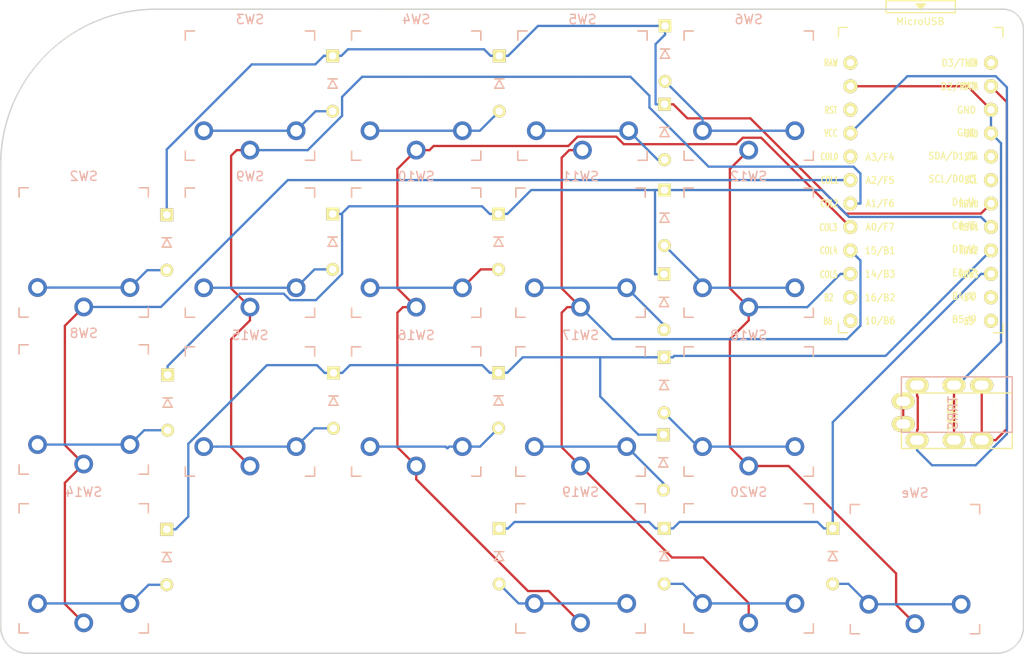
<source format=kicad_pcb>
(kicad_pcb (version 20171130) (host pcbnew "(5.1.5-0-10_14)")

  (general
    (thickness 1.6)
    (drawings 8)
    (tracks 285)
    (zones 0)
    (modules 38)
    (nets 42)
  )

  (page A4)
  (title_block
    (title "Corne Light")
    (date 2018-12-26)
    (rev 2.1)
    (company foostan)
  )

  (layers
    (0 F.Cu signal)
    (31 B.Cu signal)
    (32 B.Adhes user)
    (33 F.Adhes user)
    (34 B.Paste user hide)
    (35 F.Paste user)
    (36 B.SilkS user)
    (37 F.SilkS user hide)
    (38 B.Mask user hide)
    (39 F.Mask user hide)
    (40 Dwgs.User user)
    (41 Cmts.User user)
    (42 Eco1.User user)
    (43 Eco2.User user hide)
    (44 Edge.Cuts user)
    (45 Margin user)
    (46 B.CrtYd user)
    (47 F.CrtYd user)
    (48 B.Fab user hide)
    (49 F.Fab user)
  )

  (setup
    (last_trace_width 0.25)
    (user_trace_width 0.5)
    (trace_clearance 0.2)
    (zone_clearance 0.508)
    (zone_45_only no)
    (trace_min 0.2)
    (via_size 0.6)
    (via_drill 0.4)
    (via_min_size 0.4)
    (via_min_drill 0.3)
    (uvia_size 0.3)
    (uvia_drill 0.1)
    (uvias_allowed no)
    (uvia_min_size 0.2)
    (uvia_min_drill 0.1)
    (edge_width 0.15)
    (segment_width 0.15)
    (pcb_text_width 0.3)
    (pcb_text_size 1.5 1.5)
    (mod_edge_width 0.15)
    (mod_text_size 1 1)
    (mod_text_width 0.15)
    (pad_size 1.397 1.397)
    (pad_drill 0.8128)
    (pad_to_mask_clearance 0.2)
    (aux_axis_origin 145.73 12.66)
    (visible_elements FFFFEFFF)
    (pcbplotparams
      (layerselection 0x010c0_ffffffff)
      (usegerberextensions true)
      (usegerberattributes false)
      (usegerberadvancedattributes false)
      (creategerberjobfile false)
      (excludeedgelayer true)
      (linewidth 0.150000)
      (plotframeref false)
      (viasonmask false)
      (mode 1)
      (useauxorigin false)
      (hpglpennumber 1)
      (hpglpenspeed 20)
      (hpglpendiameter 15.000000)
      (psnegative false)
      (psa4output false)
      (plotreference true)
      (plotvalue true)
      (plotinvisibletext false)
      (padsonsilk false)
      (subtractmaskfromsilk false)
      (outputformat 1)
      (mirror false)
      (drillshape 0)
      (scaleselection 1)
      (outputdirectory "gerber/"))
  )

  (net 0 "")
  (net 1 row0)
  (net 2 row1)
  (net 3 "Net-(D2-Pad2)")
  (net 4 row2)
  (net 5 "Net-(D3-Pad2)")
  (net 6 row3)
  (net 7 "Net-(D4-Pad2)")
  (net 8 "Net-(D5-Pad2)")
  (net 9 "Net-(D6-Pad2)")
  (net 10 "Net-(D8-Pad2)")
  (net 11 "Net-(D9-Pad2)")
  (net 12 "Net-(D10-Pad2)")
  (net 13 "Net-(D11-Pad2)")
  (net 14 "Net-(D12-Pad2)")
  (net 15 "Net-(D14-Pad2)")
  (net 16 "Net-(D15-Pad2)")
  (net 17 "Net-(D16-Pad2)")
  (net 18 "Net-(D17-Pad2)")
  (net 19 "Net-(D18-Pad2)")
  (net 20 "Net-(D19-Pad2)")
  (net 21 "Net-(D20-Pad2)")
  (net 22 "Net-(D21-Pad2)")
  (net 23 GND)
  (net 24 VCC)
  (net 25 col0)
  (net 26 col1)
  (net 27 col2)
  (net 28 col3)
  (net 29 col4)
  (net 30 col5)
  (net 31 LED)
  (net 32 data)
  (net 33 reset)
  (net 34 SCL)
  (net 35 SDA)
  (net 36 "Net-(U1-Pad14)")
  (net 37 "Net-(U1-Pad13)")
  (net 38 "Net-(U1-Pad12)")
  (net 39 "Net-(U1-Pad11)")
  (net 40 "Net-(J1-PadA)")
  (net 41 "Net-(U1-Pad24)")

  (net_class Default "これは標準のネット クラスです。"
    (clearance 0.2)
    (trace_width 0.25)
    (via_dia 0.6)
    (via_drill 0.4)
    (uvia_dia 0.3)
    (uvia_drill 0.1)
    (add_net GND)
    (add_net LED)
    (add_net "Net-(D10-Pad2)")
    (add_net "Net-(D11-Pad2)")
    (add_net "Net-(D12-Pad2)")
    (add_net "Net-(D14-Pad2)")
    (add_net "Net-(D15-Pad2)")
    (add_net "Net-(D16-Pad2)")
    (add_net "Net-(D17-Pad2)")
    (add_net "Net-(D18-Pad2)")
    (add_net "Net-(D19-Pad2)")
    (add_net "Net-(D2-Pad2)")
    (add_net "Net-(D20-Pad2)")
    (add_net "Net-(D21-Pad2)")
    (add_net "Net-(D3-Pad2)")
    (add_net "Net-(D4-Pad2)")
    (add_net "Net-(D5-Pad2)")
    (add_net "Net-(D6-Pad2)")
    (add_net "Net-(D8-Pad2)")
    (add_net "Net-(D9-Pad2)")
    (add_net "Net-(J1-PadA)")
    (add_net "Net-(U1-Pad11)")
    (add_net "Net-(U1-Pad12)")
    (add_net "Net-(U1-Pad13)")
    (add_net "Net-(U1-Pad14)")
    (add_net "Net-(U1-Pad24)")
    (add_net SCL)
    (add_net SDA)
    (add_net VCC)
    (add_net col0)
    (add_net col1)
    (add_net col2)
    (add_net col3)
    (add_net col4)
    (add_net col5)
    (add_net data)
    (add_net reset)
    (add_net row0)
    (add_net row1)
    (add_net row2)
    (add_net row3)
  )

  (module "Choc Footprints:SW_PG1350_reversible" (layer F.Cu) (tedit 5DD501D8) (tstamp 5C238820)
    (at 97.79 81.66)
    (descr "Kailh \"Choc\" PG1350 keyswitch, able to be mounted on front or back of PCB")
    (tags kailh,choc)
    (path /5A5E37EC)
    (fp_text reference SW19 (at 4.6 6 180) (layer Dwgs.User) hide
      (effects (font (size 1 1) (thickness 0.15)))
    )
    (fp_text value SW_PUSH (at -0.5 6 180) (layer Dwgs.User) hide
      (effects (font (size 1 1) (thickness 0.15)))
    )
    (fp_text user %R (at 0 0) (layer F.Fab)
      (effects (font (size 1 1) (thickness 0.15)))
    )
    (fp_text user %R (at 0 0) (layer F.Fab)
      (effects (font (size 1 1) (thickness 0.15)))
    )
    (fp_line (start -7.5 7.5) (end -7.5 -7.5) (layer F.Fab) (width 0.15))
    (fp_line (start 7.5 -7.5) (end 7.5 7.5) (layer F.Fab) (width 0.15))
    (fp_line (start 7.5 7.5) (end -7.5 7.5) (layer F.Fab) (width 0.15))
    (fp_line (start -7.5 -7.5) (end 7.5 -7.5) (layer F.Fab) (width 0.15))
    (fp_text user %V (at 0 8.255) (layer B.Fab)
      (effects (font (size 1 1) (thickness 0.15)) (justify mirror))
    )
    (fp_text user %R (at 0 -8.255) (layer B.SilkS)
      (effects (font (size 1 1) (thickness 0.15)) (justify mirror))
    )
    (fp_line (start -7.5 7.5) (end -7.5 -7.5) (layer B.Fab) (width 0.15))
    (fp_line (start 7.5 7.5) (end -7.5 7.5) (layer B.Fab) (width 0.15))
    (fp_line (start 7.5 -7.5) (end 7.5 7.5) (layer B.Fab) (width 0.15))
    (fp_line (start -7.5 -7.5) (end 7.5 -7.5) (layer B.Fab) (width 0.15))
    (fp_line (start -6.9 6.9) (end -6.9 -6.9) (layer Eco2.User) (width 0.15))
    (fp_line (start 6.9 -6.9) (end 6.9 6.9) (layer Eco2.User) (width 0.15))
    (fp_line (start 6.9 -6.9) (end -6.9 -6.9) (layer Eco2.User) (width 0.15))
    (fp_line (start -6.9 6.9) (end 6.9 6.9) (layer Eco2.User) (width 0.15))
    (fp_line (start 7 -7) (end 7 -6) (layer B.SilkS) (width 0.15))
    (fp_line (start 6 -7) (end 7 -7) (layer B.SilkS) (width 0.15))
    (fp_line (start 7 7) (end 6 7) (layer B.SilkS) (width 0.15))
    (fp_line (start 7 6) (end 7 7) (layer B.SilkS) (width 0.15))
    (fp_line (start -7 7) (end -7 6) (layer B.SilkS) (width 0.15))
    (fp_line (start -6 7) (end -7 7) (layer B.SilkS) (width 0.15))
    (fp_line (start -7 -7) (end -6 -7) (layer B.SilkS) (width 0.15))
    (fp_line (start -7 -6) (end -7 -7) (layer B.SilkS) (width 0.15))
    (fp_line (start -2.6 -3.1) (end -2.6 -6.3) (layer Eco2.User) (width 0.15))
    (fp_line (start 2.6 -6.3) (end -2.6 -6.3) (layer Eco2.User) (width 0.15))
    (fp_line (start 2.6 -3.1) (end 2.6 -6.3) (layer Eco2.User) (width 0.15))
    (fp_line (start -2.6 -3.1) (end 2.6 -3.1) (layer Eco2.User) (width 0.15))
    (fp_line (start -7 -7) (end -6 -7) (layer F.SilkS) (width 0.15))
    (fp_line (start -7 -6) (end -7 -7) (layer F.SilkS) (width 0.15))
    (fp_line (start -7 7) (end -7 6) (layer F.SilkS) (width 0.15))
    (fp_line (start -6 7) (end -7 7) (layer F.SilkS) (width 0.15))
    (fp_line (start 7 7) (end 6 7) (layer F.SilkS) (width 0.15))
    (fp_line (start 7 6) (end 7 7) (layer F.SilkS) (width 0.15))
    (fp_line (start 7 -7) (end 7 -6) (layer F.SilkS) (width 0.15))
    (fp_line (start 6 -7) (end 7 -7) (layer F.SilkS) (width 0.15))
    (pad "" np_thru_hole circle (at -5.5 0) (size 1.7018 1.7018) (drill 1.7018) (layers *.Cu *.Mask))
    (pad "" np_thru_hole circle (at 5.5 0) (size 1.7018 1.7018) (drill 1.7018) (layers *.Cu *.Mask))
    (pad "" np_thru_hole circle (at 5.22 -4.2) (size 0.9906 0.9906) (drill 0.9906) (layers *.Cu *.Mask))
    (pad 1 thru_hole circle (at 0 5.9) (size 2.032 2.032) (drill 1.27) (layers *.Cu *.Mask)
      (net 28 col3))
    (pad 2 thru_hole circle (at -5 3.8) (size 2.032 2.032) (drill 1.27) (layers *.Cu *.Mask)
      (net 20 "Net-(D19-Pad2)"))
    (pad "" np_thru_hole circle (at 0 0) (size 3.429 3.429) (drill 3.429) (layers *.Cu *.Mask))
    (pad 2 thru_hole circle (at 5 3.8) (size 2.032 2.032) (drill 1.27) (layers *.Cu *.Mask)
      (net 20 "Net-(D19-Pad2)"))
    (pad "" np_thru_hole circle (at -5.22 -4.2) (size 0.9906 0.9906) (drill 0.9906) (layers *.Cu *.Mask))
  )

  (module "Choc Footprints:SW_PG1350_reversible" (layer F.Cu) (tedit 5DD501D8) (tstamp 5C23884C)
    (at 134 81.75)
    (descr "Kailh \"Choc\" PG1350 keyswitch, able to be mounted on front or back of PCB")
    (tags kailh,choc)
    (path /5A5E37B0)
    (fp_text reference SWe (at 4.6 6 180) (layer Dwgs.User) hide
      (effects (font (size 1 1) (thickness 0.15)))
    )
    (fp_text value SW_PUSH (at -0.5 6 180) (layer Dwgs.User) hide
      (effects (font (size 1 1) (thickness 0.15)))
    )
    (fp_line (start 6 -7) (end 7 -7) (layer F.SilkS) (width 0.15))
    (fp_line (start 7 -7) (end 7 -6) (layer F.SilkS) (width 0.15))
    (fp_line (start 7 6) (end 7 7) (layer F.SilkS) (width 0.15))
    (fp_line (start 7 7) (end 6 7) (layer F.SilkS) (width 0.15))
    (fp_line (start -6 7) (end -7 7) (layer F.SilkS) (width 0.15))
    (fp_line (start -7 7) (end -7 6) (layer F.SilkS) (width 0.15))
    (fp_line (start -7 -6) (end -7 -7) (layer F.SilkS) (width 0.15))
    (fp_line (start -7 -7) (end -6 -7) (layer F.SilkS) (width 0.15))
    (fp_line (start -2.6 -3.1) (end 2.6 -3.1) (layer Eco2.User) (width 0.15))
    (fp_line (start 2.6 -3.1) (end 2.6 -6.3) (layer Eco2.User) (width 0.15))
    (fp_line (start 2.6 -6.3) (end -2.6 -6.3) (layer Eco2.User) (width 0.15))
    (fp_line (start -2.6 -3.1) (end -2.6 -6.3) (layer Eco2.User) (width 0.15))
    (fp_line (start -7 -6) (end -7 -7) (layer B.SilkS) (width 0.15))
    (fp_line (start -7 -7) (end -6 -7) (layer B.SilkS) (width 0.15))
    (fp_line (start -6 7) (end -7 7) (layer B.SilkS) (width 0.15))
    (fp_line (start -7 7) (end -7 6) (layer B.SilkS) (width 0.15))
    (fp_line (start 7 6) (end 7 7) (layer B.SilkS) (width 0.15))
    (fp_line (start 7 7) (end 6 7) (layer B.SilkS) (width 0.15))
    (fp_line (start 6 -7) (end 7 -7) (layer B.SilkS) (width 0.15))
    (fp_line (start 7 -7) (end 7 -6) (layer B.SilkS) (width 0.15))
    (fp_line (start -6.9 6.9) (end 6.9 6.9) (layer Eco2.User) (width 0.15))
    (fp_line (start 6.9 -6.9) (end -6.9 -6.9) (layer Eco2.User) (width 0.15))
    (fp_line (start 6.9 -6.9) (end 6.9 6.9) (layer Eco2.User) (width 0.15))
    (fp_line (start -6.9 6.9) (end -6.9 -6.9) (layer Eco2.User) (width 0.15))
    (fp_line (start -7.5 -7.5) (end 7.5 -7.5) (layer B.Fab) (width 0.15))
    (fp_line (start 7.5 -7.5) (end 7.5 7.5) (layer B.Fab) (width 0.15))
    (fp_line (start 7.5 7.5) (end -7.5 7.5) (layer B.Fab) (width 0.15))
    (fp_line (start -7.5 7.5) (end -7.5 -7.5) (layer B.Fab) (width 0.15))
    (fp_text user %R (at 0 -8.255) (layer B.SilkS)
      (effects (font (size 1 1) (thickness 0.15)) (justify mirror))
    )
    (fp_text user %V (at 0 8.255) (layer B.Fab)
      (effects (font (size 1 1) (thickness 0.15)) (justify mirror))
    )
    (fp_line (start -7.5 -7.5) (end 7.5 -7.5) (layer F.Fab) (width 0.15))
    (fp_line (start 7.5 7.5) (end -7.5 7.5) (layer F.Fab) (width 0.15))
    (fp_line (start 7.5 -7.5) (end 7.5 7.5) (layer F.Fab) (width 0.15))
    (fp_line (start -7.5 7.5) (end -7.5 -7.5) (layer F.Fab) (width 0.15))
    (fp_text user %R (at 0 0) (layer F.Fab)
      (effects (font (size 1 1) (thickness 0.15)))
    )
    (fp_text user %R (at 0 0) (layer B.Fab)
      (effects (font (size 1 1) (thickness 0.15)) (justify mirror))
    )
    (pad "" np_thru_hole circle (at -5.22 -4.2) (size 0.9906 0.9906) (drill 0.9906) (layers *.Cu *.Mask))
    (pad 2 thru_hole circle (at 5 3.8) (size 2.032 2.032) (drill 1.27) (layers *.Cu *.Mask)
      (net 22 "Net-(D21-Pad2)"))
    (pad "" np_thru_hole circle (at 0 0) (size 3.429 3.429) (drill 3.429) (layers *.Cu *.Mask))
    (pad 2 thru_hole circle (at -5 3.8) (size 2.032 2.032) (drill 1.27) (layers *.Cu *.Mask)
      (net 22 "Net-(D21-Pad2)"))
    (pad 1 thru_hole circle (at 0 5.9) (size 2.032 2.032) (drill 1.27) (layers *.Cu *.Mask)
      (net 30 col5))
    (pad "" np_thru_hole circle (at 5.22 -4.2) (size 0.9906 0.9906) (drill 0.9906) (layers *.Cu *.Mask))
    (pad "" np_thru_hole circle (at 5.5 0) (size 1.7018 1.7018) (drill 1.7018) (layers *.Cu *.Mask))
    (pad "" np_thru_hole circle (at -5.5 0) (size 1.7018 1.7018) (drill 1.7018) (layers *.Cu *.Mask))
  )

  (module kbd:ProMicro_v3 (layer F.Cu) (tedit 5E3AA86E) (tstamp 5C238F3C)
    (at 134.62 41.4)
    (path /5A5E14C2)
    (fp_text reference U1 (at -0.1 -0.05 270) (layer F.SilkS) hide
      (effects (font (size 1 1) (thickness 0.15)))
    )
    (fp_text value ProMicro (at -0.45 -17) (layer F.Fab) hide
      (effects (font (size 1 1) (thickness 0.15)))
    )
    (fp_line (start 8.9 14.75) (end 7.89 14.75) (layer F.SilkS) (width 0.15))
    (fp_line (start -8.9 14.75) (end -7.9 14.75) (layer F.SilkS) (width 0.15))
    (fp_line (start 8.9 13.75) (end 8.9 14.75) (layer F.SilkS) (width 0.15))
    (fp_line (start -8.9 13.7) (end -8.9 14.75) (layer F.SilkS) (width 0.15))
    (fp_line (start 8.9 -18.3) (end 7.95 -18.3) (layer F.SilkS) (width 0.15))
    (fp_line (start -8.9 -18.3) (end -7.9 -18.3) (layer F.SilkS) (width 0.15))
    (fp_line (start 8.9 -18.3) (end 8.9 -17.3) (layer F.SilkS) (width 0.15))
    (fp_line (start -8.9 -18.3) (end -8.9 -17.3) (layer F.SilkS) (width 0.15))
    (fp_text user "" (at -1.2065 -16.256) (layer B.SilkS)
      (effects (font (size 1 1) (thickness 0.15)) (justify mirror))
    )
    (fp_text user "" (at -0.545 -17.4) (layer F.SilkS)
      (effects (font (size 1 1) (thickness 0.15)))
    )
    (fp_line (start -8.9 14.75) (end -8.9 -18.3) (layer F.Fab) (width 0.15))
    (fp_line (start 8.9 14.75) (end -8.9 14.75) (layer F.Fab) (width 0.15))
    (fp_line (start 8.9 -18.3) (end 8.9 14.75) (layer F.Fab) (width 0.15))
    (fp_line (start -8.9 -18.3) (end -3.75 -18.3) (layer F.Fab) (width 0.15))
    (fp_text user RAW (at -9.7155 -14.478 unlocked) (layer F.SilkS)
      (effects (font (size 0.75 0.5) (thickness 0.125)))
    )
    (fp_text user GND (at 5.461 -6.7945 unlocked) (layer F.SilkS)
      (effects (font (size 0.75 0.5) (thickness 0.125)))
    )
    (fp_text user RST (at -9.7155 -9.3345 unlocked) (layer F.SilkS)
      (effects (font (size 0.75 0.5) (thickness 0.125)))
    )
    (fp_text user VCC (at -9.7155 -6.858 unlocked) (layer F.SilkS)
      (effects (font (size 0.75 0.5) (thickness 0.125)))
    )
    (fp_text user A3/F4 (at -4.395 -4.25 unlocked) (layer F.SilkS)
      (effects (font (size 0.75 0.67) (thickness 0.125)))
    )
    (fp_text user A2/F5 (at -4.395 -1.75 unlocked) (layer F.SilkS)
      (effects (font (size 0.75 0.67) (thickness 0.125)))
    )
    (fp_text user A1/F6 (at -4.395 0.75 unlocked) (layer F.SilkS)
      (effects (font (size 0.75 0.67) (thickness 0.125)))
    )
    (fp_text user A0/F7 (at -4.395 3.3 unlocked) (layer F.SilkS)
      (effects (font (size 0.75 0.67) (thickness 0.125)))
    )
    (fp_text user 15/B1 (at -4.395 5.85 unlocked) (layer F.SilkS)
      (effects (font (size 0.75 0.67) (thickness 0.125)))
    )
    (fp_text user 14/B3 (at -4.395 8.4 unlocked) (layer F.SilkS)
      (effects (font (size 0.75 0.67) (thickness 0.125)))
    )
    (fp_text user 10/B6 (at -4.395 13.45 unlocked) (layer F.SilkS)
      (effects (font (size 0.75 0.67) (thickness 0.125)))
    )
    (fp_text user 16/B2 (at -4.395 10.95 unlocked) (layer F.SilkS)
      (effects (font (size 0.75 0.67) (thickness 0.125)))
    )
    (fp_text user E6/7 (at 4.705 8.25 unlocked) (layer F.SilkS)
      (effects (font (size 0.75 0.67) (thickness 0.125)))
    )
    (fp_text user D7/6 (at 4.705 5.7 unlocked) (layer F.SilkS)
      (effects (font (size 0.75 0.67) (thickness 0.125)))
    )
    (fp_text user GND (at 4.955 -9.35 unlocked) (layer F.SilkS)
      (effects (font (size 0.75 0.67) (thickness 0.125)))
    )
    (fp_text user GND (at 4.955 -6.9 unlocked) (layer F.SilkS)
      (effects (font (size 0.75 0.67) (thickness 0.125)))
    )
    (fp_text user D3/TX0 (at 4.155 -14.45 unlocked) (layer F.SilkS)
      (effects (font (size 0.75 0.67) (thickness 0.125)))
    )
    (fp_text user D4/4 (at 4.705 0.6 unlocked) (layer F.SilkS)
      (effects (font (size 0.75 0.67) (thickness 0.125)))
    )
    (fp_text user SDA/D1/2 (at 3.455 -4.4 unlocked) (layer F.SilkS)
      (effects (font (size 0.75 0.67) (thickness 0.125)))
    )
    (fp_text user SCL/D0/3 (at 3.455 -1.9 unlocked) (layer F.SilkS)
      (effects (font (size 0.75 0.67) (thickness 0.125)))
    )
    (fp_text user C6/5 (at 4.705 3.15 unlocked) (layer F.SilkS)
      (effects (font (size 0.75 0.67) (thickness 0.125)))
    )
    (fp_text user B5/9 (at 4.705 13.3 unlocked) (layer F.SilkS)
      (effects (font (size 0.75 0.67) (thickness 0.125)))
    )
    (fp_text user D2/RX1 (at 4.155 -11.9 unlocked) (layer F.SilkS)
      (effects (font (size 0.75 0.67) (thickness 0.125)))
    )
    (fp_text user B4/8 (at 4.705 10.8 unlocked) (layer F.SilkS)
      (effects (font (size 0.75 0.67) (thickness 0.125)))
    )
    (fp_line (start -3.75 -19.6) (end 3.75 -19.6) (layer F.Fab) (width 0.15))
    (fp_line (start 3.75 -19.6) (end 3.75 -18.3) (layer F.Fab) (width 0.15))
    (fp_line (start -3.75 -19.6) (end -3.75 -18.299039) (layer F.Fab) (width 0.15))
    (fp_line (start -3.75 -18.3) (end 3.75 -18.3) (layer F.Fab) (width 0.15))
    (fp_line (start 3.76 -18.3) (end 8.9 -18.3) (layer F.Fab) (width 0.15))
    (fp_line (start -3.75 -21.2) (end -3.75 -19.9) (layer F.SilkS) (width 0.15))
    (fp_line (start -3.75 -19.9) (end 3.75 -19.9) (layer F.SilkS) (width 0.15))
    (fp_line (start 3.75 -19.9) (end 3.75 -21.2) (layer F.SilkS) (width 0.15))
    (fp_line (start 3.75 -21.2) (end -3.75 -21.2) (layer F.SilkS) (width 0.15))
    (fp_line (start -0.5 -20.85) (end 0.5 -20.85) (layer F.SilkS) (width 0.15))
    (fp_line (start 0.5 -20.85) (end 0 -20.2) (layer F.SilkS) (width 0.15))
    (fp_line (start 0 -20.2) (end -0.5 -20.85) (layer F.SilkS) (width 0.15))
    (fp_line (start -0.35 -20.7) (end 0.35 -20.7) (layer F.SilkS) (width 0.15))
    (fp_line (start -0.25 -20.55) (end 0.25 -20.55) (layer F.SilkS) (width 0.15))
    (fp_line (start -0.15 -20.4) (end 0.15 -20.4) (layer F.SilkS) (width 0.15))
    (fp_text user MicroUSB (at -0.05 -18.95) (layer F.SilkS)
      (effects (font (size 0.75 0.75) (thickness 0.12)))
    )
    (fp_text user LED (at 5.5 -14.478) (layer F.SilkS)
      (effects (font (size 0.75 0.5) (thickness 0.125)))
    )
    (fp_text user DATA (at 5.35 -11.95) (layer F.SilkS)
      (effects (font (size 0.75 0.5) (thickness 0.125)))
    )
    (fp_text user COL3 (at -10 3.35) (layer F.SilkS)
      (effects (font (size 0.75 0.5) (thickness 0.125)))
    )
    (fp_text user ROW0 (at 5.2 0.8) (layer F.SilkS)
      (effects (font (size 0.75 0.5) (thickness 0.125)))
    )
    (fp_text user COL2 (at -9.9 0.762) (layer F.SilkS)
      (effects (font (size 0.75 0.5) (thickness 0.125)))
    )
    (fp_text user SCL (at 5.461 -1.778) (layer F.SilkS)
      (effects (font (size 0.75 0.5) (thickness 0.125)))
    )
    (fp_text user COL1 (at -9.85 -1.778) (layer F.SilkS)
      (effects (font (size 0.75 0.5) (thickness 0.125)))
    )
    (fp_text user SDA (at 5.461 -4.318) (layer F.SilkS)
      (effects (font (size 0.75 0.5) (thickness 0.125)))
    )
    (fp_text user COL0 (at -9.9 -4.3) (layer F.SilkS)
      (effects (font (size 0.75 0.5) (thickness 0.125)))
    )
    (fp_text user B6 (at -10.05 13.5) (layer F.SilkS)
      (effects (font (size 0.75 0.5) (thickness 0.125)))
    )
    (fp_text user B5 (at 5.2 13.5255) (layer F.SilkS)
      (effects (font (size 0.75 0.5) (thickness 0.125)))
    )
    (fp_text user B4 (at 5.2 10.922) (layer F.SilkS)
      (effects (font (size 0.75 0.5) (thickness 0.125)))
    )
    (fp_text user B2 (at -9.95 10.95) (layer F.SilkS)
      (effects (font (size 0.75 0.5) (thickness 0.125)))
    )
    (fp_text user ROW3 (at 5.2 8.4455) (layer F.SilkS)
      (effects (font (size 0.75 0.5) (thickness 0.125)))
    )
    (fp_text user COL5 (at -9.95 8.4455) (layer F.SilkS)
      (effects (font (size 0.75 0.5) (thickness 0.125)))
    )
    (fp_text user ROW2 (at 5.2 5.85) (layer F.SilkS)
      (effects (font (size 0.75 0.5) (thickness 0.125)))
    )
    (fp_text user COL4 (at -9.95 5.85) (layer F.SilkS)
      (effects (font (size 0.75 0.5) (thickness 0.125)))
    )
    (fp_text user ROW1 (at 5.25 3.302) (layer F.SilkS)
      (effects (font (size 0.75 0.5) (thickness 0.125)))
    )
    (pad 24 thru_hole circle (at -7.6086 -14.478) (size 1.524 1.524) (drill 0.8128) (layers *.Cu *.Mask F.SilkS)
      (net 41 "Net-(U1-Pad24)"))
    (pad 23 thru_hole circle (at -7.6086 -11.938) (size 1.524 1.524) (drill 0.8128) (layers *.Cu *.Mask F.SilkS)
      (net 23 GND))
    (pad 22 thru_hole circle (at -7.6086 -9.398) (size 1.524 1.524) (drill 0.8128) (layers *.Cu *.Mask F.SilkS)
      (net 33 reset))
    (pad 21 thru_hole circle (at -7.6086 -6.858) (size 1.524 1.524) (drill 0.8128) (layers *.Cu *.Mask F.SilkS)
      (net 24 VCC))
    (pad 20 thru_hole circle (at -7.6086 -4.318) (size 1.524 1.524) (drill 0.8128) (layers *.Cu *.Mask F.SilkS)
      (net 25 col0))
    (pad 19 thru_hole circle (at -7.6086 -1.778) (size 1.524 1.524) (drill 0.8128) (layers *.Cu *.Mask F.SilkS)
      (net 26 col1))
    (pad 18 thru_hole circle (at -7.6086 0.762) (size 1.524 1.524) (drill 0.8128) (layers *.Cu *.Mask F.SilkS)
      (net 27 col2))
    (pad 17 thru_hole circle (at -7.6086 3.302) (size 1.524 1.524) (drill 0.8128) (layers *.Cu *.Mask F.SilkS)
      (net 28 col3))
    (pad 16 thru_hole circle (at -7.6086 5.842) (size 1.524 1.524) (drill 0.8128) (layers *.Cu *.Mask F.SilkS)
      (net 29 col4))
    (pad 15 thru_hole circle (at -7.6086 8.382) (size 1.524 1.524) (drill 0.8128) (layers *.Cu *.Mask F.SilkS)
      (net 30 col5))
    (pad 14 thru_hole circle (at -7.6086 10.922) (size 1.524 1.524) (drill 0.8128) (layers *.Cu *.Mask F.SilkS)
      (net 36 "Net-(U1-Pad14)"))
    (pad 13 thru_hole circle (at -7.6086 13.462) (size 1.524 1.524) (drill 0.8128) (layers *.Cu *.Mask F.SilkS)
      (net 37 "Net-(U1-Pad13)"))
    (pad 12 thru_hole circle (at 7.6114 13.462) (size 1.524 1.524) (drill 0.8128) (layers *.Cu *.Mask F.SilkS)
      (net 38 "Net-(U1-Pad12)"))
    (pad 11 thru_hole circle (at 7.6114 10.922) (size 1.524 1.524) (drill 0.8128) (layers *.Cu *.Mask F.SilkS)
      (net 39 "Net-(U1-Pad11)"))
    (pad 10 thru_hole circle (at 7.6114 8.382) (size 1.524 1.524) (drill 0.8128) (layers *.Cu *.Mask F.SilkS)
      (net 6 row3))
    (pad 9 thru_hole circle (at 7.6114 5.842) (size 1.524 1.524) (drill 0.8128) (layers *.Cu *.Mask F.SilkS)
      (net 4 row2))
    (pad 8 thru_hole circle (at 7.6114 3.302) (size 1.524 1.524) (drill 0.8128) (layers *.Cu *.Mask F.SilkS)
      (net 2 row1))
    (pad 7 thru_hole circle (at 7.6114 0.762) (size 1.524 1.524) (drill 0.8128) (layers *.Cu *.Mask F.SilkS)
      (net 1 row0))
    (pad 6 thru_hole circle (at 7.6114 -1.778) (size 1.524 1.524) (drill 0.8128) (layers *.Cu *.Mask F.SilkS)
      (net 34 SCL))
    (pad 5 thru_hole circle (at 7.6114 -4.318) (size 1.524 1.524) (drill 0.8128) (layers *.Cu *.Mask F.SilkS)
      (net 35 SDA))
    (pad 4 thru_hole circle (at 7.6114 -6.858) (size 1.524 1.524) (drill 0.8128) (layers *.Cu *.Mask F.SilkS)
      (net 23 GND))
    (pad 3 thru_hole circle (at 7.6114 -9.398) (size 1.524 1.524) (drill 0.8128) (layers *.Cu *.Mask F.SilkS)
      (net 23 GND))
    (pad 2 thru_hole circle (at 7.6114 -11.938) (size 1.524 1.524) (drill 0.8128) (layers *.Cu *.Mask F.SilkS)
      (net 32 data))
    (pad 1 thru_hole circle (at 7.6114 -14.478) (size 1.524 1.524) (drill 0.8128) (layers *.Cu *.Mask F.SilkS)
      (net 31 LED))
  )

  (module "Choc Footprints:SW_PG1350_reversible" (layer F.Cu) (tedit 5DD501D8) (tstamp 5C238836)
    (at 116 81.66)
    (descr "Kailh \"Choc\" PG1350 keyswitch, able to be mounted on front or back of PCB")
    (tags kailh,choc)
    (path /5A5E37A4)
    (fp_text reference SW20 (at 4.600001 6) (layer Dwgs.User) hide
      (effects (font (size 1 1) (thickness 0.15)))
    )
    (fp_text value SW_PUSH (at -0.5 6) (layer Dwgs.User) hide
      (effects (font (size 1 1) (thickness 0.15)))
    )
    (fp_text user %R (at 0 0) (layer F.Fab)
      (effects (font (size 1 1) (thickness 0.15)))
    )
    (fp_text user %R (at 0 0) (layer F.Fab)
      (effects (font (size 1 1) (thickness 0.15)))
    )
    (fp_line (start -7.5 7.5) (end -7.5 -7.5) (layer F.Fab) (width 0.15))
    (fp_line (start 7.5 -7.5) (end 7.5 7.5) (layer F.Fab) (width 0.15))
    (fp_line (start 7.5 7.5) (end -7.5 7.5) (layer F.Fab) (width 0.15))
    (fp_line (start -7.5 -7.5) (end 7.5 -7.5) (layer F.Fab) (width 0.15))
    (fp_text user %V (at 0 8.255) (layer B.Fab)
      (effects (font (size 1 1) (thickness 0.15)) (justify mirror))
    )
    (fp_text user %R (at 0 -8.255) (layer B.SilkS)
      (effects (font (size 1 1) (thickness 0.15)) (justify mirror))
    )
    (fp_line (start -7.5 7.5) (end -7.5 -7.5) (layer B.Fab) (width 0.15))
    (fp_line (start 7.5 7.5) (end -7.5 7.5) (layer B.Fab) (width 0.15))
    (fp_line (start 7.5 -7.5) (end 7.5 7.5) (layer B.Fab) (width 0.15))
    (fp_line (start -7.5 -7.5) (end 7.5 -7.5) (layer B.Fab) (width 0.15))
    (fp_line (start -6.9 6.9) (end -6.9 -6.9) (layer Eco2.User) (width 0.15))
    (fp_line (start 6.9 -6.9) (end 6.9 6.9) (layer Eco2.User) (width 0.15))
    (fp_line (start 6.9 -6.9) (end -6.9 -6.9) (layer Eco2.User) (width 0.15))
    (fp_line (start -6.9 6.9) (end 6.9 6.9) (layer Eco2.User) (width 0.15))
    (fp_line (start 7 -7) (end 7 -6) (layer B.SilkS) (width 0.15))
    (fp_line (start 6 -7) (end 7 -7) (layer B.SilkS) (width 0.15))
    (fp_line (start 7 7) (end 6 7) (layer B.SilkS) (width 0.15))
    (fp_line (start 7 6) (end 7 7) (layer B.SilkS) (width 0.15))
    (fp_line (start -7 7) (end -7 6) (layer B.SilkS) (width 0.15))
    (fp_line (start -6 7) (end -7 7) (layer B.SilkS) (width 0.15))
    (fp_line (start -7 -7) (end -6 -7) (layer B.SilkS) (width 0.15))
    (fp_line (start -7 -6) (end -7 -7) (layer B.SilkS) (width 0.15))
    (fp_line (start -2.6 -3.1) (end -2.6 -6.3) (layer Eco2.User) (width 0.15))
    (fp_line (start 2.6 -6.3) (end -2.6 -6.3) (layer Eco2.User) (width 0.15))
    (fp_line (start 2.6 -3.1) (end 2.6 -6.3) (layer Eco2.User) (width 0.15))
    (fp_line (start -2.6 -3.1) (end 2.6 -3.1) (layer Eco2.User) (width 0.15))
    (fp_line (start -7 -7) (end -6 -7) (layer F.SilkS) (width 0.15))
    (fp_line (start -7 -6) (end -7 -7) (layer F.SilkS) (width 0.15))
    (fp_line (start -7 7) (end -7 6) (layer F.SilkS) (width 0.15))
    (fp_line (start -6 7) (end -7 7) (layer F.SilkS) (width 0.15))
    (fp_line (start 7 7) (end 6 7) (layer F.SilkS) (width 0.15))
    (fp_line (start 7 6) (end 7 7) (layer F.SilkS) (width 0.15))
    (fp_line (start 7 -7) (end 7 -6) (layer F.SilkS) (width 0.15))
    (fp_line (start 6 -7) (end 7 -7) (layer F.SilkS) (width 0.15))
    (pad "" np_thru_hole circle (at -5.5 0) (size 1.7018 1.7018) (drill 1.7018) (layers *.Cu *.Mask))
    (pad "" np_thru_hole circle (at 5.5 0) (size 1.7018 1.7018) (drill 1.7018) (layers *.Cu *.Mask))
    (pad "" np_thru_hole circle (at 5.22 -4.2) (size 0.9906 0.9906) (drill 0.9906) (layers *.Cu *.Mask))
    (pad 1 thru_hole circle (at 0 5.9) (size 2.032 2.032) (drill 1.27) (layers *.Cu *.Mask)
      (net 29 col4))
    (pad 2 thru_hole circle (at -5 3.8) (size 2.032 2.032) (drill 1.27) (layers *.Cu *.Mask)
      (net 21 "Net-(D20-Pad2)"))
    (pad "" np_thru_hole circle (at 0 0) (size 3.429 3.429) (drill 3.429) (layers *.Cu *.Mask))
    (pad 2 thru_hole circle (at 5 3.8) (size 2.032 2.032) (drill 1.27) (layers *.Cu *.Mask)
      (net 21 "Net-(D20-Pad2)"))
    (pad "" np_thru_hole circle (at -5.22 -4.2) (size 0.9906 0.9906) (drill 0.9906) (layers *.Cu *.Mask))
  )

  (module "Choc Footprints:SW_PG1350_reversible" (layer F.Cu) (tedit 5DD501D8) (tstamp 5C2387F4)
    (at 97.79 64.68)
    (descr "Kailh \"Choc\" PG1350 keyswitch, able to be mounted on front or back of PCB")
    (tags kailh,choc)
    (path /5A5E35CF)
    (fp_text reference SW17 (at 4.6 6 180) (layer Dwgs.User) hide
      (effects (font (size 1 1) (thickness 0.15)))
    )
    (fp_text value SW_PUSH (at -0.5 6 180) (layer Dwgs.User) hide
      (effects (font (size 1 1) (thickness 0.15)))
    )
    (fp_text user %R (at 0 0) (layer F.Fab)
      (effects (font (size 1 1) (thickness 0.15)))
    )
    (fp_text user %R (at 0 0) (layer F.Fab)
      (effects (font (size 1 1) (thickness 0.15)))
    )
    (fp_line (start -7.5 7.5) (end -7.5 -7.5) (layer F.Fab) (width 0.15))
    (fp_line (start 7.5 -7.5) (end 7.5 7.5) (layer F.Fab) (width 0.15))
    (fp_line (start 7.5 7.5) (end -7.5 7.5) (layer F.Fab) (width 0.15))
    (fp_line (start -7.5 -7.5) (end 7.5 -7.5) (layer F.Fab) (width 0.15))
    (fp_text user %V (at 0 8.255) (layer B.Fab)
      (effects (font (size 1 1) (thickness 0.15)) (justify mirror))
    )
    (fp_text user %R (at 0 -8.255) (layer B.SilkS)
      (effects (font (size 1 1) (thickness 0.15)) (justify mirror))
    )
    (fp_line (start -7.5 7.5) (end -7.5 -7.5) (layer B.Fab) (width 0.15))
    (fp_line (start 7.5 7.5) (end -7.5 7.5) (layer B.Fab) (width 0.15))
    (fp_line (start 7.5 -7.5) (end 7.5 7.5) (layer B.Fab) (width 0.15))
    (fp_line (start -7.5 -7.5) (end 7.5 -7.5) (layer B.Fab) (width 0.15))
    (fp_line (start -6.9 6.9) (end -6.9 -6.9) (layer Eco2.User) (width 0.15))
    (fp_line (start 6.9 -6.9) (end 6.9 6.9) (layer Eco2.User) (width 0.15))
    (fp_line (start 6.9 -6.9) (end -6.9 -6.9) (layer Eco2.User) (width 0.15))
    (fp_line (start -6.9 6.9) (end 6.9 6.9) (layer Eco2.User) (width 0.15))
    (fp_line (start 7 -7) (end 7 -6) (layer B.SilkS) (width 0.15))
    (fp_line (start 6 -7) (end 7 -7) (layer B.SilkS) (width 0.15))
    (fp_line (start 7 7) (end 6 7) (layer B.SilkS) (width 0.15))
    (fp_line (start 7 6) (end 7 7) (layer B.SilkS) (width 0.15))
    (fp_line (start -7 7) (end -7 6) (layer B.SilkS) (width 0.15))
    (fp_line (start -6 7) (end -7 7) (layer B.SilkS) (width 0.15))
    (fp_line (start -7 -7) (end -6 -7) (layer B.SilkS) (width 0.15))
    (fp_line (start -7 -6) (end -7 -7) (layer B.SilkS) (width 0.15))
    (fp_line (start -2.6 -3.1) (end -2.6 -6.3) (layer Eco2.User) (width 0.15))
    (fp_line (start 2.6 -6.3) (end -2.6 -6.3) (layer Eco2.User) (width 0.15))
    (fp_line (start 2.6 -3.1) (end 2.6 -6.3) (layer Eco2.User) (width 0.15))
    (fp_line (start -2.6 -3.1) (end 2.6 -3.1) (layer Eco2.User) (width 0.15))
    (fp_line (start -7 -7) (end -6 -7) (layer F.SilkS) (width 0.15))
    (fp_line (start -7 -6) (end -7 -7) (layer F.SilkS) (width 0.15))
    (fp_line (start -7 7) (end -7 6) (layer F.SilkS) (width 0.15))
    (fp_line (start -6 7) (end -7 7) (layer F.SilkS) (width 0.15))
    (fp_line (start 7 7) (end 6 7) (layer F.SilkS) (width 0.15))
    (fp_line (start 7 6) (end 7 7) (layer F.SilkS) (width 0.15))
    (fp_line (start 7 -7) (end 7 -6) (layer F.SilkS) (width 0.15))
    (fp_line (start 6 -7) (end 7 -7) (layer F.SilkS) (width 0.15))
    (pad "" np_thru_hole circle (at -5.5 0) (size 1.7018 1.7018) (drill 1.7018) (layers *.Cu *.Mask))
    (pad "" np_thru_hole circle (at 5.5 0) (size 1.7018 1.7018) (drill 1.7018) (layers *.Cu *.Mask))
    (pad "" np_thru_hole circle (at 5.22 -4.2) (size 0.9906 0.9906) (drill 0.9906) (layers *.Cu *.Mask))
    (pad 1 thru_hole circle (at 0 5.9) (size 2.032 2.032) (drill 1.27) (layers *.Cu *.Mask)
      (net 29 col4))
    (pad 2 thru_hole circle (at -5 3.8) (size 2.032 2.032) (drill 1.27) (layers *.Cu *.Mask)
      (net 18 "Net-(D17-Pad2)"))
    (pad "" np_thru_hole circle (at 0 0) (size 3.429 3.429) (drill 3.429) (layers *.Cu *.Mask))
    (pad 2 thru_hole circle (at 5 3.8) (size 2.032 2.032) (drill 1.27) (layers *.Cu *.Mask)
      (net 18 "Net-(D17-Pad2)"))
    (pad "" np_thru_hole circle (at -5.22 -4.2) (size 0.9906 0.9906) (drill 0.9906) (layers *.Cu *.Mask))
  )

  (module "Choc Footprints:SW_PG1350_reversible" (layer F.Cu) (tedit 5DD501D8) (tstamp 5C2387DE)
    (at 80 64.68)
    (descr "Kailh \"Choc\" PG1350 keyswitch, able to be mounted on front or back of PCB")
    (tags kailh,choc)
    (path /5A5E35C9)
    (fp_text reference SW16 (at 4.6 6 180) (layer Dwgs.User) hide
      (effects (font (size 1 1) (thickness 0.15)))
    )
    (fp_text value SW_PUSH (at -0.5 6 180) (layer Dwgs.User) hide
      (effects (font (size 1 1) (thickness 0.15)))
    )
    (fp_text user %R (at 0 0) (layer F.Fab)
      (effects (font (size 1 1) (thickness 0.15)))
    )
    (fp_text user %R (at 0 0) (layer F.Fab)
      (effects (font (size 1 1) (thickness 0.15)))
    )
    (fp_line (start -7.5 7.5) (end -7.5 -7.5) (layer F.Fab) (width 0.15))
    (fp_line (start 7.5 -7.5) (end 7.5 7.5) (layer F.Fab) (width 0.15))
    (fp_line (start 7.5 7.5) (end -7.5 7.5) (layer F.Fab) (width 0.15))
    (fp_line (start -7.5 -7.5) (end 7.5 -7.5) (layer F.Fab) (width 0.15))
    (fp_text user %V (at 0 8.255) (layer B.Fab)
      (effects (font (size 1 1) (thickness 0.15)) (justify mirror))
    )
    (fp_text user %R (at 0 -8.255) (layer B.SilkS)
      (effects (font (size 1 1) (thickness 0.15)) (justify mirror))
    )
    (fp_line (start -7.5 7.5) (end -7.5 -7.5) (layer B.Fab) (width 0.15))
    (fp_line (start 7.5 7.5) (end -7.5 7.5) (layer B.Fab) (width 0.15))
    (fp_line (start 7.5 -7.5) (end 7.5 7.5) (layer B.Fab) (width 0.15))
    (fp_line (start -7.5 -7.5) (end 7.5 -7.5) (layer B.Fab) (width 0.15))
    (fp_line (start -6.9 6.9) (end -6.9 -6.9) (layer Eco2.User) (width 0.15))
    (fp_line (start 6.9 -6.9) (end 6.9 6.9) (layer Eco2.User) (width 0.15))
    (fp_line (start 6.9 -6.9) (end -6.9 -6.9) (layer Eco2.User) (width 0.15))
    (fp_line (start -6.9 6.9) (end 6.9 6.9) (layer Eco2.User) (width 0.15))
    (fp_line (start 7 -7) (end 7 -6) (layer B.SilkS) (width 0.15))
    (fp_line (start 6 -7) (end 7 -7) (layer B.SilkS) (width 0.15))
    (fp_line (start 7 7) (end 6 7) (layer B.SilkS) (width 0.15))
    (fp_line (start 7 6) (end 7 7) (layer B.SilkS) (width 0.15))
    (fp_line (start -7 7) (end -7 6) (layer B.SilkS) (width 0.15))
    (fp_line (start -6 7) (end -7 7) (layer B.SilkS) (width 0.15))
    (fp_line (start -7 -7) (end -6 -7) (layer B.SilkS) (width 0.15))
    (fp_line (start -7 -6) (end -7 -7) (layer B.SilkS) (width 0.15))
    (fp_line (start -2.6 -3.1) (end -2.6 -6.3) (layer Eco2.User) (width 0.15))
    (fp_line (start 2.6 -6.3) (end -2.6 -6.3) (layer Eco2.User) (width 0.15))
    (fp_line (start 2.6 -3.1) (end 2.6 -6.3) (layer Eco2.User) (width 0.15))
    (fp_line (start -2.6 -3.1) (end 2.6 -3.1) (layer Eco2.User) (width 0.15))
    (fp_line (start -7 -7) (end -6 -7) (layer F.SilkS) (width 0.15))
    (fp_line (start -7 -6) (end -7 -7) (layer F.SilkS) (width 0.15))
    (fp_line (start -7 7) (end -7 6) (layer F.SilkS) (width 0.15))
    (fp_line (start -6 7) (end -7 7) (layer F.SilkS) (width 0.15))
    (fp_line (start 7 7) (end 6 7) (layer F.SilkS) (width 0.15))
    (fp_line (start 7 6) (end 7 7) (layer F.SilkS) (width 0.15))
    (fp_line (start 7 -7) (end 7 -6) (layer F.SilkS) (width 0.15))
    (fp_line (start 6 -7) (end 7 -7) (layer F.SilkS) (width 0.15))
    (pad "" np_thru_hole circle (at -5.5 0) (size 1.7018 1.7018) (drill 1.7018) (layers *.Cu *.Mask))
    (pad "" np_thru_hole circle (at 5.5 0) (size 1.7018 1.7018) (drill 1.7018) (layers *.Cu *.Mask))
    (pad "" np_thru_hole circle (at 5.22 -4.2) (size 0.9906 0.9906) (drill 0.9906) (layers *.Cu *.Mask))
    (pad 1 thru_hole circle (at 0 5.9) (size 2.032 2.032) (drill 1.27) (layers *.Cu *.Mask)
      (net 28 col3))
    (pad 2 thru_hole circle (at -5 3.8) (size 2.032 2.032) (drill 1.27) (layers *.Cu *.Mask)
      (net 17 "Net-(D16-Pad2)"))
    (pad "" np_thru_hole circle (at 0 0) (size 3.429 3.429) (drill 3.429) (layers *.Cu *.Mask))
    (pad 2 thru_hole circle (at 5 3.8) (size 2.032 2.032) (drill 1.27) (layers *.Cu *.Mask)
      (net 17 "Net-(D16-Pad2)"))
    (pad "" np_thru_hole circle (at -5.22 -4.2) (size 0.9906 0.9906) (drill 0.9906) (layers *.Cu *.Mask))
  )

  (module "Choc Footprints:SW_PG1350_reversible" (layer F.Cu) (tedit 5DD501D8) (tstamp 5C2387C8)
    (at 62 64.68)
    (descr "Kailh \"Choc\" PG1350 keyswitch, able to be mounted on front or back of PCB")
    (tags kailh,choc)
    (path /5A5E35BD)
    (fp_text reference SW15 (at 4.6 6 180) (layer Dwgs.User) hide
      (effects (font (size 1 1) (thickness 0.15)))
    )
    (fp_text value SW_PUSH (at -0.5 6 180) (layer Dwgs.User) hide
      (effects (font (size 1 1) (thickness 0.15)))
    )
    (fp_text user %R (at 0 0) (layer F.Fab)
      (effects (font (size 1 1) (thickness 0.15)))
    )
    (fp_text user %R (at 0 0) (layer F.Fab)
      (effects (font (size 1 1) (thickness 0.15)))
    )
    (fp_line (start -7.5 7.5) (end -7.5 -7.5) (layer F.Fab) (width 0.15))
    (fp_line (start 7.5 -7.5) (end 7.5 7.5) (layer F.Fab) (width 0.15))
    (fp_line (start 7.5 7.5) (end -7.5 7.5) (layer F.Fab) (width 0.15))
    (fp_line (start -7.5 -7.5) (end 7.5 -7.5) (layer F.Fab) (width 0.15))
    (fp_text user %V (at 0 8.255) (layer B.Fab)
      (effects (font (size 1 1) (thickness 0.15)) (justify mirror))
    )
    (fp_text user %R (at 0 -8.255) (layer B.SilkS)
      (effects (font (size 1 1) (thickness 0.15)) (justify mirror))
    )
    (fp_line (start -7.5 7.5) (end -7.5 -7.5) (layer B.Fab) (width 0.15))
    (fp_line (start 7.5 7.5) (end -7.5 7.5) (layer B.Fab) (width 0.15))
    (fp_line (start 7.5 -7.5) (end 7.5 7.5) (layer B.Fab) (width 0.15))
    (fp_line (start -7.5 -7.5) (end 7.5 -7.5) (layer B.Fab) (width 0.15))
    (fp_line (start -6.9 6.9) (end -6.9 -6.9) (layer Eco2.User) (width 0.15))
    (fp_line (start 6.9 -6.9) (end 6.9 6.9) (layer Eco2.User) (width 0.15))
    (fp_line (start 6.9 -6.9) (end -6.9 -6.9) (layer Eco2.User) (width 0.15))
    (fp_line (start -6.9 6.9) (end 6.9 6.9) (layer Eco2.User) (width 0.15))
    (fp_line (start 7 -7) (end 7 -6) (layer B.SilkS) (width 0.15))
    (fp_line (start 6 -7) (end 7 -7) (layer B.SilkS) (width 0.15))
    (fp_line (start 7 7) (end 6 7) (layer B.SilkS) (width 0.15))
    (fp_line (start 7 6) (end 7 7) (layer B.SilkS) (width 0.15))
    (fp_line (start -7 7) (end -7 6) (layer B.SilkS) (width 0.15))
    (fp_line (start -6 7) (end -7 7) (layer B.SilkS) (width 0.15))
    (fp_line (start -7 -7) (end -6 -7) (layer B.SilkS) (width 0.15))
    (fp_line (start -7 -6) (end -7 -7) (layer B.SilkS) (width 0.15))
    (fp_line (start -2.6 -3.1) (end -2.6 -6.3) (layer Eco2.User) (width 0.15))
    (fp_line (start 2.6 -6.3) (end -2.6 -6.3) (layer Eco2.User) (width 0.15))
    (fp_line (start 2.6 -3.1) (end 2.6 -6.3) (layer Eco2.User) (width 0.15))
    (fp_line (start -2.6 -3.1) (end 2.6 -3.1) (layer Eco2.User) (width 0.15))
    (fp_line (start -7 -7) (end -6 -7) (layer F.SilkS) (width 0.15))
    (fp_line (start -7 -6) (end -7 -7) (layer F.SilkS) (width 0.15))
    (fp_line (start -7 7) (end -7 6) (layer F.SilkS) (width 0.15))
    (fp_line (start -6 7) (end -7 7) (layer F.SilkS) (width 0.15))
    (fp_line (start 7 7) (end 6 7) (layer F.SilkS) (width 0.15))
    (fp_line (start 7 6) (end 7 7) (layer F.SilkS) (width 0.15))
    (fp_line (start 7 -7) (end 7 -6) (layer F.SilkS) (width 0.15))
    (fp_line (start 6 -7) (end 7 -7) (layer F.SilkS) (width 0.15))
    (pad "" np_thru_hole circle (at -5.5 0) (size 1.7018 1.7018) (drill 1.7018) (layers *.Cu *.Mask))
    (pad "" np_thru_hole circle (at 5.5 0) (size 1.7018 1.7018) (drill 1.7018) (layers *.Cu *.Mask))
    (pad "" np_thru_hole circle (at 5.22 -4.2) (size 0.9906 0.9906) (drill 0.9906) (layers *.Cu *.Mask))
    (pad 1 thru_hole circle (at 0 5.9) (size 2.032 2.032) (drill 1.27) (layers *.Cu *.Mask)
      (net 27 col2))
    (pad 2 thru_hole circle (at -5 3.8) (size 2.032 2.032) (drill 1.27) (layers *.Cu *.Mask)
      (net 16 "Net-(D15-Pad2)"))
    (pad "" np_thru_hole circle (at 0 0) (size 3.429 3.429) (drill 3.429) (layers *.Cu *.Mask))
    (pad 2 thru_hole circle (at 5 3.8) (size 2.032 2.032) (drill 1.27) (layers *.Cu *.Mask)
      (net 16 "Net-(D15-Pad2)"))
    (pad "" np_thru_hole circle (at -5.22 -4.2) (size 0.9906 0.9906) (drill 0.9906) (layers *.Cu *.Mask))
  )

  (module "Choc Footprints:SW_PG1350_reversible" (layer F.Cu) (tedit 5DD501D8) (tstamp 5C2387B2)
    (at 44 81.66)
    (descr "Kailh \"Choc\" PG1350 keyswitch, able to be mounted on front or back of PCB")
    (tags kailh,choc)
    (path /5A5E35B1)
    (fp_text reference SW14 (at 4.6 6 180) (layer Dwgs.User) hide
      (effects (font (size 1 1) (thickness 0.15)))
    )
    (fp_text value SW_PUSH (at -0.5 6 180) (layer Dwgs.User) hide
      (effects (font (size 1 1) (thickness 0.15)))
    )
    (fp_line (start 6 -7) (end 7 -7) (layer F.SilkS) (width 0.15))
    (fp_line (start 7 -7) (end 7 -6) (layer F.SilkS) (width 0.15))
    (fp_line (start 7 6) (end 7 7) (layer F.SilkS) (width 0.15))
    (fp_line (start 7 7) (end 6 7) (layer F.SilkS) (width 0.15))
    (fp_line (start -6 7) (end -7 7) (layer F.SilkS) (width 0.15))
    (fp_line (start -7 7) (end -7 6) (layer F.SilkS) (width 0.15))
    (fp_line (start -7 -6) (end -7 -7) (layer F.SilkS) (width 0.15))
    (fp_line (start -7 -7) (end -6 -7) (layer F.SilkS) (width 0.15))
    (fp_line (start -2.6 -3.1) (end 2.6 -3.1) (layer Eco2.User) (width 0.15))
    (fp_line (start 2.6 -3.1) (end 2.6 -6.3) (layer Eco2.User) (width 0.15))
    (fp_line (start 2.6 -6.3) (end -2.6 -6.3) (layer Eco2.User) (width 0.15))
    (fp_line (start -2.6 -3.1) (end -2.6 -6.3) (layer Eco2.User) (width 0.15))
    (fp_line (start -7 -6) (end -7 -7) (layer B.SilkS) (width 0.15))
    (fp_line (start -7 -7) (end -6 -7) (layer B.SilkS) (width 0.15))
    (fp_line (start -6 7) (end -7 7) (layer B.SilkS) (width 0.15))
    (fp_line (start -7 7) (end -7 6) (layer B.SilkS) (width 0.15))
    (fp_line (start 7 6) (end 7 7) (layer B.SilkS) (width 0.15))
    (fp_line (start 7 7) (end 6 7) (layer B.SilkS) (width 0.15))
    (fp_line (start 6 -7) (end 7 -7) (layer B.SilkS) (width 0.15))
    (fp_line (start 7 -7) (end 7 -6) (layer B.SilkS) (width 0.15))
    (fp_line (start -6.9 6.9) (end 6.9 6.9) (layer Eco2.User) (width 0.15))
    (fp_line (start 6.9 -6.9) (end -6.9 -6.9) (layer Eco2.User) (width 0.15))
    (fp_line (start 6.9 -6.9) (end 6.9 6.9) (layer Eco2.User) (width 0.15))
    (fp_line (start -6.9 6.9) (end -6.9 -6.9) (layer Eco2.User) (width 0.15))
    (fp_line (start -7.5 -7.5) (end 7.5 -7.5) (layer B.Fab) (width 0.15))
    (fp_line (start 7.5 -7.5) (end 7.5 7.5) (layer B.Fab) (width 0.15))
    (fp_line (start 7.5 7.5) (end -7.5 7.5) (layer B.Fab) (width 0.15))
    (fp_line (start -7.5 7.5) (end -7.5 -7.5) (layer B.Fab) (width 0.15))
    (fp_text user %R (at 0 -8.255) (layer B.SilkS)
      (effects (font (size 1 1) (thickness 0.15)) (justify mirror))
    )
    (fp_text user %V (at 0 8.255) (layer B.Fab)
      (effects (font (size 1 1) (thickness 0.15)) (justify mirror))
    )
    (fp_line (start -7.5 -7.5) (end 7.5 -7.5) (layer F.Fab) (width 0.15))
    (fp_line (start 7.5 7.5) (end -7.5 7.5) (layer F.Fab) (width 0.15))
    (fp_line (start 7.5 -7.5) (end 7.5 7.5) (layer F.Fab) (width 0.15))
    (fp_line (start -7.5 7.5) (end -7.5 -7.5) (layer F.Fab) (width 0.15))
    (fp_text user %R (at 0 0) (layer F.Fab)
      (effects (font (size 1 1) (thickness 0.15)))
    )
    (fp_text user %R (at 0 0) (layer F.Fab)
      (effects (font (size 1 1) (thickness 0.15)))
    )
    (pad "" np_thru_hole circle (at -5.22 -4.2) (size 0.9906 0.9906) (drill 0.9906) (layers *.Cu *.Mask))
    (pad 2 thru_hole circle (at 5 3.8) (size 2.032 2.032) (drill 1.27) (layers *.Cu *.Mask)
      (net 15 "Net-(D14-Pad2)"))
    (pad "" np_thru_hole circle (at 0 0) (size 3.429 3.429) (drill 3.429) (layers *.Cu *.Mask))
    (pad 2 thru_hole circle (at -5 3.8) (size 2.032 2.032) (drill 1.27) (layers *.Cu *.Mask)
      (net 15 "Net-(D14-Pad2)"))
    (pad 1 thru_hole circle (at 0 5.9) (size 2.032 2.032) (drill 1.27) (layers *.Cu *.Mask)
      (net 26 col1))
    (pad "" np_thru_hole circle (at 5.22 -4.2) (size 0.9906 0.9906) (drill 0.9906) (layers *.Cu *.Mask))
    (pad "" np_thru_hole circle (at 5.5 0) (size 1.7018 1.7018) (drill 1.7018) (layers *.Cu *.Mask))
    (pad "" np_thru_hole circle (at -5.5 0) (size 1.7018 1.7018) (drill 1.7018) (layers *.Cu *.Mask))
  )

  (module "Choc Footprints:SW_PG1350_reversible" (layer F.Cu) (tedit 5DD501D8) (tstamp 5C238786)
    (at 116 47.48)
    (descr "Kailh \"Choc\" PG1350 keyswitch, able to be mounted on front or back of PCB")
    (tags kailh,choc)
    (path /5A5E2D4A)
    (fp_text reference SW12 (at 4.6 6 180) (layer Dwgs.User) hide
      (effects (font (size 1 1) (thickness 0.15)))
    )
    (fp_text value SW_PUSH (at -0.5 6 180) (layer Dwgs.User) hide
      (effects (font (size 1 1) (thickness 0.15)))
    )
    (fp_text user %R (at 0 0) (layer F.Fab)
      (effects (font (size 1 1) (thickness 0.15)))
    )
    (fp_text user %R (at 0 0) (layer F.Fab)
      (effects (font (size 1 1) (thickness 0.15)))
    )
    (fp_line (start -7.5 7.5) (end -7.5 -7.5) (layer F.Fab) (width 0.15))
    (fp_line (start 7.5 -7.5) (end 7.5 7.5) (layer F.Fab) (width 0.15))
    (fp_line (start 7.5 7.5) (end -7.5 7.5) (layer F.Fab) (width 0.15))
    (fp_line (start -7.5 -7.5) (end 7.5 -7.5) (layer F.Fab) (width 0.15))
    (fp_text user %V (at 0 8.255) (layer B.Fab)
      (effects (font (size 1 1) (thickness 0.15)) (justify mirror))
    )
    (fp_text user %R (at 0 -8.255) (layer B.SilkS)
      (effects (font (size 1 1) (thickness 0.15)) (justify mirror))
    )
    (fp_line (start -7.5 7.5) (end -7.5 -7.5) (layer B.Fab) (width 0.15))
    (fp_line (start 7.5 7.5) (end -7.5 7.5) (layer B.Fab) (width 0.15))
    (fp_line (start 7.5 -7.5) (end 7.5 7.5) (layer B.Fab) (width 0.15))
    (fp_line (start -7.5 -7.5) (end 7.5 -7.5) (layer B.Fab) (width 0.15))
    (fp_line (start -6.9 6.9) (end -6.9 -6.9) (layer Eco2.User) (width 0.15))
    (fp_line (start 6.9 -6.9) (end 6.9 6.9) (layer Eco2.User) (width 0.15))
    (fp_line (start 6.9 -6.9) (end -6.9 -6.9) (layer Eco2.User) (width 0.15))
    (fp_line (start -6.9 6.9) (end 6.9 6.9) (layer Eco2.User) (width 0.15))
    (fp_line (start 7 -7) (end 7 -6) (layer B.SilkS) (width 0.15))
    (fp_line (start 6 -7) (end 7 -7) (layer B.SilkS) (width 0.15))
    (fp_line (start 7 7) (end 6 7) (layer B.SilkS) (width 0.15))
    (fp_line (start 7 6) (end 7 7) (layer B.SilkS) (width 0.15))
    (fp_line (start -7 7) (end -7 6) (layer B.SilkS) (width 0.15))
    (fp_line (start -6 7) (end -7 7) (layer B.SilkS) (width 0.15))
    (fp_line (start -7 -7) (end -6 -7) (layer B.SilkS) (width 0.15))
    (fp_line (start -7 -6) (end -7 -7) (layer B.SilkS) (width 0.15))
    (fp_line (start -2.6 -3.1) (end -2.6 -6.3) (layer Eco2.User) (width 0.15))
    (fp_line (start 2.6 -6.3) (end -2.6 -6.3) (layer Eco2.User) (width 0.15))
    (fp_line (start 2.6 -3.1) (end 2.6 -6.3) (layer Eco2.User) (width 0.15))
    (fp_line (start -2.6 -3.1) (end 2.6 -3.1) (layer Eco2.User) (width 0.15))
    (fp_line (start -7 -7) (end -6 -7) (layer F.SilkS) (width 0.15))
    (fp_line (start -7 -6) (end -7 -7) (layer F.SilkS) (width 0.15))
    (fp_line (start -7 7) (end -7 6) (layer F.SilkS) (width 0.15))
    (fp_line (start -6 7) (end -7 7) (layer F.SilkS) (width 0.15))
    (fp_line (start 7 7) (end 6 7) (layer F.SilkS) (width 0.15))
    (fp_line (start 7 6) (end 7 7) (layer F.SilkS) (width 0.15))
    (fp_line (start 7 -7) (end 7 -6) (layer F.SilkS) (width 0.15))
    (fp_line (start 6 -7) (end 7 -7) (layer F.SilkS) (width 0.15))
    (pad "" np_thru_hole circle (at -5.5 0) (size 1.7018 1.7018) (drill 1.7018) (layers *.Cu *.Mask))
    (pad "" np_thru_hole circle (at 5.5 0) (size 1.7018 1.7018) (drill 1.7018) (layers *.Cu *.Mask))
    (pad "" np_thru_hole circle (at 5.22 -4.2) (size 0.9906 0.9906) (drill 0.9906) (layers *.Cu *.Mask))
    (pad 1 thru_hole circle (at 0 5.9) (size 2.032 2.032) (drill 1.27) (layers *.Cu *.Mask)
      (net 30 col5))
    (pad 2 thru_hole circle (at -5 3.8) (size 2.032 2.032) (drill 1.27) (layers *.Cu *.Mask)
      (net 14 "Net-(D12-Pad2)"))
    (pad "" np_thru_hole circle (at 0 0) (size 3.429 3.429) (drill 3.429) (layers *.Cu *.Mask))
    (pad 2 thru_hole circle (at 5 3.8) (size 2.032 2.032) (drill 1.27) (layers *.Cu *.Mask)
      (net 14 "Net-(D12-Pad2)"))
    (pad "" np_thru_hole circle (at -5.22 -4.2) (size 0.9906 0.9906) (drill 0.9906) (layers *.Cu *.Mask))
  )

  (module "Choc Footprints:SW_PG1350_reversible" (layer F.Cu) (tedit 5DD501D8) (tstamp 5C238770)
    (at 97.79 47.48)
    (descr "Kailh \"Choc\" PG1350 keyswitch, able to be mounted on front or back of PCB")
    (tags kailh,choc)
    (path /5A5E2D44)
    (fp_text reference SW11 (at 4.6 6 180) (layer Dwgs.User) hide
      (effects (font (size 1 1) (thickness 0.15)))
    )
    (fp_text value SW_PUSH (at -0.5 6 180) (layer Dwgs.User) hide
      (effects (font (size 1 1) (thickness 0.15)))
    )
    (fp_text user %R (at 0 0) (layer F.Fab)
      (effects (font (size 1 1) (thickness 0.15)))
    )
    (fp_text user %R (at 0 0) (layer F.Fab)
      (effects (font (size 1 1) (thickness 0.15)))
    )
    (fp_line (start -7.5 7.5) (end -7.5 -7.5) (layer F.Fab) (width 0.15))
    (fp_line (start 7.5 -7.5) (end 7.5 7.5) (layer F.Fab) (width 0.15))
    (fp_line (start 7.5 7.5) (end -7.5 7.5) (layer F.Fab) (width 0.15))
    (fp_line (start -7.5 -7.5) (end 7.5 -7.5) (layer F.Fab) (width 0.15))
    (fp_text user %V (at 0 8.255) (layer B.Fab)
      (effects (font (size 1 1) (thickness 0.15)) (justify mirror))
    )
    (fp_text user %R (at 0 -8.255) (layer B.SilkS)
      (effects (font (size 1 1) (thickness 0.15)) (justify mirror))
    )
    (fp_line (start -7.5 7.5) (end -7.5 -7.5) (layer B.Fab) (width 0.15))
    (fp_line (start 7.5 7.5) (end -7.5 7.5) (layer B.Fab) (width 0.15))
    (fp_line (start 7.5 -7.5) (end 7.5 7.5) (layer B.Fab) (width 0.15))
    (fp_line (start -7.5 -7.5) (end 7.5 -7.5) (layer B.Fab) (width 0.15))
    (fp_line (start -6.9 6.9) (end -6.9 -6.9) (layer Eco2.User) (width 0.15))
    (fp_line (start 6.9 -6.9) (end 6.9 6.9) (layer Eco2.User) (width 0.15))
    (fp_line (start 6.9 -6.9) (end -6.9 -6.9) (layer Eco2.User) (width 0.15))
    (fp_line (start -6.9 6.9) (end 6.9 6.9) (layer Eco2.User) (width 0.15))
    (fp_line (start 7 -7) (end 7 -6) (layer B.SilkS) (width 0.15))
    (fp_line (start 6 -7) (end 7 -7) (layer B.SilkS) (width 0.15))
    (fp_line (start 7 7) (end 6 7) (layer B.SilkS) (width 0.15))
    (fp_line (start 7 6) (end 7 7) (layer B.SilkS) (width 0.15))
    (fp_line (start -7 7) (end -7 6) (layer B.SilkS) (width 0.15))
    (fp_line (start -6 7) (end -7 7) (layer B.SilkS) (width 0.15))
    (fp_line (start -7 -7) (end -6 -7) (layer B.SilkS) (width 0.15))
    (fp_line (start -7 -6) (end -7 -7) (layer B.SilkS) (width 0.15))
    (fp_line (start -2.6 -3.1) (end -2.6 -6.3) (layer Eco2.User) (width 0.15))
    (fp_line (start 2.6 -6.3) (end -2.6 -6.3) (layer Eco2.User) (width 0.15))
    (fp_line (start 2.6 -3.1) (end 2.6 -6.3) (layer Eco2.User) (width 0.15))
    (fp_line (start -2.6 -3.1) (end 2.6 -3.1) (layer Eco2.User) (width 0.15))
    (fp_line (start -7 -7) (end -6 -7) (layer F.SilkS) (width 0.15))
    (fp_line (start -7 -6) (end -7 -7) (layer F.SilkS) (width 0.15))
    (fp_line (start -7 7) (end -7 6) (layer F.SilkS) (width 0.15))
    (fp_line (start -6 7) (end -7 7) (layer F.SilkS) (width 0.15))
    (fp_line (start 7 7) (end 6 7) (layer F.SilkS) (width 0.15))
    (fp_line (start 7 6) (end 7 7) (layer F.SilkS) (width 0.15))
    (fp_line (start 7 -7) (end 7 -6) (layer F.SilkS) (width 0.15))
    (fp_line (start 6 -7) (end 7 -7) (layer F.SilkS) (width 0.15))
    (pad "" np_thru_hole circle (at -5.5 0) (size 1.7018 1.7018) (drill 1.7018) (layers *.Cu *.Mask))
    (pad "" np_thru_hole circle (at 5.5 0) (size 1.7018 1.7018) (drill 1.7018) (layers *.Cu *.Mask))
    (pad "" np_thru_hole circle (at 5.22 -4.2) (size 0.9906 0.9906) (drill 0.9906) (layers *.Cu *.Mask))
    (pad 1 thru_hole circle (at 0 5.9) (size 2.032 2.032) (drill 1.27) (layers *.Cu *.Mask)
      (net 29 col4))
    (pad 2 thru_hole circle (at -5 3.8) (size 2.032 2.032) (drill 1.27) (layers *.Cu *.Mask)
      (net 13 "Net-(D11-Pad2)"))
    (pad "" np_thru_hole circle (at 0 0) (size 3.429 3.429) (drill 3.429) (layers *.Cu *.Mask))
    (pad 2 thru_hole circle (at 5 3.8) (size 2.032 2.032) (drill 1.27) (layers *.Cu *.Mask)
      (net 13 "Net-(D11-Pad2)"))
    (pad "" np_thru_hole circle (at -5.22 -4.2) (size 0.9906 0.9906) (drill 0.9906) (layers *.Cu *.Mask))
  )

  (module "Choc Footprints:SW_PG1350_reversible" (layer F.Cu) (tedit 5DD501D8) (tstamp 5C23875A)
    (at 80 47.48)
    (descr "Kailh \"Choc\" PG1350 keyswitch, able to be mounted on front or back of PCB")
    (tags kailh,choc)
    (path /5A5E2D3E)
    (fp_text reference SW10 (at 4.6 6 180) (layer Dwgs.User) hide
      (effects (font (size 1 1) (thickness 0.15)))
    )
    (fp_text value SW_PUSH (at -0.5 6 180) (layer Dwgs.User) hide
      (effects (font (size 1 1) (thickness 0.15)))
    )
    (fp_text user %R (at 0 0) (layer F.Fab)
      (effects (font (size 1 1) (thickness 0.15)))
    )
    (fp_text user %R (at 0 0) (layer F.Fab)
      (effects (font (size 1 1) (thickness 0.15)))
    )
    (fp_line (start -7.5 7.5) (end -7.5 -7.5) (layer F.Fab) (width 0.15))
    (fp_line (start 7.5 -7.5) (end 7.5 7.5) (layer F.Fab) (width 0.15))
    (fp_line (start 7.5 7.5) (end -7.5 7.5) (layer F.Fab) (width 0.15))
    (fp_line (start -7.5 -7.5) (end 7.5 -7.5) (layer F.Fab) (width 0.15))
    (fp_text user %V (at 0 8.255) (layer B.Fab)
      (effects (font (size 1 1) (thickness 0.15)) (justify mirror))
    )
    (fp_text user %R (at 0 -8.255) (layer B.SilkS)
      (effects (font (size 1 1) (thickness 0.15)) (justify mirror))
    )
    (fp_line (start -7.5 7.5) (end -7.5 -7.5) (layer B.Fab) (width 0.15))
    (fp_line (start 7.5 7.5) (end -7.5 7.5) (layer B.Fab) (width 0.15))
    (fp_line (start 7.5 -7.5) (end 7.5 7.5) (layer B.Fab) (width 0.15))
    (fp_line (start -7.5 -7.5) (end 7.5 -7.5) (layer B.Fab) (width 0.15))
    (fp_line (start -6.9 6.9) (end -6.9 -6.9) (layer Eco2.User) (width 0.15))
    (fp_line (start 6.9 -6.9) (end 6.9 6.9) (layer Eco2.User) (width 0.15))
    (fp_line (start 6.9 -6.9) (end -6.9 -6.9) (layer Eco2.User) (width 0.15))
    (fp_line (start -6.9 6.9) (end 6.9 6.9) (layer Eco2.User) (width 0.15))
    (fp_line (start 7 -7) (end 7 -6) (layer B.SilkS) (width 0.15))
    (fp_line (start 6 -7) (end 7 -7) (layer B.SilkS) (width 0.15))
    (fp_line (start 7 7) (end 6 7) (layer B.SilkS) (width 0.15))
    (fp_line (start 7 6) (end 7 7) (layer B.SilkS) (width 0.15))
    (fp_line (start -7 7) (end -7 6) (layer B.SilkS) (width 0.15))
    (fp_line (start -6 7) (end -7 7) (layer B.SilkS) (width 0.15))
    (fp_line (start -7 -7) (end -6 -7) (layer B.SilkS) (width 0.15))
    (fp_line (start -7 -6) (end -7 -7) (layer B.SilkS) (width 0.15))
    (fp_line (start -2.6 -3.1) (end -2.6 -6.3) (layer Eco2.User) (width 0.15))
    (fp_line (start 2.6 -6.3) (end -2.6 -6.3) (layer Eco2.User) (width 0.15))
    (fp_line (start 2.6 -3.1) (end 2.6 -6.3) (layer Eco2.User) (width 0.15))
    (fp_line (start -2.6 -3.1) (end 2.6 -3.1) (layer Eco2.User) (width 0.15))
    (fp_line (start -7 -7) (end -6 -7) (layer F.SilkS) (width 0.15))
    (fp_line (start -7 -6) (end -7 -7) (layer F.SilkS) (width 0.15))
    (fp_line (start -7 7) (end -7 6) (layer F.SilkS) (width 0.15))
    (fp_line (start -6 7) (end -7 7) (layer F.SilkS) (width 0.15))
    (fp_line (start 7 7) (end 6 7) (layer F.SilkS) (width 0.15))
    (fp_line (start 7 6) (end 7 7) (layer F.SilkS) (width 0.15))
    (fp_line (start 7 -7) (end 7 -6) (layer F.SilkS) (width 0.15))
    (fp_line (start 6 -7) (end 7 -7) (layer F.SilkS) (width 0.15))
    (pad "" np_thru_hole circle (at -5.5 0) (size 1.7018 1.7018) (drill 1.7018) (layers *.Cu *.Mask))
    (pad "" np_thru_hole circle (at 5.5 0) (size 1.7018 1.7018) (drill 1.7018) (layers *.Cu *.Mask))
    (pad "" np_thru_hole circle (at 5.22 -4.2) (size 0.9906 0.9906) (drill 0.9906) (layers *.Cu *.Mask))
    (pad 1 thru_hole circle (at 0 5.9) (size 2.032 2.032) (drill 1.27) (layers *.Cu *.Mask)
      (net 28 col3))
    (pad 2 thru_hole circle (at -5 3.8) (size 2.032 2.032) (drill 1.27) (layers *.Cu *.Mask)
      (net 12 "Net-(D10-Pad2)"))
    (pad "" np_thru_hole circle (at 0 0) (size 3.429 3.429) (drill 3.429) (layers *.Cu *.Mask))
    (pad 2 thru_hole circle (at 5 3.8) (size 2.032 2.032) (drill 1.27) (layers *.Cu *.Mask)
      (net 12 "Net-(D10-Pad2)"))
    (pad "" np_thru_hole circle (at -5.22 -4.2) (size 0.9906 0.9906) (drill 0.9906) (layers *.Cu *.Mask))
  )

  (module "Choc Footprints:SW_PG1350_reversible" (layer F.Cu) (tedit 5DD501D8) (tstamp 5C238744)
    (at 62 47.48)
    (descr "Kailh \"Choc\" PG1350 keyswitch, able to be mounted on front or back of PCB")
    (tags kailh,choc)
    (path /5A5E2D32)
    (fp_text reference SW9 (at 4.6 6 180) (layer Dwgs.User) hide
      (effects (font (size 1 1) (thickness 0.15)))
    )
    (fp_text value SW_PUSH (at -0.5 6 180) (layer Dwgs.User) hide
      (effects (font (size 1 1) (thickness 0.15)))
    )
    (fp_text user %R (at 0 0) (layer F.Fab)
      (effects (font (size 1 1) (thickness 0.15)))
    )
    (fp_text user %R (at 0 0) (layer F.Fab)
      (effects (font (size 1 1) (thickness 0.15)))
    )
    (fp_line (start -7.5 7.5) (end -7.5 -7.5) (layer F.Fab) (width 0.15))
    (fp_line (start 7.5 -7.5) (end 7.5 7.5) (layer F.Fab) (width 0.15))
    (fp_line (start 7.5 7.5) (end -7.5 7.5) (layer F.Fab) (width 0.15))
    (fp_line (start -7.5 -7.5) (end 7.5 -7.5) (layer F.Fab) (width 0.15))
    (fp_text user %V (at 0 8.255) (layer B.Fab)
      (effects (font (size 1 1) (thickness 0.15)) (justify mirror))
    )
    (fp_text user %R (at 0 -8.255) (layer B.SilkS)
      (effects (font (size 1 1) (thickness 0.15)) (justify mirror))
    )
    (fp_line (start -7.5 7.5) (end -7.5 -7.5) (layer B.Fab) (width 0.15))
    (fp_line (start 7.5 7.5) (end -7.5 7.5) (layer B.Fab) (width 0.15))
    (fp_line (start 7.5 -7.5) (end 7.5 7.5) (layer B.Fab) (width 0.15))
    (fp_line (start -7.5 -7.5) (end 7.5 -7.5) (layer B.Fab) (width 0.15))
    (fp_line (start -6.9 6.9) (end -6.9 -6.9) (layer Eco2.User) (width 0.15))
    (fp_line (start 6.9 -6.9) (end 6.9 6.9) (layer Eco2.User) (width 0.15))
    (fp_line (start 6.9 -6.9) (end -6.9 -6.9) (layer Eco2.User) (width 0.15))
    (fp_line (start -6.9 6.9) (end 6.9 6.9) (layer Eco2.User) (width 0.15))
    (fp_line (start 7 -7) (end 7 -6) (layer B.SilkS) (width 0.15))
    (fp_line (start 6 -7) (end 7 -7) (layer B.SilkS) (width 0.15))
    (fp_line (start 7 7) (end 6 7) (layer B.SilkS) (width 0.15))
    (fp_line (start 7 6) (end 7 7) (layer B.SilkS) (width 0.15))
    (fp_line (start -7 7) (end -7 6) (layer B.SilkS) (width 0.15))
    (fp_line (start -6 7) (end -7 7) (layer B.SilkS) (width 0.15))
    (fp_line (start -7 -7) (end -6 -7) (layer B.SilkS) (width 0.15))
    (fp_line (start -7 -6) (end -7 -7) (layer B.SilkS) (width 0.15))
    (fp_line (start -2.6 -3.1) (end -2.6 -6.3) (layer Eco2.User) (width 0.15))
    (fp_line (start 2.6 -6.3) (end -2.6 -6.3) (layer Eco2.User) (width 0.15))
    (fp_line (start 2.6 -3.1) (end 2.6 -6.3) (layer Eco2.User) (width 0.15))
    (fp_line (start -2.6 -3.1) (end 2.6 -3.1) (layer Eco2.User) (width 0.15))
    (fp_line (start -7 -7) (end -6 -7) (layer F.SilkS) (width 0.15))
    (fp_line (start -7 -6) (end -7 -7) (layer F.SilkS) (width 0.15))
    (fp_line (start -7 7) (end -7 6) (layer F.SilkS) (width 0.15))
    (fp_line (start -6 7) (end -7 7) (layer F.SilkS) (width 0.15))
    (fp_line (start 7 7) (end 6 7) (layer F.SilkS) (width 0.15))
    (fp_line (start 7 6) (end 7 7) (layer F.SilkS) (width 0.15))
    (fp_line (start 7 -7) (end 7 -6) (layer F.SilkS) (width 0.15))
    (fp_line (start 6 -7) (end 7 -7) (layer F.SilkS) (width 0.15))
    (pad "" np_thru_hole circle (at -5.5 0) (size 1.7018 1.7018) (drill 1.7018) (layers *.Cu *.Mask))
    (pad "" np_thru_hole circle (at 5.5 0) (size 1.7018 1.7018) (drill 1.7018) (layers *.Cu *.Mask))
    (pad "" np_thru_hole circle (at 5.22 -4.2) (size 0.9906 0.9906) (drill 0.9906) (layers *.Cu *.Mask))
    (pad 1 thru_hole circle (at 0 5.9) (size 2.032 2.032) (drill 1.27) (layers *.Cu *.Mask)
      (net 27 col2))
    (pad 2 thru_hole circle (at -5 3.8) (size 2.032 2.032) (drill 1.27) (layers *.Cu *.Mask)
      (net 11 "Net-(D9-Pad2)"))
    (pad "" np_thru_hole circle (at 0 0) (size 3.429 3.429) (drill 3.429) (layers *.Cu *.Mask))
    (pad 2 thru_hole circle (at 5 3.8) (size 2.032 2.032) (drill 1.27) (layers *.Cu *.Mask)
      (net 11 "Net-(D9-Pad2)"))
    (pad "" np_thru_hole circle (at -5.22 -4.2) (size 0.9906 0.9906) (drill 0.9906) (layers *.Cu *.Mask))
  )

  (module "Choc Footprints:SW_PG1350_reversible" (layer F.Cu) (tedit 5DD501D8) (tstamp 5C23872E)
    (at 44 64.46)
    (descr "Kailh \"Choc\" PG1350 keyswitch, able to be mounted on front or back of PCB")
    (tags kailh,choc)
    (path /5A5E2D26)
    (fp_text reference SW8 (at 4.6 6 180) (layer Dwgs.User) hide
      (effects (font (size 1 1) (thickness 0.15)))
    )
    (fp_text value SW_PUSH (at -0.5 6 180) (layer Dwgs.User) hide
      (effects (font (size 1 1) (thickness 0.15)))
    )
    (fp_line (start 6 -7) (end 7 -7) (layer F.SilkS) (width 0.15))
    (fp_line (start 7 -7) (end 7 -6) (layer F.SilkS) (width 0.15))
    (fp_line (start 7 6) (end 7 7) (layer F.SilkS) (width 0.15))
    (fp_line (start 7 7) (end 6 7) (layer F.SilkS) (width 0.15))
    (fp_line (start -6 7) (end -7 7) (layer F.SilkS) (width 0.15))
    (fp_line (start -7 7) (end -7 6) (layer F.SilkS) (width 0.15))
    (fp_line (start -7 -6) (end -7 -7) (layer F.SilkS) (width 0.15))
    (fp_line (start -7 -7) (end -6 -7) (layer F.SilkS) (width 0.15))
    (fp_line (start -2.6 -3.1) (end 2.6 -3.1) (layer Eco2.User) (width 0.15))
    (fp_line (start 2.6 -3.1) (end 2.6 -6.3) (layer Eco2.User) (width 0.15))
    (fp_line (start 2.6 -6.3) (end -2.6 -6.3) (layer Eco2.User) (width 0.15))
    (fp_line (start -2.6 -3.1) (end -2.6 -6.3) (layer Eco2.User) (width 0.15))
    (fp_line (start -7 -6) (end -7 -7) (layer B.SilkS) (width 0.15))
    (fp_line (start -7 -7) (end -6 -7) (layer B.SilkS) (width 0.15))
    (fp_line (start -6 7) (end -7 7) (layer B.SilkS) (width 0.15))
    (fp_line (start -7 7) (end -7 6) (layer B.SilkS) (width 0.15))
    (fp_line (start 7 6) (end 7 7) (layer B.SilkS) (width 0.15))
    (fp_line (start 7 7) (end 6 7) (layer B.SilkS) (width 0.15))
    (fp_line (start 6 -7) (end 7 -7) (layer B.SilkS) (width 0.15))
    (fp_line (start 7 -7) (end 7 -6) (layer B.SilkS) (width 0.15))
    (fp_line (start -6.9 6.9) (end 6.9 6.9) (layer Eco2.User) (width 0.15))
    (fp_line (start 6.9 -6.9) (end -6.9 -6.9) (layer Eco2.User) (width 0.15))
    (fp_line (start 6.9 -6.9) (end 6.9 6.9) (layer Eco2.User) (width 0.15))
    (fp_line (start -6.9 6.9) (end -6.9 -6.9) (layer Eco2.User) (width 0.15))
    (fp_line (start -7.5 -7.5) (end 7.5 -7.5) (layer B.Fab) (width 0.15))
    (fp_line (start 7.5 -7.5) (end 7.5 7.5) (layer B.Fab) (width 0.15))
    (fp_line (start 7.5 7.5) (end -7.5 7.5) (layer B.Fab) (width 0.15))
    (fp_line (start -7.5 7.5) (end -7.5 -7.5) (layer B.Fab) (width 0.15))
    (fp_text user %R (at 0 -8.255) (layer B.SilkS)
      (effects (font (size 1 1) (thickness 0.15)) (justify mirror))
    )
    (fp_text user %V (at 0 8.255) (layer B.Fab)
      (effects (font (size 1 1) (thickness 0.15)) (justify mirror))
    )
    (fp_line (start -7.5 -7.5) (end 7.5 -7.5) (layer F.Fab) (width 0.15))
    (fp_line (start 7.5 7.5) (end -7.5 7.5) (layer F.Fab) (width 0.15))
    (fp_line (start 7.5 -7.5) (end 7.5 7.5) (layer F.Fab) (width 0.15))
    (fp_line (start -7.5 7.5) (end -7.5 -7.5) (layer F.Fab) (width 0.15))
    (fp_text user %R (at 0 0) (layer F.Fab)
      (effects (font (size 1 1) (thickness 0.15)))
    )
    (fp_text user %R (at 0 0) (layer F.Fab)
      (effects (font (size 1 1) (thickness 0.15)))
    )
    (pad "" np_thru_hole circle (at -5.22 -4.2) (size 0.9906 0.9906) (drill 0.9906) (layers *.Cu *.Mask))
    (pad 2 thru_hole circle (at 5 3.8) (size 2.032 2.032) (drill 1.27) (layers *.Cu *.Mask)
      (net 10 "Net-(D8-Pad2)"))
    (pad "" np_thru_hole circle (at 0 0) (size 3.429 3.429) (drill 3.429) (layers *.Cu *.Mask))
    (pad 2 thru_hole circle (at -5 3.8) (size 2.032 2.032) (drill 1.27) (layers *.Cu *.Mask)
      (net 10 "Net-(D8-Pad2)"))
    (pad 1 thru_hole circle (at 0 5.9) (size 2.032 2.032) (drill 1.27) (layers *.Cu *.Mask)
      (net 26 col1))
    (pad "" np_thru_hole circle (at 5.22 -4.2) (size 0.9906 0.9906) (drill 0.9906) (layers *.Cu *.Mask))
    (pad "" np_thru_hole circle (at 5.5 0) (size 1.7018 1.7018) (drill 1.7018) (layers *.Cu *.Mask))
    (pad "" np_thru_hole circle (at -5.5 0) (size 1.7018 1.7018) (drill 1.7018) (layers *.Cu *.Mask))
  )

  (module "Choc Footprints:SW_PG1350_reversible" (layer F.Cu) (tedit 5DD501D8) (tstamp 5C238702)
    (at 116 30.48)
    (descr "Kailh \"Choc\" PG1350 keyswitch, able to be mounted on front or back of PCB")
    (tags kailh,choc)
    (path /5A5E295E)
    (fp_text reference SW6 (at 4.6 6 180) (layer Dwgs.User) hide
      (effects (font (size 1 1) (thickness 0.15)))
    )
    (fp_text value SW_PUSH (at -0.5 6 180) (layer Dwgs.User) hide
      (effects (font (size 1 1) (thickness 0.15)))
    )
    (fp_text user %R (at 0 0) (layer F.Fab)
      (effects (font (size 1 1) (thickness 0.15)))
    )
    (fp_text user %R (at 0 0) (layer F.Fab)
      (effects (font (size 1 1) (thickness 0.15)))
    )
    (fp_line (start -7.5 7.5) (end -7.5 -7.5) (layer F.Fab) (width 0.15))
    (fp_line (start 7.5 -7.5) (end 7.5 7.5) (layer F.Fab) (width 0.15))
    (fp_line (start 7.5 7.5) (end -7.5 7.5) (layer F.Fab) (width 0.15))
    (fp_line (start -7.5 -7.5) (end 7.5 -7.5) (layer F.Fab) (width 0.15))
    (fp_text user %V (at 0 8.255) (layer B.Fab)
      (effects (font (size 1 1) (thickness 0.15)) (justify mirror))
    )
    (fp_text user %R (at 0 -8.255) (layer B.SilkS)
      (effects (font (size 1 1) (thickness 0.15)) (justify mirror))
    )
    (fp_line (start -7.5 7.5) (end -7.5 -7.5) (layer B.Fab) (width 0.15))
    (fp_line (start 7.5 7.5) (end -7.5 7.5) (layer B.Fab) (width 0.15))
    (fp_line (start 7.5 -7.5) (end 7.5 7.5) (layer B.Fab) (width 0.15))
    (fp_line (start -7.5 -7.5) (end 7.5 -7.5) (layer B.Fab) (width 0.15))
    (fp_line (start -6.9 6.9) (end -6.9 -6.9) (layer Eco2.User) (width 0.15))
    (fp_line (start 6.9 -6.9) (end 6.9 6.9) (layer Eco2.User) (width 0.15))
    (fp_line (start 6.9 -6.9) (end -6.9 -6.9) (layer Eco2.User) (width 0.15))
    (fp_line (start -6.9 6.9) (end 6.9 6.9) (layer Eco2.User) (width 0.15))
    (fp_line (start 7 -7) (end 7 -6) (layer B.SilkS) (width 0.15))
    (fp_line (start 6 -7) (end 7 -7) (layer B.SilkS) (width 0.15))
    (fp_line (start 7 7) (end 6 7) (layer B.SilkS) (width 0.15))
    (fp_line (start 7 6) (end 7 7) (layer B.SilkS) (width 0.15))
    (fp_line (start -7 7) (end -7 6) (layer B.SilkS) (width 0.15))
    (fp_line (start -6 7) (end -7 7) (layer B.SilkS) (width 0.15))
    (fp_line (start -7 -7) (end -6 -7) (layer B.SilkS) (width 0.15))
    (fp_line (start -7 -6) (end -7 -7) (layer B.SilkS) (width 0.15))
    (fp_line (start -2.6 -3.1) (end -2.6 -6.3) (layer Eco2.User) (width 0.15))
    (fp_line (start 2.6 -6.3) (end -2.6 -6.3) (layer Eco2.User) (width 0.15))
    (fp_line (start 2.6 -3.1) (end 2.6 -6.3) (layer Eco2.User) (width 0.15))
    (fp_line (start -2.6 -3.1) (end 2.6 -3.1) (layer Eco2.User) (width 0.15))
    (fp_line (start -7 -7) (end -6 -7) (layer F.SilkS) (width 0.15))
    (fp_line (start -7 -6) (end -7 -7) (layer F.SilkS) (width 0.15))
    (fp_line (start -7 7) (end -7 6) (layer F.SilkS) (width 0.15))
    (fp_line (start -6 7) (end -7 7) (layer F.SilkS) (width 0.15))
    (fp_line (start 7 7) (end 6 7) (layer F.SilkS) (width 0.15))
    (fp_line (start 7 6) (end 7 7) (layer F.SilkS) (width 0.15))
    (fp_line (start 7 -7) (end 7 -6) (layer F.SilkS) (width 0.15))
    (fp_line (start 6 -7) (end 7 -7) (layer F.SilkS) (width 0.15))
    (pad "" np_thru_hole circle (at -5.5 0) (size 1.7018 1.7018) (drill 1.7018) (layers *.Cu *.Mask))
    (pad "" np_thru_hole circle (at 5.5 0) (size 1.7018 1.7018) (drill 1.7018) (layers *.Cu *.Mask))
    (pad "" np_thru_hole circle (at 5.22 -4.2) (size 0.9906 0.9906) (drill 0.9906) (layers *.Cu *.Mask))
    (pad 1 thru_hole circle (at 0 5.9) (size 2.032 2.032) (drill 1.27) (layers *.Cu *.Mask)
      (net 30 col5))
    (pad 2 thru_hole circle (at -5 3.8) (size 2.032 2.032) (drill 1.27) (layers *.Cu *.Mask)
      (net 9 "Net-(D6-Pad2)"))
    (pad "" np_thru_hole circle (at 0 0) (size 3.429 3.429) (drill 3.429) (layers *.Cu *.Mask))
    (pad 2 thru_hole circle (at 5 3.8) (size 2.032 2.032) (drill 1.27) (layers *.Cu *.Mask)
      (net 9 "Net-(D6-Pad2)"))
    (pad "" np_thru_hole circle (at -5.22 -4.2) (size 0.9906 0.9906) (drill 0.9906) (layers *.Cu *.Mask))
  )

  (module "Choc Footprints:SW_PG1350_reversible" (layer F.Cu) (tedit 5DD501D8) (tstamp 5C2386EC)
    (at 98 30.48)
    (descr "Kailh \"Choc\" PG1350 keyswitch, able to be mounted on front or back of PCB")
    (tags kailh,choc)
    (path /5A5E2933)
    (fp_text reference SW5 (at 4.6 6 180) (layer Dwgs.User) hide
      (effects (font (size 1 1) (thickness 0.15)))
    )
    (fp_text value SW_PUSH (at -0.5 6 180) (layer Dwgs.User) hide
      (effects (font (size 1 1) (thickness 0.15)))
    )
    (fp_text user %R (at 0 0) (layer F.Fab)
      (effects (font (size 1 1) (thickness 0.15)))
    )
    (fp_text user %R (at 0 0) (layer F.Fab)
      (effects (font (size 1 1) (thickness 0.15)))
    )
    (fp_line (start -7.5 7.5) (end -7.5 -7.5) (layer F.Fab) (width 0.15))
    (fp_line (start 7.5 -7.5) (end 7.5 7.5) (layer F.Fab) (width 0.15))
    (fp_line (start 7.5 7.5) (end -7.5 7.5) (layer F.Fab) (width 0.15))
    (fp_line (start -7.5 -7.5) (end 7.5 -7.5) (layer F.Fab) (width 0.15))
    (fp_text user %V (at 0 8.255) (layer B.Fab)
      (effects (font (size 1 1) (thickness 0.15)) (justify mirror))
    )
    (fp_text user %R (at 0 -8.255) (layer B.SilkS)
      (effects (font (size 1 1) (thickness 0.15)) (justify mirror))
    )
    (fp_line (start -7.5 7.5) (end -7.5 -7.5) (layer B.Fab) (width 0.15))
    (fp_line (start 7.5 7.5) (end -7.5 7.5) (layer B.Fab) (width 0.15))
    (fp_line (start 7.5 -7.5) (end 7.5 7.5) (layer B.Fab) (width 0.15))
    (fp_line (start -7.5 -7.5) (end 7.5 -7.5) (layer B.Fab) (width 0.15))
    (fp_line (start -6.9 6.9) (end -6.9 -6.9) (layer Eco2.User) (width 0.15))
    (fp_line (start 6.9 -6.9) (end 6.9 6.9) (layer Eco2.User) (width 0.15))
    (fp_line (start 6.9 -6.9) (end -6.9 -6.9) (layer Eco2.User) (width 0.15))
    (fp_line (start -6.9 6.9) (end 6.9 6.9) (layer Eco2.User) (width 0.15))
    (fp_line (start 7 -7) (end 7 -6) (layer B.SilkS) (width 0.15))
    (fp_line (start 6 -7) (end 7 -7) (layer B.SilkS) (width 0.15))
    (fp_line (start 7 7) (end 6 7) (layer B.SilkS) (width 0.15))
    (fp_line (start 7 6) (end 7 7) (layer B.SilkS) (width 0.15))
    (fp_line (start -7 7) (end -7 6) (layer B.SilkS) (width 0.15))
    (fp_line (start -6 7) (end -7 7) (layer B.SilkS) (width 0.15))
    (fp_line (start -7 -7) (end -6 -7) (layer B.SilkS) (width 0.15))
    (fp_line (start -7 -6) (end -7 -7) (layer B.SilkS) (width 0.15))
    (fp_line (start -2.6 -3.1) (end -2.6 -6.3) (layer Eco2.User) (width 0.15))
    (fp_line (start 2.6 -6.3) (end -2.6 -6.3) (layer Eco2.User) (width 0.15))
    (fp_line (start 2.6 -3.1) (end 2.6 -6.3) (layer Eco2.User) (width 0.15))
    (fp_line (start -2.6 -3.1) (end 2.6 -3.1) (layer Eco2.User) (width 0.15))
    (fp_line (start -7 -7) (end -6 -7) (layer F.SilkS) (width 0.15))
    (fp_line (start -7 -6) (end -7 -7) (layer F.SilkS) (width 0.15))
    (fp_line (start -7 7) (end -7 6) (layer F.SilkS) (width 0.15))
    (fp_line (start -6 7) (end -7 7) (layer F.SilkS) (width 0.15))
    (fp_line (start 7 7) (end 6 7) (layer F.SilkS) (width 0.15))
    (fp_line (start 7 6) (end 7 7) (layer F.SilkS) (width 0.15))
    (fp_line (start 7 -7) (end 7 -6) (layer F.SilkS) (width 0.15))
    (fp_line (start 6 -7) (end 7 -7) (layer F.SilkS) (width 0.15))
    (pad "" np_thru_hole circle (at -5.5 0) (size 1.7018 1.7018) (drill 1.7018) (layers *.Cu *.Mask))
    (pad "" np_thru_hole circle (at 5.5 0) (size 1.7018 1.7018) (drill 1.7018) (layers *.Cu *.Mask))
    (pad "" np_thru_hole circle (at 5.22 -4.2) (size 0.9906 0.9906) (drill 0.9906) (layers *.Cu *.Mask))
    (pad 1 thru_hole circle (at 0 5.9) (size 2.032 2.032) (drill 1.27) (layers *.Cu *.Mask)
      (net 29 col4))
    (pad 2 thru_hole circle (at -5 3.8) (size 2.032 2.032) (drill 1.27) (layers *.Cu *.Mask)
      (net 8 "Net-(D5-Pad2)"))
    (pad "" np_thru_hole circle (at 0 0) (size 3.429 3.429) (drill 3.429) (layers *.Cu *.Mask))
    (pad 2 thru_hole circle (at 5 3.8) (size 2.032 2.032) (drill 1.27) (layers *.Cu *.Mask)
      (net 8 "Net-(D5-Pad2)"))
    (pad "" np_thru_hole circle (at -5.22 -4.2) (size 0.9906 0.9906) (drill 0.9906) (layers *.Cu *.Mask))
  )

  (module "Choc Footprints:SW_PG1350_reversible" (layer F.Cu) (tedit 5DD501D8) (tstamp 5C2386D6)
    (at 80 30.48)
    (descr "Kailh \"Choc\" PG1350 keyswitch, able to be mounted on front or back of PCB")
    (tags kailh,choc)
    (path /5A5E2908)
    (fp_text reference SW4 (at 4.6 6 180) (layer Dwgs.User) hide
      (effects (font (size 1 1) (thickness 0.15)))
    )
    (fp_text value SW_PUSH (at -0.5 6 180) (layer Dwgs.User) hide
      (effects (font (size 1 1) (thickness 0.15)))
    )
    (fp_line (start 6 -7) (end 7 -7) (layer F.SilkS) (width 0.15))
    (fp_line (start 7 -7) (end 7 -6) (layer F.SilkS) (width 0.15))
    (fp_line (start 7 6) (end 7 7) (layer F.SilkS) (width 0.15))
    (fp_line (start 7 7) (end 6 7) (layer F.SilkS) (width 0.15))
    (fp_line (start -6 7) (end -7 7) (layer F.SilkS) (width 0.15))
    (fp_line (start -7 7) (end -7 6) (layer F.SilkS) (width 0.15))
    (fp_line (start -7 -6) (end -7 -7) (layer F.SilkS) (width 0.15))
    (fp_line (start -7 -7) (end -6 -7) (layer F.SilkS) (width 0.15))
    (fp_line (start -2.6 -3.1) (end 2.6 -3.1) (layer Eco2.User) (width 0.15))
    (fp_line (start 2.6 -3.1) (end 2.6 -6.3) (layer Eco2.User) (width 0.15))
    (fp_line (start 2.6 -6.3) (end -2.6 -6.3) (layer Eco2.User) (width 0.15))
    (fp_line (start -2.6 -3.1) (end -2.6 -6.3) (layer Eco2.User) (width 0.15))
    (fp_line (start -7 -6) (end -7 -7) (layer B.SilkS) (width 0.15))
    (fp_line (start -7 -7) (end -6 -7) (layer B.SilkS) (width 0.15))
    (fp_line (start -6 7) (end -7 7) (layer B.SilkS) (width 0.15))
    (fp_line (start -7 7) (end -7 6) (layer B.SilkS) (width 0.15))
    (fp_line (start 7 6) (end 7 7) (layer B.SilkS) (width 0.15))
    (fp_line (start 7 7) (end 6 7) (layer B.SilkS) (width 0.15))
    (fp_line (start 6 -7) (end 7 -7) (layer B.SilkS) (width 0.15))
    (fp_line (start 7 -7) (end 7 -6) (layer B.SilkS) (width 0.15))
    (fp_line (start -6.9 6.9) (end 6.9 6.9) (layer Eco2.User) (width 0.15))
    (fp_line (start 6.9 -6.9) (end -6.9 -6.9) (layer Eco2.User) (width 0.15))
    (fp_line (start 6.9 -6.9) (end 6.9 6.9) (layer Eco2.User) (width 0.15))
    (fp_line (start -6.9 6.9) (end -6.9 -6.9) (layer Eco2.User) (width 0.15))
    (fp_line (start -7.5 -7.5) (end 7.5 -7.5) (layer B.Fab) (width 0.15))
    (fp_line (start 7.5 -7.5) (end 7.5 7.5) (layer B.Fab) (width 0.15))
    (fp_line (start 7.5 7.5) (end -7.5 7.5) (layer B.Fab) (width 0.15))
    (fp_line (start -7.5 7.5) (end -7.5 -7.5) (layer B.Fab) (width 0.15))
    (fp_text user %R (at 0 -8.255) (layer B.SilkS)
      (effects (font (size 1 1) (thickness 0.15)) (justify mirror))
    )
    (fp_text user %V (at 0 8.255) (layer B.Fab)
      (effects (font (size 1 1) (thickness 0.15)) (justify mirror))
    )
    (fp_line (start -7.5 -7.5) (end 7.5 -7.5) (layer F.Fab) (width 0.15))
    (fp_line (start 7.5 7.5) (end -7.5 7.5) (layer F.Fab) (width 0.15))
    (fp_line (start 7.5 -7.5) (end 7.5 7.5) (layer F.Fab) (width 0.15))
    (fp_line (start -7.5 7.5) (end -7.5 -7.5) (layer F.Fab) (width 0.15))
    (fp_text user %R (at 0 0) (layer F.Fab)
      (effects (font (size 1 1) (thickness 0.15)))
    )
    (fp_text user %R (at 0 0) (layer F.Fab)
      (effects (font (size 1 1) (thickness 0.15)))
    )
    (pad "" np_thru_hole circle (at -5.22 -4.2) (size 0.9906 0.9906) (drill 0.9906) (layers *.Cu *.Mask))
    (pad 2 thru_hole circle (at 5 3.8) (size 2.032 2.032) (drill 1.27) (layers *.Cu *.Mask)
      (net 7 "Net-(D4-Pad2)"))
    (pad "" np_thru_hole circle (at 0 0) (size 3.429 3.429) (drill 3.429) (layers *.Cu *.Mask))
    (pad 2 thru_hole circle (at -5 3.8) (size 2.032 2.032) (drill 1.27) (layers *.Cu *.Mask)
      (net 7 "Net-(D4-Pad2)"))
    (pad 1 thru_hole circle (at 0 5.9) (size 2.032 2.032) (drill 1.27) (layers *.Cu *.Mask)
      (net 28 col3))
    (pad "" np_thru_hole circle (at 5.22 -4.2) (size 0.9906 0.9906) (drill 0.9906) (layers *.Cu *.Mask))
    (pad "" np_thru_hole circle (at 5.5 0) (size 1.7018 1.7018) (drill 1.7018) (layers *.Cu *.Mask))
    (pad "" np_thru_hole circle (at -5.5 0) (size 1.7018 1.7018) (drill 1.7018) (layers *.Cu *.Mask))
  )

  (module "Choc Footprints:SW_PG1350_reversible" (layer F.Cu) (tedit 5DD501D8) (tstamp 5C2386C0)
    (at 62 30.48)
    (descr "Kailh \"Choc\" PG1350 keyswitch, able to be mounted on front or back of PCB")
    (tags kailh,choc)
    (path /5A5E27F9)
    (fp_text reference SW3 (at 4.6 6 180) (layer Dwgs.User) hide
      (effects (font (size 1 1) (thickness 0.15)))
    )
    (fp_text value SW_PUSH (at -0.5 6 180) (layer Dwgs.User) hide
      (effects (font (size 1 1) (thickness 0.15)))
    )
    (fp_text user %R (at 0 0) (layer F.Fab)
      (effects (font (size 1 1) (thickness 0.15)))
    )
    (fp_text user %R (at 0 0) (layer F.Fab)
      (effects (font (size 1 1) (thickness 0.15)))
    )
    (fp_line (start -7.5 7.5) (end -7.5 -7.5) (layer F.Fab) (width 0.15))
    (fp_line (start 7.5 -7.5) (end 7.5 7.5) (layer F.Fab) (width 0.15))
    (fp_line (start 7.5 7.5) (end -7.5 7.5) (layer F.Fab) (width 0.15))
    (fp_line (start -7.5 -7.5) (end 7.5 -7.5) (layer F.Fab) (width 0.15))
    (fp_text user %V (at 0 8.255) (layer B.Fab)
      (effects (font (size 1 1) (thickness 0.15)) (justify mirror))
    )
    (fp_text user %R (at 0 -8.255) (layer B.SilkS)
      (effects (font (size 1 1) (thickness 0.15)) (justify mirror))
    )
    (fp_line (start -7.5 7.5) (end -7.5 -7.5) (layer B.Fab) (width 0.15))
    (fp_line (start 7.5 7.5) (end -7.5 7.5) (layer B.Fab) (width 0.15))
    (fp_line (start 7.5 -7.5) (end 7.5 7.5) (layer B.Fab) (width 0.15))
    (fp_line (start -7.5 -7.5) (end 7.5 -7.5) (layer B.Fab) (width 0.15))
    (fp_line (start -6.9 6.9) (end -6.9 -6.9) (layer Eco2.User) (width 0.15))
    (fp_line (start 6.9 -6.9) (end 6.9 6.9) (layer Eco2.User) (width 0.15))
    (fp_line (start 6.9 -6.9) (end -6.9 -6.9) (layer Eco2.User) (width 0.15))
    (fp_line (start -6.9 6.9) (end 6.9 6.9) (layer Eco2.User) (width 0.15))
    (fp_line (start 7 -7) (end 7 -6) (layer B.SilkS) (width 0.15))
    (fp_line (start 6 -7) (end 7 -7) (layer B.SilkS) (width 0.15))
    (fp_line (start 7 7) (end 6 7) (layer B.SilkS) (width 0.15))
    (fp_line (start 7 6) (end 7 7) (layer B.SilkS) (width 0.15))
    (fp_line (start -7 7) (end -7 6) (layer B.SilkS) (width 0.15))
    (fp_line (start -6 7) (end -7 7) (layer B.SilkS) (width 0.15))
    (fp_line (start -7 -7) (end -6 -7) (layer B.SilkS) (width 0.15))
    (fp_line (start -7 -6) (end -7 -7) (layer B.SilkS) (width 0.15))
    (fp_line (start -2.6 -3.1) (end -2.6 -6.3) (layer Eco2.User) (width 0.15))
    (fp_line (start 2.6 -6.3) (end -2.6 -6.3) (layer Eco2.User) (width 0.15))
    (fp_line (start 2.6 -3.1) (end 2.6 -6.3) (layer Eco2.User) (width 0.15))
    (fp_line (start -2.6 -3.1) (end 2.6 -3.1) (layer Eco2.User) (width 0.15))
    (fp_line (start -7 -7) (end -6 -7) (layer F.SilkS) (width 0.15))
    (fp_line (start -7 -6) (end -7 -7) (layer F.SilkS) (width 0.15))
    (fp_line (start -7 7) (end -7 6) (layer F.SilkS) (width 0.15))
    (fp_line (start -6 7) (end -7 7) (layer F.SilkS) (width 0.15))
    (fp_line (start 7 7) (end 6 7) (layer F.SilkS) (width 0.15))
    (fp_line (start 7 6) (end 7 7) (layer F.SilkS) (width 0.15))
    (fp_line (start 7 -7) (end 7 -6) (layer F.SilkS) (width 0.15))
    (fp_line (start 6 -7) (end 7 -7) (layer F.SilkS) (width 0.15))
    (pad "" np_thru_hole circle (at -5.5 0) (size 1.7018 1.7018) (drill 1.7018) (layers *.Cu *.Mask))
    (pad "" np_thru_hole circle (at 5.5 0) (size 1.7018 1.7018) (drill 1.7018) (layers *.Cu *.Mask))
    (pad "" np_thru_hole circle (at 5.22 -4.2) (size 0.9906 0.9906) (drill 0.9906) (layers *.Cu *.Mask))
    (pad 1 thru_hole circle (at 0 5.9) (size 2.032 2.032) (drill 1.27) (layers *.Cu *.Mask)
      (net 27 col2))
    (pad 2 thru_hole circle (at -5 3.8) (size 2.032 2.032) (drill 1.27) (layers *.Cu *.Mask)
      (net 5 "Net-(D3-Pad2)"))
    (pad "" np_thru_hole circle (at 0 0) (size 3.429 3.429) (drill 3.429) (layers *.Cu *.Mask))
    (pad 2 thru_hole circle (at 5 3.8) (size 2.032 2.032) (drill 1.27) (layers *.Cu *.Mask)
      (net 5 "Net-(D3-Pad2)"))
    (pad "" np_thru_hole circle (at -5.22 -4.2) (size 0.9906 0.9906) (drill 0.9906) (layers *.Cu *.Mask))
  )

  (module "Choc Footprints:SW_PG1350_reversible" (layer F.Cu) (tedit 5DD501D8) (tstamp 5C2386AA)
    (at 44 47.46)
    (descr "Kailh \"Choc\" PG1350 keyswitch, able to be mounted on front or back of PCB")
    (tags kailh,choc)
    (path /5A5E2699)
    (fp_text reference SW2 (at 4.6 6 180) (layer Dwgs.User) hide
      (effects (font (size 1 1) (thickness 0.15)))
    )
    (fp_text value SW_PUSH (at -0.5 6 180) (layer Dwgs.User) hide
      (effects (font (size 1 1) (thickness 0.15)))
    )
    (fp_line (start 6 -7) (end 7 -7) (layer F.SilkS) (width 0.15))
    (fp_line (start 7 -7) (end 7 -6) (layer F.SilkS) (width 0.15))
    (fp_line (start 7 6) (end 7 7) (layer F.SilkS) (width 0.15))
    (fp_line (start 7 7) (end 6 7) (layer F.SilkS) (width 0.15))
    (fp_line (start -6 7) (end -7 7) (layer F.SilkS) (width 0.15))
    (fp_line (start -7 7) (end -7 6) (layer F.SilkS) (width 0.15))
    (fp_line (start -7 -6) (end -7 -7) (layer F.SilkS) (width 0.15))
    (fp_line (start -7 -7) (end -6 -7) (layer F.SilkS) (width 0.15))
    (fp_line (start -2.6 -3.1) (end 2.6 -3.1) (layer Eco2.User) (width 0.15))
    (fp_line (start 2.6 -3.1) (end 2.6 -6.3) (layer Eco2.User) (width 0.15))
    (fp_line (start 2.6 -6.3) (end -2.6 -6.3) (layer Eco2.User) (width 0.15))
    (fp_line (start -2.6 -3.1) (end -2.6 -6.3) (layer Eco2.User) (width 0.15))
    (fp_line (start -7 -6) (end -7 -7) (layer B.SilkS) (width 0.15))
    (fp_line (start -7 -7) (end -6 -7) (layer B.SilkS) (width 0.15))
    (fp_line (start -6 7) (end -7 7) (layer B.SilkS) (width 0.15))
    (fp_line (start -7 7) (end -7 6) (layer B.SilkS) (width 0.15))
    (fp_line (start 7 6) (end 7 7) (layer B.SilkS) (width 0.15))
    (fp_line (start 7 7) (end 6 7) (layer B.SilkS) (width 0.15))
    (fp_line (start 6 -7) (end 7 -7) (layer B.SilkS) (width 0.15))
    (fp_line (start 7 -7) (end 7 -6) (layer B.SilkS) (width 0.15))
    (fp_line (start -6.9 6.9) (end 6.9 6.9) (layer Eco2.User) (width 0.15))
    (fp_line (start 6.9 -6.9) (end -6.9 -6.9) (layer Eco2.User) (width 0.15))
    (fp_line (start 6.9 -6.9) (end 6.9 6.9) (layer Eco2.User) (width 0.15))
    (fp_line (start -6.9 6.9) (end -6.9 -6.9) (layer Eco2.User) (width 0.15))
    (fp_line (start -7.5 -7.5) (end 7.5 -7.5) (layer B.Fab) (width 0.15))
    (fp_line (start 7.5 -7.5) (end 7.5 7.5) (layer B.Fab) (width 0.15))
    (fp_line (start 7.5 7.5) (end -7.5 7.5) (layer B.Fab) (width 0.15))
    (fp_line (start -7.5 7.5) (end -7.5 -7.5) (layer B.Fab) (width 0.15))
    (fp_text user %R (at 0 -8.255) (layer B.SilkS)
      (effects (font (size 1 1) (thickness 0.15)) (justify mirror))
    )
    (fp_text user %V (at 0 8.255) (layer B.Fab)
      (effects (font (size 1 1) (thickness 0.15)) (justify mirror))
    )
    (fp_line (start -7.5 -7.5) (end 7.5 -7.5) (layer F.Fab) (width 0.15))
    (fp_line (start 7.5 7.5) (end -7.5 7.5) (layer F.Fab) (width 0.15))
    (fp_line (start 7.5 -7.5) (end 7.5 7.5) (layer F.Fab) (width 0.15))
    (fp_line (start -7.5 7.5) (end -7.5 -7.5) (layer F.Fab) (width 0.15))
    (fp_text user %R (at 0 0) (layer F.Fab)
      (effects (font (size 1 1) (thickness 0.15)))
    )
    (fp_text user %R (at 0 0) (layer F.Fab)
      (effects (font (size 1 1) (thickness 0.15)))
    )
    (pad "" np_thru_hole circle (at -5.22 -4.2) (size 0.9906 0.9906) (drill 0.9906) (layers *.Cu *.Mask))
    (pad 2 thru_hole circle (at 5 3.8) (size 2.032 2.032) (drill 1.27) (layers *.Cu *.Mask)
      (net 3 "Net-(D2-Pad2)"))
    (pad "" np_thru_hole circle (at 0 0) (size 3.429 3.429) (drill 3.429) (layers *.Cu *.Mask))
    (pad 2 thru_hole circle (at -5 3.8) (size 2.032 2.032) (drill 1.27) (layers *.Cu *.Mask)
      (net 3 "Net-(D2-Pad2)"))
    (pad 1 thru_hole circle (at 0 5.9) (size 2.032 2.032) (drill 1.27) (layers *.Cu *.Mask)
      (net 26 col1))
    (pad "" np_thru_hole circle (at 5.22 -4.2) (size 0.9906 0.9906) (drill 0.9906) (layers *.Cu *.Mask))
    (pad "" np_thru_hole circle (at 5.5 0) (size 1.7018 1.7018) (drill 1.7018) (layers *.Cu *.Mask))
    (pad "" np_thru_hole circle (at -5.5 0) (size 1.7018 1.7018) (drill 1.7018) (layers *.Cu *.Mask))
  )

  (module "Choc Footprints:SW_PG1350_reversible" (layer F.Cu) (tedit 5DD501D8) (tstamp 5C23880A)
    (at 116 64.68)
    (descr "Kailh \"Choc\" PG1350 keyswitch, able to be mounted on front or back of PCB")
    (tags kailh,choc)
    (path /5A5E35D5)
    (fp_text reference SW18 (at 4.6 6 180) (layer Dwgs.User) hide
      (effects (font (size 1 1) (thickness 0.15)))
    )
    (fp_text value SW_PUSH (at -0.5 6 180) (layer Dwgs.User) hide
      (effects (font (size 1 1) (thickness 0.15)))
    )
    (fp_text user %R (at 0 0) (layer F.Fab)
      (effects (font (size 1 1) (thickness 0.15)))
    )
    (fp_text user %R (at 0 0) (layer F.Fab)
      (effects (font (size 1 1) (thickness 0.15)))
    )
    (fp_line (start -7.5 7.5) (end -7.5 -7.5) (layer F.Fab) (width 0.15))
    (fp_line (start 7.5 -7.5) (end 7.5 7.5) (layer F.Fab) (width 0.15))
    (fp_line (start 7.5 7.5) (end -7.5 7.5) (layer F.Fab) (width 0.15))
    (fp_line (start -7.5 -7.5) (end 7.5 -7.5) (layer F.Fab) (width 0.15))
    (fp_text user %V (at 0 8.255) (layer B.Fab)
      (effects (font (size 1 1) (thickness 0.15)) (justify mirror))
    )
    (fp_text user %R (at 0 -8.255) (layer B.SilkS)
      (effects (font (size 1 1) (thickness 0.15)) (justify mirror))
    )
    (fp_line (start -7.5 7.5) (end -7.5 -7.5) (layer B.Fab) (width 0.15))
    (fp_line (start 7.5 7.5) (end -7.5 7.5) (layer B.Fab) (width 0.15))
    (fp_line (start 7.5 -7.5) (end 7.5 7.5) (layer B.Fab) (width 0.15))
    (fp_line (start -7.5 -7.5) (end 7.5 -7.5) (layer B.Fab) (width 0.15))
    (fp_line (start -6.9 6.9) (end -6.9 -6.9) (layer Eco2.User) (width 0.15))
    (fp_line (start 6.9 -6.9) (end 6.9 6.9) (layer Eco2.User) (width 0.15))
    (fp_line (start 6.9 -6.9) (end -6.9 -6.9) (layer Eco2.User) (width 0.15))
    (fp_line (start -6.9 6.9) (end 6.9 6.9) (layer Eco2.User) (width 0.15))
    (fp_line (start 7 -7) (end 7 -6) (layer B.SilkS) (width 0.15))
    (fp_line (start 6 -7) (end 7 -7) (layer B.SilkS) (width 0.15))
    (fp_line (start 7 7) (end 6 7) (layer B.SilkS) (width 0.15))
    (fp_line (start 7 6) (end 7 7) (layer B.SilkS) (width 0.15))
    (fp_line (start -7 7) (end -7 6) (layer B.SilkS) (width 0.15))
    (fp_line (start -6 7) (end -7 7) (layer B.SilkS) (width 0.15))
    (fp_line (start -7 -7) (end -6 -7) (layer B.SilkS) (width 0.15))
    (fp_line (start -7 -6) (end -7 -7) (layer B.SilkS) (width 0.15))
    (fp_line (start -2.6 -3.1) (end -2.6 -6.3) (layer Eco2.User) (width 0.15))
    (fp_line (start 2.6 -6.3) (end -2.6 -6.3) (layer Eco2.User) (width 0.15))
    (fp_line (start 2.6 -3.1) (end 2.6 -6.3) (layer Eco2.User) (width 0.15))
    (fp_line (start -2.6 -3.1) (end 2.6 -3.1) (layer Eco2.User) (width 0.15))
    (fp_line (start -7 -7) (end -6 -7) (layer F.SilkS) (width 0.15))
    (fp_line (start -7 -6) (end -7 -7) (layer F.SilkS) (width 0.15))
    (fp_line (start -7 7) (end -7 6) (layer F.SilkS) (width 0.15))
    (fp_line (start -6 7) (end -7 7) (layer F.SilkS) (width 0.15))
    (fp_line (start 7 7) (end 6 7) (layer F.SilkS) (width 0.15))
    (fp_line (start 7 6) (end 7 7) (layer F.SilkS) (width 0.15))
    (fp_line (start 7 -7) (end 7 -6) (layer F.SilkS) (width 0.15))
    (fp_line (start 6 -7) (end 7 -7) (layer F.SilkS) (width 0.15))
    (pad "" np_thru_hole circle (at -5.5 0) (size 1.7018 1.7018) (drill 1.7018) (layers *.Cu *.Mask))
    (pad "" np_thru_hole circle (at 5.5 0) (size 1.7018 1.7018) (drill 1.7018) (layers *.Cu *.Mask))
    (pad "" np_thru_hole circle (at 5.22 -4.2) (size 0.9906 0.9906) (drill 0.9906) (layers *.Cu *.Mask))
    (pad 1 thru_hole circle (at 0 5.9) (size 2.032 2.032) (drill 1.27) (layers *.Cu *.Mask)
      (net 30 col5))
    (pad 2 thru_hole circle (at -5 3.8) (size 2.032 2.032) (drill 1.27) (layers *.Cu *.Mask)
      (net 19 "Net-(D18-Pad2)"))
    (pad "" np_thru_hole circle (at 0 0) (size 3.429 3.429) (drill 3.429) (layers *.Cu *.Mask))
    (pad 2 thru_hole circle (at 5 3.8) (size 2.032 2.032) (drill 1.27) (layers *.Cu *.Mask)
      (net 19 "Net-(D18-Pad2)"))
    (pad "" np_thru_hole circle (at -5.22 -4.2) (size 0.9906 0.9906) (drill 0.9906) (layers *.Cu *.Mask))
  )

  (module kbd:MJ-4PP-9 (layer F.Cu) (tedit 5B986A1E) (tstamp 5C238668)
    (at 144.53 65.68 270)
    (path /5ACD605D)
    (fp_text reference J1 (at -0.85 4.95 270) (layer F.Fab)
      (effects (font (size 1 1) (thickness 0.15)))
    )
    (fp_text value MJ-4PP-9 (at 0 14 270) (layer F.Fab) hide
      (effects (font (size 1 1) (thickness 0.15)))
    )
    (fp_text user TRRS (at -0.75 6.45 270) (layer F.SilkS)
      (effects (font (size 1 1) (thickness 0.15)))
    )
    (fp_line (start -3 12) (end -3 0) (layer F.SilkS) (width 0.15))
    (fp_line (start 3 12) (end -3 12) (layer F.SilkS) (width 0.15))
    (fp_line (start 3 0) (end 3 12) (layer F.SilkS) (width 0.15))
    (fp_line (start -3 0) (end 3 0) (layer F.SilkS) (width 0.15))
    (fp_line (start -4.75 0) (end 1.25 0) (layer B.SilkS) (width 0.15))
    (fp_line (start 1.25 0) (end 1.25 12) (layer B.SilkS) (width 0.15))
    (fp_line (start 1.25 12) (end -4.75 12) (layer B.SilkS) (width 0.15))
    (fp_line (start -4.75 12) (end -4.75 0) (layer B.SilkS) (width 0.15))
    (fp_text user TRRS (at -0.8255 6.4135 90) (layer B.SilkS)
      (effects (font (size 1 1) (thickness 0.15)) (justify mirror))
    )
    (pad A thru_hole oval (at -2.1 11.8 270) (size 1.7 2.5) (drill oval 1 1.5) (layers *.Cu *.Mask F.SilkS)
      (net 40 "Net-(J1-PadA)") (clearance 0.15))
    (pad D thru_hole oval (at 2.1 10.3 270) (size 1.7 2.5) (drill oval 1 1.5) (layers *.Cu *.Mask F.SilkS)
      (net 24 VCC) (clearance 0.15))
    (pad C thru_hole oval (at 2.1 6.3 270) (size 1.7 2.5) (drill oval 1 1.5) (layers *.Cu *.Mask F.SilkS)
      (net 23 GND))
    (pad B thru_hole oval (at 2.1 3.3 270) (size 1.7 2.5) (drill oval 1 1.5) (layers *.Cu *.Mask F.SilkS)
      (net 32 data))
    (pad "" np_thru_hole circle (at 0 8.5 270) (size 1.2 1.2) (drill 1.2) (layers *.Cu *.Mask F.SilkS))
    (pad "" np_thru_hole circle (at 0 1.5 270) (size 1.2 1.2) (drill 1.2) (layers *.Cu *.Mask F.SilkS))
    (pad C thru_hole oval (at -3.85 6.3 270) (size 1.7 2.5) (drill oval 1 1.5) (layers *.Cu *.Mask F.SilkS)
      (net 23 GND))
    (pad B thru_hole oval (at -3.85 3.3 270) (size 1.7 2.5) (drill oval 1 1.5) (layers *.Cu *.Mask F.SilkS)
      (net 32 data))
    (pad A thru_hole oval (at 0.35 11.8 270) (size 1.7 2.5) (drill oval 1 1.5) (layers *.Cu *.Mask F.SilkS)
      (net 40 "Net-(J1-PadA)") (clearance 0.15))
    (pad D thru_hole oval (at -3.85 10.3 270) (size 1.7 2.5) (drill oval 1 1.5) (layers *.Cu *.Mask F.SilkS)
      (net 24 VCC) (clearance 0.15))
    (pad "" np_thru_hole circle (at -1.75 1.5 270) (size 1.2 1.2) (drill 1.2) (layers *.Cu *.Mask F.SilkS))
    (pad "" np_thru_hole circle (at -1.75 8.5 270) (size 1.2 1.2) (drill 1.2) (layers *.Cu *.Mask F.SilkS))
    (model "../../../../../../Users/pluis/Documents/Magic Briefcase/Documents/KiCad/3d/AB2_TRS_3p5MM_PTH.wrl"
      (at (xyz 0 0 0))
      (scale (xyz 0.42 0.42 0.42))
      (rotate (xyz 0 0 90))
    )
  )

  (module kbd:D3_TH (layer F.Cu) (tedit 5E860FC4) (tstamp 5C238564)
    (at 52.99 46.38 270)
    (descr "Resitance 3 pas")
    (tags R)
    (path /5A5E26C6)
    (autoplace_cost180 10)
    (fp_text reference D2 (at 0.55 0 270) (layer F.Fab) hide
      (effects (font (size 0.5 0.5) (thickness 0.125)))
    )
    (fp_text value D (at -0.55 0 270) (layer F.Fab) hide
      (effects (font (size 0.5 0.5) (thickness 0.125)))
    )
    (fp_line (start -0.5 -0.5) (end -0.5 0.5) (layer F.SilkS) (width 0.15))
    (fp_line (start 0.5 0.5) (end -0.4 0) (layer F.SilkS) (width 0.15))
    (fp_line (start 0.5 -0.5) (end 0.5 0.5) (layer F.SilkS) (width 0.15))
    (fp_line (start -0.4 0) (end 0.5 -0.5) (layer F.SilkS) (width 0.15))
    (fp_line (start -0.5 -0.5) (end -0.5 0.5) (layer B.SilkS) (width 0.15))
    (fp_line (start 0.5 0.5) (end -0.4 0) (layer B.SilkS) (width 0.15))
    (fp_line (start 0.5 -0.5) (end 0.5 0.5) (layer B.SilkS) (width 0.15))
    (fp_line (start -0.4 0) (end 0.5 -0.5) (layer B.SilkS) (width 0.15))
    (pad 2 thru_hole circle (at 3 0 270) (size 1.397 1.397) (drill 0.8128) (layers *.Cu *.Mask F.SilkS)
      (net 3 "Net-(D2-Pad2)"))
    (pad 1 thru_hole rect (at -3 0 270) (size 1.397 1.397) (drill 0.8128) (layers *.Cu *.Mask F.SilkS)
      (net 1 row0))
    (model Diodes_SMD.3dshapes/SMB_Handsoldering.wrl
      (at (xyz 0 0 0))
      (scale (xyz 0.22 0.15 0.15))
      (rotate (xyz 0 0 180))
    )
  )

  (module kbd:D3_TH (layer F.Cu) (tedit 5E860FA9) (tstamp 5C238571)
    (at 70.95 29.17 270)
    (descr "Resitance 3 pas")
    (tags R)
    (path /5A5E281F)
    (autoplace_cost180 10)
    (fp_text reference D3 (at 0.55 0 270) (layer F.Fab) hide
      (effects (font (size 0.5 0.5) (thickness 0.125)))
    )
    (fp_text value D (at -0.55 0 270) (layer F.Fab) hide
      (effects (font (size 0.5 0.5) (thickness 0.125)))
    )
    (fp_line (start -0.4 0) (end 0.5 -0.5) (layer B.SilkS) (width 0.15))
    (fp_line (start 0.5 -0.5) (end 0.5 0.5) (layer B.SilkS) (width 0.15))
    (fp_line (start 0.5 0.5) (end -0.4 0) (layer B.SilkS) (width 0.15))
    (fp_line (start -0.5 -0.5) (end -0.5 0.5) (layer B.SilkS) (width 0.15))
    (fp_line (start -0.4 0) (end 0.5 -0.5) (layer F.SilkS) (width 0.15))
    (fp_line (start 0.5 -0.5) (end 0.5 0.5) (layer F.SilkS) (width 0.15))
    (fp_line (start 0.5 0.5) (end -0.4 0) (layer F.SilkS) (width 0.15))
    (fp_line (start -0.5 -0.5) (end -0.5 0.5) (layer F.SilkS) (width 0.15))
    (pad 1 thru_hole rect (at -3 0 270) (size 1.397 1.397) (drill 0.8128) (layers *.Cu *.Mask F.SilkS)
      (net 1 row0))
    (pad 2 thru_hole circle (at 3 0 270) (size 1.397 1.397) (drill 0.8128) (layers *.Cu *.Mask F.SilkS)
      (net 5 "Net-(D3-Pad2)"))
    (model Diodes_SMD.3dshapes/SMB_Handsoldering.wrl
      (at (xyz 0 0 0))
      (scale (xyz 0.22 0.15 0.15))
      (rotate (xyz 0 0 180))
    )
  )

  (module kbd:D3_TH (layer F.Cu) (tedit 5E86118B) (tstamp 5C23857E)
    (at 89 29.17 270)
    (descr "Resitance 3 pas")
    (tags R)
    (path /5A5E29BF)
    (autoplace_cost180 10)
    (fp_text reference D4 (at 0.55 0 270) (layer F.Fab) hide
      (effects (font (size 0.5 0.5) (thickness 0.125)))
    )
    (fp_text value D (at -0.55 0 270) (layer F.Fab) hide
      (effects (font (size 0.5 0.5) (thickness 0.125)))
    )
    (fp_line (start -0.5 -0.5) (end -0.5 0.5) (layer F.SilkS) (width 0.15))
    (fp_line (start 0.5 0.5) (end -0.4 0) (layer F.SilkS) (width 0.15))
    (fp_line (start 0.5 -0.5) (end 0.5 0.5) (layer F.SilkS) (width 0.15))
    (fp_line (start -0.4 0) (end 0.5 -0.5) (layer F.SilkS) (width 0.15))
    (fp_line (start -0.5 -0.5) (end -0.5 0.5) (layer B.SilkS) (width 0.15))
    (fp_line (start 0.5 0.5) (end -0.4 0) (layer B.SilkS) (width 0.15))
    (fp_line (start 0.5 -0.5) (end 0.5 0.5) (layer B.SilkS) (width 0.15))
    (fp_line (start -0.4 0) (end 0.5 -0.5) (layer B.SilkS) (width 0.15))
    (pad 2 thru_hole circle (at 3 0 270) (size 1.397 1.397) (drill 0.8128) (layers *.Cu *.Mask F.SilkS)
      (net 7 "Net-(D4-Pad2)"))
    (pad 1 thru_hole rect (at -3 0 270) (size 1.397 1.397) (drill 0.8128) (layers *.Cu *.Mask F.SilkS)
      (net 1 row0))
    (model Diodes_SMD.3dshapes/SMB_Handsoldering.wrl
      (at (xyz 0 0 0))
      (scale (xyz 0.22 0.15 0.15))
      (rotate (xyz 0 0 180))
    )
  )

  (module kbd:D3_TH (layer F.Cu) (tedit 5E860F27) (tstamp 5C23858B)
    (at 106.89 34.42 270)
    (descr "Resitance 3 pas")
    (tags R)
    (path /5A5E29F2)
    (autoplace_cost180 10)
    (fp_text reference D5 (at 0.55 0 270) (layer F.Fab) hide
      (effects (font (size 0.5 0.5) (thickness 0.125)))
    )
    (fp_text value D (at -0.55 0 270) (layer F.Fab) hide
      (effects (font (size 0.5 0.5) (thickness 0.125)))
    )
    (fp_line (start -0.5 -0.5) (end -0.5 0.5) (layer F.SilkS) (width 0.15))
    (fp_line (start 0.5 0.5) (end -0.4 0) (layer F.SilkS) (width 0.15))
    (fp_line (start 0.5 -0.5) (end 0.5 0.5) (layer F.SilkS) (width 0.15))
    (fp_line (start -0.4 0) (end 0.5 -0.5) (layer F.SilkS) (width 0.15))
    (fp_line (start -0.5 -0.5) (end -0.5 0.5) (layer B.SilkS) (width 0.15))
    (fp_line (start 0.5 0.5) (end -0.4 0) (layer B.SilkS) (width 0.15))
    (fp_line (start 0.5 -0.5) (end 0.5 0.5) (layer B.SilkS) (width 0.15))
    (fp_line (start -0.4 0) (end 0.5 -0.5) (layer B.SilkS) (width 0.15))
    (pad 2 thru_hole circle (at 3 0 270) (size 1.397 1.397) (drill 0.8128) (layers *.Cu *.Mask F.SilkS)
      (net 8 "Net-(D5-Pad2)"))
    (pad 1 thru_hole rect (at -3 0 270) (size 1.397 1.397) (drill 0.8128) (layers *.Cu *.Mask F.SilkS)
      (net 1 row0))
    (model Diodes_SMD.3dshapes/SMB_Handsoldering.wrl
      (at (xyz 0 0 0))
      (scale (xyz 0.22 0.15 0.15))
      (rotate (xyz 0 0 180))
    )
  )

  (module kbd:D3_TH (layer F.Cu) (tedit 5E860F22) (tstamp 5C238598)
    (at 106.94 25.93 270)
    (descr "Resitance 3 pas")
    (tags R)
    (path /5A5E2A33)
    (autoplace_cost180 10)
    (fp_text reference D6 (at 0.55 0 270) (layer F.Fab) hide
      (effects (font (size 0.5 0.5) (thickness 0.125)))
    )
    (fp_text value D (at -0.55 0 270) (layer F.Fab) hide
      (effects (font (size 0.5 0.5) (thickness 0.125)))
    )
    (fp_line (start -0.5 -0.5) (end -0.5 0.5) (layer F.SilkS) (width 0.15))
    (fp_line (start 0.5 0.5) (end -0.4 0) (layer F.SilkS) (width 0.15))
    (fp_line (start 0.5 -0.5) (end 0.5 0.5) (layer F.SilkS) (width 0.15))
    (fp_line (start -0.4 0) (end 0.5 -0.5) (layer F.SilkS) (width 0.15))
    (fp_line (start -0.5 -0.5) (end -0.5 0.5) (layer B.SilkS) (width 0.15))
    (fp_line (start 0.5 0.5) (end -0.4 0) (layer B.SilkS) (width 0.15))
    (fp_line (start 0.5 -0.5) (end 0.5 0.5) (layer B.SilkS) (width 0.15))
    (fp_line (start -0.4 0) (end 0.5 -0.5) (layer B.SilkS) (width 0.15))
    (pad 2 thru_hole circle (at 3 0 270) (size 1.397 1.397) (drill 0.8128) (layers *.Cu *.Mask F.SilkS)
      (net 9 "Net-(D6-Pad2)"))
    (pad 1 thru_hole rect (at -3 0 270) (size 1.397 1.397) (drill 0.8128) (layers *.Cu *.Mask F.SilkS)
      (net 1 row0))
    (model Diodes_SMD.3dshapes/SMB_Handsoldering.wrl
      (at (xyz 0 0 0))
      (scale (xyz 0.22 0.15 0.15))
      (rotate (xyz 0 0 180))
    )
  )

  (module kbd:D3_TH (layer F.Cu) (tedit 5E860FCB) (tstamp 5C2385B2)
    (at 53.08 63.71 270)
    (descr "Resitance 3 pas")
    (tags R)
    (path /5A5E2D2C)
    (autoplace_cost180 10)
    (fp_text reference D8 (at 0.55 0 270) (layer F.Fab) hide
      (effects (font (size 0.5 0.5) (thickness 0.125)))
    )
    (fp_text value D (at -0.55 0 270) (layer F.Fab) hide
      (effects (font (size 0.5 0.5) (thickness 0.125)))
    )
    (fp_line (start -0.5 -0.5) (end -0.5 0.5) (layer F.SilkS) (width 0.15))
    (fp_line (start 0.5 0.5) (end -0.4 0) (layer F.SilkS) (width 0.15))
    (fp_line (start 0.5 -0.5) (end 0.5 0.5) (layer F.SilkS) (width 0.15))
    (fp_line (start -0.4 0) (end 0.5 -0.5) (layer F.SilkS) (width 0.15))
    (fp_line (start -0.5 -0.5) (end -0.5 0.5) (layer B.SilkS) (width 0.15))
    (fp_line (start 0.5 0.5) (end -0.4 0) (layer B.SilkS) (width 0.15))
    (fp_line (start 0.5 -0.5) (end 0.5 0.5) (layer B.SilkS) (width 0.15))
    (fp_line (start -0.4 0) (end 0.5 -0.5) (layer B.SilkS) (width 0.15))
    (pad 2 thru_hole circle (at 3 0 270) (size 1.397 1.397) (drill 0.8128) (layers *.Cu *.Mask F.SilkS)
      (net 10 "Net-(D8-Pad2)"))
    (pad 1 thru_hole rect (at -3 0 270) (size 1.397 1.397) (drill 0.8128) (layers *.Cu *.Mask F.SilkS)
      (net 2 row1))
    (model Diodes_SMD.3dshapes/SMB_Handsoldering.wrl
      (at (xyz 0 0 0))
      (scale (xyz 0.22 0.15 0.15))
      (rotate (xyz 0 0 180))
    )
  )

  (module kbd:D3_TH (layer F.Cu) (tedit 5E860FB1) (tstamp 5C2385BF)
    (at 70.95 46.29 270)
    (descr "Resitance 3 pas")
    (tags R)
    (path /5A5E2D38)
    (autoplace_cost180 10)
    (fp_text reference D9 (at 0.55 0 270) (layer F.Fab) hide
      (effects (font (size 0.5 0.5) (thickness 0.125)))
    )
    (fp_text value D (at -0.55 0 270) (layer F.Fab) hide
      (effects (font (size 0.5 0.5) (thickness 0.125)))
    )
    (fp_line (start -0.4 0) (end 0.5 -0.5) (layer B.SilkS) (width 0.15))
    (fp_line (start 0.5 -0.5) (end 0.5 0.5) (layer B.SilkS) (width 0.15))
    (fp_line (start 0.5 0.5) (end -0.4 0) (layer B.SilkS) (width 0.15))
    (fp_line (start -0.5 -0.5) (end -0.5 0.5) (layer B.SilkS) (width 0.15))
    (fp_line (start -0.4 0) (end 0.5 -0.5) (layer F.SilkS) (width 0.15))
    (fp_line (start 0.5 -0.5) (end 0.5 0.5) (layer F.SilkS) (width 0.15))
    (fp_line (start 0.5 0.5) (end -0.4 0) (layer F.SilkS) (width 0.15))
    (fp_line (start -0.5 -0.5) (end -0.5 0.5) (layer F.SilkS) (width 0.15))
    (pad 1 thru_hole rect (at -3 0 270) (size 1.397 1.397) (drill 0.8128) (layers *.Cu *.Mask F.SilkS)
      (net 2 row1))
    (pad 2 thru_hole circle (at 3 0 270) (size 1.397 1.397) (drill 0.8128) (layers *.Cu *.Mask F.SilkS)
      (net 11 "Net-(D9-Pad2)"))
    (model Diodes_SMD.3dshapes/SMB_Handsoldering.wrl
      (at (xyz 0 0 0))
      (scale (xyz 0.22 0.15 0.15))
      (rotate (xyz 0 0 180))
    )
  )

  (module kbd:D3_TH (layer F.Cu) (tedit 5C66D6D7) (tstamp 5C2385CC)
    (at 88.91 46.29 270)
    (descr "Resitance 3 pas")
    (tags R)
    (path /5A5E2D56)
    (autoplace_cost180 10)
    (fp_text reference D10 (at 0.55 0 270) (layer F.Fab) hide
      (effects (font (size 0.5 0.5) (thickness 0.125)))
    )
    (fp_text value D (at -0.55 0 270) (layer F.Fab) hide
      (effects (font (size 0.5 0.5) (thickness 0.125)))
    )
    (fp_line (start -0.5 -0.5) (end -0.5 0.5) (layer F.SilkS) (width 0.15))
    (fp_line (start 0.5 0.5) (end -0.4 0) (layer F.SilkS) (width 0.15))
    (fp_line (start 0.5 -0.5) (end 0.5 0.5) (layer F.SilkS) (width 0.15))
    (fp_line (start -0.4 0) (end 0.5 -0.5) (layer F.SilkS) (width 0.15))
    (fp_line (start -0.5 -0.5) (end -0.5 0.5) (layer B.SilkS) (width 0.15))
    (fp_line (start 0.5 0.5) (end -0.4 0) (layer B.SilkS) (width 0.15))
    (fp_line (start 0.5 -0.5) (end 0.5 0.5) (layer B.SilkS) (width 0.15))
    (fp_line (start -0.4 0) (end 0.5 -0.5) (layer B.SilkS) (width 0.15))
    (pad 2 thru_hole circle (at 3 0 270) (size 1.397 1.397) (drill 0.8128) (layers *.Cu F.SilkS B.Mask)
      (net 12 "Net-(D10-Pad2)"))
    (pad 1 thru_hole rect (at -3 0 270) (size 1.397 1.397) (drill 0.8128) (layers *.Cu F.SilkS B.Mask)
      (net 2 row1))
    (model Diodes_SMD.3dshapes/SMB_Handsoldering.wrl
      (at (xyz 0 0 0))
      (scale (xyz 0.22 0.15 0.15))
      (rotate (xyz 0 0 180))
    )
  )

  (module kbd:D3_TH (layer F.Cu) (tedit 5E860F38) (tstamp 5C2385D9)
    (at 106.83 52.82 270)
    (descr "Resitance 3 pas")
    (tags R)
    (path /5A5E2D5C)
    (autoplace_cost180 10)
    (fp_text reference D11 (at 0.55 0 270) (layer F.Fab) hide
      (effects (font (size 0.5 0.5) (thickness 0.125)))
    )
    (fp_text value D (at -0.55 0 270) (layer F.Fab) hide
      (effects (font (size 0.5 0.5) (thickness 0.125)))
    )
    (fp_line (start -0.5 -0.5) (end -0.5 0.5) (layer F.SilkS) (width 0.15))
    (fp_line (start 0.5 0.5) (end -0.4 0) (layer F.SilkS) (width 0.15))
    (fp_line (start 0.5 -0.5) (end 0.5 0.5) (layer F.SilkS) (width 0.15))
    (fp_line (start -0.4 0) (end 0.5 -0.5) (layer F.SilkS) (width 0.15))
    (fp_line (start -0.5 -0.5) (end -0.5 0.5) (layer B.SilkS) (width 0.15))
    (fp_line (start 0.5 0.5) (end -0.4 0) (layer B.SilkS) (width 0.15))
    (fp_line (start 0.5 -0.5) (end 0.5 0.5) (layer B.SilkS) (width 0.15))
    (fp_line (start -0.4 0) (end 0.5 -0.5) (layer B.SilkS) (width 0.15))
    (pad 2 thru_hole circle (at 3 0 270) (size 1.397 1.397) (drill 0.8128) (layers *.Cu *.Mask F.SilkS)
      (net 13 "Net-(D11-Pad2)"))
    (pad 1 thru_hole rect (at -3 0 270) (size 1.397 1.397) (drill 0.8128) (layers *.Cu *.Mask F.SilkS)
      (net 2 row1))
    (model Diodes_SMD.3dshapes/SMB_Handsoldering.wrl
      (at (xyz 0 0 0))
      (scale (xyz 0.22 0.15 0.15))
      (rotate (xyz 0 0 180))
    )
  )

  (module kbd:D3_TH (layer F.Cu) (tedit 5E860F34) (tstamp 5C2385E6)
    (at 106.88 43.7 270)
    (descr "Resitance 3 pas")
    (tags R)
    (path /5A5E2D62)
    (autoplace_cost180 10)
    (fp_text reference D12 (at 0.55 0 270) (layer F.Fab) hide
      (effects (font (size 0.5 0.5) (thickness 0.125)))
    )
    (fp_text value D (at -0.55 0 270) (layer F.Fab) hide
      (effects (font (size 0.5 0.5) (thickness 0.125)))
    )
    (fp_line (start -0.5 -0.5) (end -0.5 0.5) (layer F.SilkS) (width 0.15))
    (fp_line (start 0.5 0.5) (end -0.4 0) (layer F.SilkS) (width 0.15))
    (fp_line (start 0.5 -0.5) (end 0.5 0.5) (layer F.SilkS) (width 0.15))
    (fp_line (start -0.4 0) (end 0.5 -0.5) (layer F.SilkS) (width 0.15))
    (fp_line (start -0.5 -0.5) (end -0.5 0.5) (layer B.SilkS) (width 0.15))
    (fp_line (start 0.5 0.5) (end -0.4 0) (layer B.SilkS) (width 0.15))
    (fp_line (start 0.5 -0.5) (end 0.5 0.5) (layer B.SilkS) (width 0.15))
    (fp_line (start -0.4 0) (end 0.5 -0.5) (layer B.SilkS) (width 0.15))
    (pad 2 thru_hole circle (at 3 0 270) (size 1.397 1.397) (drill 0.8128) (layers *.Cu *.Mask F.SilkS)
      (net 14 "Net-(D12-Pad2)"))
    (pad 1 thru_hole rect (at -3 0 270) (size 1.397 1.397) (drill 0.8128) (layers *.Cu *.Mask F.SilkS)
      (net 2 row1))
    (model Diodes_SMD.3dshapes/SMB_Handsoldering.wrl
      (at (xyz 0 0 0))
      (scale (xyz 0.22 0.15 0.15))
      (rotate (xyz 0 0 180))
    )
  )

  (module kbd:D3_TH (layer F.Cu) (tedit 5E860FD3) (tstamp 5C238600)
    (at 52.99 80.44 270)
    (descr "Resitance 3 pas")
    (tags R)
    (path /5A5E35B7)
    (autoplace_cost180 10)
    (fp_text reference D14 (at 0.55 0 270) (layer F.Fab) hide
      (effects (font (size 0.5 0.5) (thickness 0.125)))
    )
    (fp_text value D (at -0.55 0 270) (layer F.Fab) hide
      (effects (font (size 0.5 0.5) (thickness 0.125)))
    )
    (fp_line (start -0.5 -0.5) (end -0.5 0.5) (layer F.SilkS) (width 0.15))
    (fp_line (start 0.5 0.5) (end -0.4 0) (layer F.SilkS) (width 0.15))
    (fp_line (start 0.5 -0.5) (end 0.5 0.5) (layer F.SilkS) (width 0.15))
    (fp_line (start -0.4 0) (end 0.5 -0.5) (layer F.SilkS) (width 0.15))
    (fp_line (start -0.5 -0.5) (end -0.5 0.5) (layer B.SilkS) (width 0.15))
    (fp_line (start 0.5 0.5) (end -0.4 0) (layer B.SilkS) (width 0.15))
    (fp_line (start 0.5 -0.5) (end 0.5 0.5) (layer B.SilkS) (width 0.15))
    (fp_line (start -0.4 0) (end 0.5 -0.5) (layer B.SilkS) (width 0.15))
    (pad 2 thru_hole circle (at 3 0 270) (size 1.397 1.397) (drill 0.8128) (layers *.Cu *.Mask F.SilkS)
      (net 15 "Net-(D14-Pad2)"))
    (pad 1 thru_hole rect (at -3 0 270) (size 1.397 1.397) (drill 0.8128) (layers *.Cu *.Mask F.SilkS)
      (net 4 row2))
    (model Diodes_SMD.3dshapes/SMB_Handsoldering.wrl
      (at (xyz 0 0 0))
      (scale (xyz 0.22 0.15 0.15))
      (rotate (xyz 0 0 180))
    )
  )

  (module kbd:D3_TH (layer F.Cu) (tedit 5E860FB9) (tstamp 5C23860D)
    (at 71.04 63.5 270)
    (descr "Resitance 3 pas")
    (tags R)
    (path /5A5E35C3)
    (autoplace_cost180 10)
    (fp_text reference D15 (at 0.55 0 270) (layer F.Fab) hide
      (effects (font (size 0.5 0.5) (thickness 0.125)))
    )
    (fp_text value D (at -0.55 0 270) (layer F.Fab) hide
      (effects (font (size 0.5 0.5) (thickness 0.125)))
    )
    (fp_line (start -0.5 -0.5) (end -0.5 0.5) (layer F.SilkS) (width 0.15))
    (fp_line (start 0.5 0.5) (end -0.4 0) (layer F.SilkS) (width 0.15))
    (fp_line (start 0.5 -0.5) (end 0.5 0.5) (layer F.SilkS) (width 0.15))
    (fp_line (start -0.4 0) (end 0.5 -0.5) (layer F.SilkS) (width 0.15))
    (fp_line (start -0.5 -0.5) (end -0.5 0.5) (layer B.SilkS) (width 0.15))
    (fp_line (start 0.5 0.5) (end -0.4 0) (layer B.SilkS) (width 0.15))
    (fp_line (start 0.5 -0.5) (end 0.5 0.5) (layer B.SilkS) (width 0.15))
    (fp_line (start -0.4 0) (end 0.5 -0.5) (layer B.SilkS) (width 0.15))
    (pad 2 thru_hole circle (at 3 0 270) (size 1.397 1.397) (drill 0.8128) (layers *.Cu *.Mask F.SilkS)
      (net 16 "Net-(D15-Pad2)"))
    (pad 1 thru_hole rect (at -3 0 270) (size 1.397 1.397) (drill 0.8128) (layers *.Cu *.Mask F.SilkS)
      (net 4 row2))
    (model Diodes_SMD.3dshapes/SMB_Handsoldering.wrl
      (at (xyz 0 0 0))
      (scale (xyz 0.22 0.15 0.15))
      (rotate (xyz 0 0 180))
    )
  )

  (module kbd:D3_TH (layer F.Cu) (tedit 5E860F9B) (tstamp 5C23861A)
    (at 88.91 63.48 270)
    (descr "Resitance 3 pas")
    (tags R)
    (path /5A5E35E1)
    (autoplace_cost180 10)
    (fp_text reference D16 (at 0.55 0 270) (layer F.Fab) hide
      (effects (font (size 0.5 0.5) (thickness 0.125)))
    )
    (fp_text value D (at -0.55 0 270) (layer F.Fab) hide
      (effects (font (size 0.5 0.5) (thickness 0.125)))
    )
    (fp_line (start -0.4 0) (end 0.5 -0.5) (layer B.SilkS) (width 0.15))
    (fp_line (start 0.5 -0.5) (end 0.5 0.5) (layer B.SilkS) (width 0.15))
    (fp_line (start 0.5 0.5) (end -0.4 0) (layer B.SilkS) (width 0.15))
    (fp_line (start -0.5 -0.5) (end -0.5 0.5) (layer B.SilkS) (width 0.15))
    (fp_line (start -0.4 0) (end 0.5 -0.5) (layer F.SilkS) (width 0.15))
    (fp_line (start 0.5 -0.5) (end 0.5 0.5) (layer F.SilkS) (width 0.15))
    (fp_line (start 0.5 0.5) (end -0.4 0) (layer F.SilkS) (width 0.15))
    (fp_line (start -0.5 -0.5) (end -0.5 0.5) (layer F.SilkS) (width 0.15))
    (pad 1 thru_hole rect (at -3 0 270) (size 1.397 1.397) (drill 0.8128) (layers *.Cu *.Mask F.SilkS)
      (net 4 row2))
    (pad 2 thru_hole circle (at 3 0 270) (size 1.397 1.397) (drill 0.8128) (layers *.Cu *.Mask F.SilkS)
      (net 17 "Net-(D16-Pad2)"))
    (model Diodes_SMD.3dshapes/SMB_Handsoldering.wrl
      (at (xyz 0 0 0))
      (scale (xyz 0.22 0.15 0.15))
      (rotate (xyz 0 0 180))
    )
  )

  (module kbd:D3_TH (layer F.Cu) (tedit 5E860F51) (tstamp 5C238627)
    (at 106.76 70.19 270)
    (descr "Resitance 3 pas")
    (tags R)
    (path /5A5E35E7)
    (autoplace_cost180 10)
    (fp_text reference D17 (at 0.55 0 270) (layer F.Fab) hide
      (effects (font (size 0.5 0.5) (thickness 0.125)))
    )
    (fp_text value D (at -0.55 0 270) (layer F.Fab) hide
      (effects (font (size 0.5 0.5) (thickness 0.125)))
    )
    (fp_line (start -0.5 -0.5) (end -0.5 0.5) (layer F.SilkS) (width 0.15))
    (fp_line (start 0.5 0.5) (end -0.4 0) (layer F.SilkS) (width 0.15))
    (fp_line (start 0.5 -0.5) (end 0.5 0.5) (layer F.SilkS) (width 0.15))
    (fp_line (start -0.4 0) (end 0.5 -0.5) (layer F.SilkS) (width 0.15))
    (fp_line (start -0.5 -0.5) (end -0.5 0.5) (layer B.SilkS) (width 0.15))
    (fp_line (start 0.5 0.5) (end -0.4 0) (layer B.SilkS) (width 0.15))
    (fp_line (start 0.5 -0.5) (end 0.5 0.5) (layer B.SilkS) (width 0.15))
    (fp_line (start -0.4 0) (end 0.5 -0.5) (layer B.SilkS) (width 0.15))
    (pad 2 thru_hole circle (at 3 0 270) (size 1.397 1.397) (drill 0.8128) (layers *.Cu *.Mask F.SilkS)
      (net 18 "Net-(D17-Pad2)"))
    (pad 1 thru_hole rect (at -3 0 270) (size 1.397 1.397) (drill 0.8128) (layers *.Cu *.Mask F.SilkS)
      (net 4 row2))
    (model Diodes_SMD.3dshapes/SMB_Handsoldering.wrl
      (at (xyz 0 0 0))
      (scale (xyz 0.22 0.15 0.15))
      (rotate (xyz 0 0 180))
    )
  )

  (module kbd:D3_TH (layer F.Cu) (tedit 5E860F4D) (tstamp 5C238634)
    (at 106.84 61.81 270)
    (descr "Resitance 3 pas")
    (tags R)
    (path /5A5E35ED)
    (autoplace_cost180 10)
    (fp_text reference D18 (at 0.55 0 270) (layer F.Fab) hide
      (effects (font (size 0.5 0.5) (thickness 0.125)))
    )
    (fp_text value D (at -0.55 0 270) (layer F.Fab) hide
      (effects (font (size 0.5 0.5) (thickness 0.125)))
    )
    (fp_line (start -0.5 -0.5) (end -0.5 0.5) (layer F.SilkS) (width 0.15))
    (fp_line (start 0.5 0.5) (end -0.4 0) (layer F.SilkS) (width 0.15))
    (fp_line (start 0.5 -0.5) (end 0.5 0.5) (layer F.SilkS) (width 0.15))
    (fp_line (start -0.4 0) (end 0.5 -0.5) (layer F.SilkS) (width 0.15))
    (fp_line (start -0.5 -0.5) (end -0.5 0.5) (layer B.SilkS) (width 0.15))
    (fp_line (start 0.5 0.5) (end -0.4 0) (layer B.SilkS) (width 0.15))
    (fp_line (start 0.5 -0.5) (end 0.5 0.5) (layer B.SilkS) (width 0.15))
    (fp_line (start -0.4 0) (end 0.5 -0.5) (layer B.SilkS) (width 0.15))
    (pad 2 thru_hole circle (at 3 0 270) (size 1.397 1.397) (drill 0.8128) (layers *.Cu *.Mask F.SilkS)
      (net 19 "Net-(D18-Pad2)"))
    (pad 1 thru_hole rect (at -3 0 270) (size 1.397 1.397) (drill 0.8128) (layers *.Cu *.Mask F.SilkS)
      (net 4 row2))
    (model Diodes_SMD.3dshapes/SMB_Handsoldering.wrl
      (at (xyz 0 0 0))
      (scale (xyz 0.22 0.15 0.15))
      (rotate (xyz 0 0 180))
    )
  )

  (module kbd:D3_TH (layer F.Cu) (tedit 5E860FDC) (tstamp 5C238641)
    (at 88.98 80.35 270)
    (descr "Resitance 3 pas")
    (tags R)
    (path /5A5E37F2)
    (autoplace_cost180 10)
    (fp_text reference D19 (at 0.55 0 270) (layer F.Fab) hide
      (effects (font (size 0.5 0.5) (thickness 0.125)))
    )
    (fp_text value D (at -0.55 0 270) (layer F.Fab) hide
      (effects (font (size 0.5 0.5) (thickness 0.125)))
    )
    (fp_line (start -0.5 -0.5) (end -0.5 0.5) (layer F.SilkS) (width 0.15))
    (fp_line (start 0.5 0.5) (end -0.4 0) (layer F.SilkS) (width 0.15))
    (fp_line (start 0.5 -0.5) (end 0.5 0.5) (layer F.SilkS) (width 0.15))
    (fp_line (start -0.4 0) (end 0.5 -0.5) (layer F.SilkS) (width 0.15))
    (fp_line (start -0.5 -0.5) (end -0.5 0.5) (layer B.SilkS) (width 0.15))
    (fp_line (start 0.5 0.5) (end -0.4 0) (layer B.SilkS) (width 0.15))
    (fp_line (start 0.5 -0.5) (end 0.5 0.5) (layer B.SilkS) (width 0.15))
    (fp_line (start -0.4 0) (end 0.5 -0.5) (layer B.SilkS) (width 0.15))
    (pad 2 thru_hole circle (at 3 0 270) (size 1.397 1.397) (drill 0.8128) (layers *.Cu *.Mask F.SilkS)
      (net 20 "Net-(D19-Pad2)"))
    (pad 1 thru_hole rect (at -3 0 270) (size 1.397 1.397) (drill 0.8128) (layers *.Cu *.Mask F.SilkS)
      (net 6 row3))
    (model Diodes_SMD.3dshapes/SMB_Handsoldering.wrl
      (at (xyz 0 0 0))
      (scale (xyz 0.22 0.15 0.15))
      (rotate (xyz 0 0 180))
    )
  )

  (module kbd:D3_TH (layer F.Cu) (tedit 5E860FF0) (tstamp 5C23864E)
    (at 106.86 80.34 270)
    (descr "Resitance 3 pas")
    (tags R)
    (path /5A5E37AA)
    (autoplace_cost180 10)
    (fp_text reference D20 (at 0.55 0 270) (layer F.Fab) hide
      (effects (font (size 0.5 0.5) (thickness 0.125)))
    )
    (fp_text value D (at -0.55 0 270) (layer F.Fab) hide
      (effects (font (size 0.5 0.5) (thickness 0.125)))
    )
    (fp_line (start -0.5 -0.5) (end -0.5 0.5) (layer F.SilkS) (width 0.15))
    (fp_line (start 0.5 0.5) (end -0.4 0) (layer F.SilkS) (width 0.15))
    (fp_line (start 0.5 -0.5) (end 0.5 0.5) (layer F.SilkS) (width 0.15))
    (fp_line (start -0.4 0) (end 0.5 -0.5) (layer F.SilkS) (width 0.15))
    (fp_line (start -0.5 -0.5) (end -0.5 0.5) (layer B.SilkS) (width 0.15))
    (fp_line (start 0.5 0.5) (end -0.4 0) (layer B.SilkS) (width 0.15))
    (fp_line (start 0.5 -0.5) (end 0.5 0.5) (layer B.SilkS) (width 0.15))
    (fp_line (start -0.4 0) (end 0.5 -0.5) (layer B.SilkS) (width 0.15))
    (pad 2 thru_hole circle (at 3 0 270) (size 1.397 1.397) (drill 0.8128) (layers *.Cu *.Mask F.SilkS)
      (net 21 "Net-(D20-Pad2)"))
    (pad 1 thru_hole rect (at -3 0 270) (size 1.397 1.397) (drill 0.8128) (layers *.Cu *.Mask F.SilkS)
      (net 6 row3))
    (model Diodes_SMD.3dshapes/SMB_Handsoldering.wrl
      (at (xyz 0 0 0))
      (scale (xyz 0.22 0.15 0.15))
      (rotate (xyz 0 0 180))
    )
  )

  (module kbd:D3_TH (layer F.Cu) (tedit 5E860FE8) (tstamp 5C23865B)
    (at 125.1 80.34 270)
    (descr "Resitance 3 pas")
    (tags R)
    (path /5A5E37B6)
    (autoplace_cost180 10)
    (fp_text reference D21 (at 0.55 0 270) (layer F.Fab) hide
      (effects (font (size 0.5 0.5) (thickness 0.125)))
    )
    (fp_text value D (at -0.55 0 270) (layer F.Fab) hide
      (effects (font (size 0.5 0.5) (thickness 0.125)))
    )
    (fp_line (start -0.5 -0.5) (end -0.5 0.5) (layer F.SilkS) (width 0.15))
    (fp_line (start 0.5 0.5) (end -0.4 0) (layer F.SilkS) (width 0.15))
    (fp_line (start 0.5 -0.5) (end 0.5 0.5) (layer F.SilkS) (width 0.15))
    (fp_line (start -0.4 0) (end 0.5 -0.5) (layer F.SilkS) (width 0.15))
    (fp_line (start -0.5 -0.5) (end -0.5 0.5) (layer B.SilkS) (width 0.15))
    (fp_line (start 0.5 0.5) (end -0.4 0) (layer B.SilkS) (width 0.15))
    (fp_line (start 0.5 -0.5) (end 0.5 0.5) (layer B.SilkS) (width 0.15))
    (fp_line (start -0.4 0) (end 0.5 -0.5) (layer B.SilkS) (width 0.15))
    (pad 2 thru_hole circle (at 3 0 270) (size 1.397 1.397) (drill 0.8128) (layers *.Cu *.Mask F.SilkS)
      (net 22 "Net-(D21-Pad2)"))
    (pad 1 thru_hole rect (at -3 0 270) (size 1.397 1.397) (drill 0.8128) (layers *.Cu *.Mask F.SilkS)
      (net 6 row3))
    (model Diodes_SMD.3dshapes/SMB_Handsoldering.wrl
      (at (xyz 0 0 0))
      (scale (xyz 0.22 0.15 0.15))
      (rotate (xyz 0 0 180))
    )
  )

  (gr_arc (start 37.876821 87.983263) (end 35.009924 87.97) (angle -90.52693434) (layer Edge.Cuts) (width 0.15) (tstamp 5ED66BFC))
  (gr_arc (start 142.883294 87.983067) (end 142.87 90.849964) (angle -90.92679038) (layer Edge.Cuts) (width 0.15))
  (gr_arc (start 143.531624 23.340059) (end 145.751623 23.360058) (angle -91.07419804) (layer Edge.Cuts) (width 0.15))
  (gr_arc (start 51.819952 37.930001) (end 51.85 21.12) (angle -90.23866858) (layer Edge.Cuts) (width 0.15))
  (gr_line (start 143.510001 21.120075) (end 51.85 21.12) (angle 90) (layer Edge.Cuts) (width 0.15) (tstamp 5E8758B8))
  (gr_line (start 35.009924 37.969976) (end 35.009924 87.97) (angle 90) (layer Edge.Cuts) (width 0.15))
  (gr_line (start 37.89 90.85) (end 142.87 90.849964) (angle 90) (layer Edge.Cuts) (width 0.15) (tstamp 5C2969A9))
  (gr_line (start 145.75 23.36) (end 145.75 87.949988) (angle 90) (layer Edge.Cuts) (width 0.15))

  (segment (start 70.0015 26.17) (end 70.95 26.17) (width 0.25) (layer B.Cu) (net 1))
  (segment (start 69.071199 27.100301) (end 70.0015 26.17) (width 0.25) (layer B.Cu) (net 1))
  (segment (start 62.195017 27.100301) (end 69.071199 27.100301) (width 0.25) (layer B.Cu) (net 1))
  (segment (start 52.99 36.305318) (end 62.195017 27.100301) (width 0.25) (layer B.Cu) (net 1))
  (segment (start 52.99 43.38) (end 52.99 36.305318) (width 0.25) (layer B.Cu) (net 1))
  (segment (start 72.608801 25.459699) (end 87.341199 25.459699) (width 0.25) (layer B.Cu) (net 1))
  (segment (start 88.0515 26.17) (end 89 26.17) (width 0.25) (layer B.Cu) (net 1))
  (segment (start 87.341199 25.459699) (end 88.0515 26.17) (width 0.25) (layer B.Cu) (net 1))
  (segment (start 71.8985 26.17) (end 72.608801 25.459699) (width 0.25) (layer B.Cu) (net 1))
  (segment (start 70.95 26.17) (end 71.8985 26.17) (width 0.25) (layer B.Cu) (net 1))
  (segment (start 93.1885 22.93) (end 105.9915 22.93) (width 0.25) (layer B.Cu) (net 1))
  (segment (start 105.9915 22.93) (end 106.94 22.93) (width 0.25) (layer B.Cu) (net 1))
  (segment (start 89.9485 26.17) (end 93.1885 22.93) (width 0.25) (layer B.Cu) (net 1))
  (segment (start 89 26.17) (end 89.9485 26.17) (width 0.25) (layer B.Cu) (net 1))
  (segment (start 105.9415 31.42) (end 106.89 31.42) (width 0.25) (layer B.Cu) (net 1))
  (segment (start 105.916499 24.902001) (end 105.916499 31.394999) (width 0.25) (layer B.Cu) (net 1))
  (segment (start 105.916499 31.394999) (end 105.9415 31.42) (width 0.25) (layer B.Cu) (net 1))
  (segment (start 106.94 23.8785) (end 105.916499 24.902001) (width 0.25) (layer B.Cu) (net 1))
  (segment (start 106.94 22.93) (end 106.94 23.8785) (width 0.25) (layer B.Cu) (net 1))
  (segment (start 141.469401 42.923999) (end 142.2314 42.162) (width 0.25) (layer F.Cu) (net 1))
  (segment (start 126.489639 43.249001) (end 141.144399 43.249001) (width 0.25) (layer F.Cu) (net 1))
  (segment (start 141.144399 43.249001) (end 141.469401 42.923999) (width 0.25) (layer F.Cu) (net 1))
  (segment (start 109.357499 32.938999) (end 116.179637 32.938999) (width 0.25) (layer F.Cu) (net 1))
  (segment (start 116.179637 32.938999) (end 126.489639 43.249001) (width 0.25) (layer F.Cu) (net 1))
  (segment (start 107.8385 31.42) (end 109.357499 32.938999) (width 0.25) (layer F.Cu) (net 1))
  (segment (start 106.89 31.42) (end 107.8385 31.42) (width 0.25) (layer F.Cu) (net 1))
  (segment (start 71.973501 43.365001) (end 71.8985 43.29) (width 0.25) (layer B.Cu) (net 2))
  (segment (start 71.973501 49.781281) (end 71.973501 43.365001) (width 0.25) (layer B.Cu) (net 2))
  (segment (start 69.133781 52.621001) (end 71.973501 49.781281) (width 0.25) (layer B.Cu) (net 2))
  (segment (start 66.356319 52.621001) (end 69.133781 52.621001) (width 0.25) (layer B.Cu) (net 2))
  (segment (start 65.658999 51.923681) (end 66.356319 52.621001) (width 0.25) (layer B.Cu) (net 2))
  (segment (start 60.917819 51.923681) (end 65.658999 51.923681) (width 0.25) (layer B.Cu) (net 2))
  (segment (start 53.08 59.7615) (end 60.917819 51.923681) (width 0.25) (layer B.Cu) (net 2))
  (segment (start 53.08 60.71) (end 53.08 59.7615) (width 0.25) (layer B.Cu) (net 2))
  (segment (start 87.131199 42.459699) (end 87.9615 43.29) (width 0.25) (layer B.Cu) (net 2))
  (segment (start 72.728801 42.459699) (end 87.131199 42.459699) (width 0.25) (layer B.Cu) (net 2))
  (segment (start 87.9615 43.29) (end 88.91 43.29) (width 0.25) (layer B.Cu) (net 2))
  (segment (start 71.8985 43.29) (end 72.728801 42.459699) (width 0.25) (layer B.Cu) (net 2))
  (segment (start 70.95 43.29) (end 71.8985 43.29) (width 0.25) (layer B.Cu) (net 2))
  (segment (start 92.4485 40.7) (end 105.9315 40.7) (width 0.25) (layer B.Cu) (net 2))
  (segment (start 89.8585 43.29) (end 92.4485 40.7) (width 0.25) (layer B.Cu) (net 2))
  (segment (start 88.91 43.29) (end 89.8585 43.29) (width 0.25) (layer B.Cu) (net 2))
  (segment (start 105.8815 49.82) (end 106.83 49.82) (width 0.25) (layer B.Cu) (net 2))
  (segment (start 105.856499 40.775001) (end 105.856499 49.794999) (width 0.25) (layer B.Cu) (net 2))
  (segment (start 105.9315 40.7) (end 105.856499 40.775001) (width 0.25) (layer B.Cu) (net 2))
  (segment (start 105.856499 49.794999) (end 105.8815 49.82) (width 0.25) (layer B.Cu) (net 2))
  (segment (start 106.88 40.7) (end 105.9315 40.7) (width 0.25) (layer B.Cu) (net 2))
  (segment (start 141.144399 43.614999) (end 141.469401 43.940001) (width 0.25) (layer B.Cu) (net 2))
  (segment (start 126.855637 43.614999) (end 141.144399 43.614999) (width 0.25) (layer B.Cu) (net 2))
  (segment (start 141.469401 43.940001) (end 142.2314 44.702) (width 0.25) (layer B.Cu) (net 2))
  (segment (start 123.940638 40.7) (end 126.855637 43.614999) (width 0.25) (layer B.Cu) (net 2))
  (segment (start 106.88 40.7) (end 123.940638 40.7) (width 0.25) (layer B.Cu) (net 2))
  (segment (start 40.43684 51.26) (end 49 51.26) (width 0.25) (layer B.Cu) (net 3))
  (segment (start 39 51.26) (end 40.43684 51.26) (width 0.25) (layer B.Cu) (net 3))
  (segment (start 50.88 49.38) (end 52.99 49.38) (width 0.25) (layer B.Cu) (net 3))
  (segment (start 49 51.26) (end 50.88 49.38) (width 0.25) (layer B.Cu) (net 3))
  (segment (start 63.835619 59.659699) (end 69.251199 59.659699) (width 0.25) (layer B.Cu) (net 4))
  (segment (start 55.324099 68.171219) (end 63.835619 59.659699) (width 0.25) (layer B.Cu) (net 4))
  (segment (start 69.251199 59.659699) (end 70.0915 60.5) (width 0.25) (layer B.Cu) (net 4))
  (segment (start 55.324099 76.054401) (end 55.324099 68.171219) (width 0.25) (layer B.Cu) (net 4))
  (segment (start 53.9385 77.44) (end 55.324099 76.054401) (width 0.25) (layer B.Cu) (net 4))
  (segment (start 70.0915 60.5) (end 71.04 60.5) (width 0.25) (layer B.Cu) (net 4))
  (segment (start 52.99 77.44) (end 53.9385 77.44) (width 0.25) (layer B.Cu) (net 4))
  (segment (start 87.141199 59.659699) (end 87.9615 60.48) (width 0.25) (layer B.Cu) (net 4))
  (segment (start 72.828801 59.659699) (end 87.141199 59.659699) (width 0.25) (layer B.Cu) (net 4))
  (segment (start 87.9615 60.48) (end 88.91 60.48) (width 0.25) (layer B.Cu) (net 4))
  (segment (start 71.9885 60.5) (end 72.828801 59.659699) (width 0.25) (layer B.Cu) (net 4))
  (segment (start 71.04 60.5) (end 71.9885 60.5) (width 0.25) (layer B.Cu) (net 4))
  (segment (start 89.8585 60.48) (end 91.5285 58.81) (width 0.25) (layer B.Cu) (net 4))
  (segment (start 105.8915 58.81) (end 106.84 58.81) (width 0.25) (layer B.Cu) (net 4))
  (segment (start 88.91 60.48) (end 89.8585 60.48) (width 0.25) (layer B.Cu) (net 4))
  (segment (start 104.059666 67.19) (end 105.8115 67.19) (width 0.25) (layer B.Cu) (net 4))
  (segment (start 99.92 63.050334) (end 104.059666 67.19) (width 0.25) (layer B.Cu) (net 4))
  (segment (start 99.92 58.81) (end 99.92 63.050334) (width 0.25) (layer B.Cu) (net 4))
  (segment (start 91.5285 58.81) (end 99.92 58.81) (width 0.25) (layer B.Cu) (net 4))
  (segment (start 105.8115 67.19) (end 106.76 67.19) (width 0.25) (layer B.Cu) (net 4))
  (segment (start 99.92 58.81) (end 105.8915 58.81) (width 0.25) (layer B.Cu) (net 4))
  (segment (start 141.469401 48.003999) (end 142.2314 47.242) (width 0.25) (layer B.Cu) (net 4))
  (segment (start 130.817326 58.656074) (end 141.469401 48.003999) (width 0.25) (layer B.Cu) (net 4))
  (segment (start 107.942426 58.656074) (end 130.817326 58.656074) (width 0.25) (layer B.Cu) (net 4))
  (segment (start 107.7885 58.81) (end 107.942426 58.656074) (width 0.25) (layer B.Cu) (net 4))
  (segment (start 106.84 58.81) (end 107.7885 58.81) (width 0.25) (layer B.Cu) (net 4))
  (segment (start 58.43684 34.28) (end 67 34.28) (width 0.25) (layer B.Cu) (net 5))
  (segment (start 57 34.28) (end 58.43684 34.28) (width 0.25) (layer B.Cu) (net 5))
  (segment (start 69.11 32.17) (end 70.95 32.17) (width 0.25) (layer B.Cu) (net 5))
  (segment (start 67 34.28) (end 69.11 32.17) (width 0.25) (layer B.Cu) (net 5))
  (segment (start 125.1 76.3915) (end 125.1 77.34) (width 0.25) (layer B.Cu) (net 6))
  (segment (start 108.508801 76.639699) (end 107.8085 77.34) (width 0.25) (layer B.Cu) (net 6))
  (segment (start 123.451199 76.639699) (end 108.508801 76.639699) (width 0.25) (layer B.Cu) (net 6))
  (segment (start 107.8085 77.34) (end 106.86 77.34) (width 0.25) (layer B.Cu) (net 6))
  (segment (start 124.1515 77.34) (end 123.451199 76.639699) (width 0.25) (layer B.Cu) (net 6))
  (segment (start 125.1 77.34) (end 124.1515 77.34) (width 0.25) (layer B.Cu) (net 6))
  (segment (start 89.9285 77.35) (end 88.98 77.35) (width 0.25) (layer B.Cu) (net 6))
  (segment (start 90.638801 76.639699) (end 89.9285 77.35) (width 0.25) (layer B.Cu) (net 6))
  (segment (start 105.211199 76.639699) (end 90.638801 76.639699) (width 0.25) (layer B.Cu) (net 6))
  (segment (start 105.9115 77.34) (end 105.211199 76.639699) (width 0.25) (layer B.Cu) (net 6))
  (segment (start 106.86 77.34) (end 105.9115 77.34) (width 0.25) (layer B.Cu) (net 6))
  (segment (start 125.1 65.83577) (end 125.1 77.34) (width 0.25) (layer B.Cu) (net 6))
  (segment (start 141.15377 49.782) (end 125.1 65.83577) (width 0.25) (layer B.Cu) (net 6))
  (segment (start 142.2314 49.782) (end 141.15377 49.782) (width 0.25) (layer B.Cu) (net 6))
  (segment (start 75 34.28) (end 85 34.28) (width 0.25) (layer B.Cu) (net 7))
  (segment (start 86.89 34.28) (end 89 32.17) (width 0.25) (layer B.Cu) (net 7))
  (segment (start 85 34.28) (end 86.89 34.28) (width 0.25) (layer B.Cu) (net 7))
  (segment (start 94.43684 34.28) (end 103 34.28) (width 0.25) (layer B.Cu) (net 8))
  (segment (start 93 34.28) (end 94.43684 34.28) (width 0.25) (layer B.Cu) (net 8))
  (segment (start 106.14 37.42) (end 106.89 37.42) (width 0.25) (layer B.Cu) (net 8))
  (segment (start 103 34.28) (end 106.14 37.42) (width 0.25) (layer B.Cu) (net 8))
  (segment (start 111 32.99) (end 111 34.28) (width 0.25) (layer B.Cu) (net 9))
  (segment (start 106.94 28.93) (end 111 32.99) (width 0.25) (layer B.Cu) (net 9))
  (segment (start 112.43684 34.28) (end 121 34.28) (width 0.25) (layer B.Cu) (net 9))
  (segment (start 111 34.28) (end 112.43684 34.28) (width 0.25) (layer B.Cu) (net 9))
  (segment (start 50.55 66.71) (end 53.08 66.71) (width 0.25) (layer B.Cu) (net 10))
  (segment (start 49 68.26) (end 50.55 66.71) (width 0.25) (layer B.Cu) (net 10))
  (segment (start 39 68.26) (end 49 68.26) (width 0.25) (layer B.Cu) (net 10))
  (segment (start 68.99 49.29) (end 69.962172 49.29) (width 0.25) (layer B.Cu) (net 11))
  (segment (start 69.962172 49.29) (end 70.95 49.29) (width 0.25) (layer B.Cu) (net 11))
  (segment (start 67 51.28) (end 68.99 49.29) (width 0.25) (layer B.Cu) (net 11))
  (segment (start 57 51.28) (end 67 51.28) (width 0.25) (layer B.Cu) (net 11))
  (segment (start 85 51.28) (end 75 51.28) (width 0.25) (layer B.Cu) (net 12))
  (segment (start 86.99 49.29) (end 85 51.28) (width 0.25) (layer F.Cu) (net 12))
  (segment (start 88.91 49.29) (end 86.99 49.29) (width 0.25) (layer F.Cu) (net 12))
  (segment (start 101.35316 51.28) (end 92.79 51.28) (width 0.25) (layer B.Cu) (net 13))
  (segment (start 102.79 51.28) (end 101.35316 51.28) (width 0.25) (layer B.Cu) (net 13))
  (segment (start 106.83 55.32) (end 106.83 55.82) (width 0.25) (layer B.Cu) (net 13))
  (segment (start 102.79 51.28) (end 106.83 55.32) (width 0.25) (layer B.Cu) (net 13))
  (segment (start 111 50.82) (end 111 51.28) (width 0.25) (layer B.Cu) (net 14))
  (segment (start 106.88 46.7) (end 111 50.82) (width 0.25) (layer B.Cu) (net 14))
  (segment (start 111 51.28) (end 121 51.28) (width 0.25) (layer B.Cu) (net 14))
  (segment (start 39 85.46) (end 49 85.46) (width 0.25) (layer B.Cu) (net 15))
  (segment (start 51.02 83.44) (end 52.99 83.44) (width 0.25) (layer B.Cu) (net 15))
  (segment (start 49 85.46) (end 51.02 83.44) (width 0.25) (layer B.Cu) (net 15))
  (segment (start 58.43684 68.48) (end 67 68.48) (width 0.25) (layer B.Cu) (net 16))
  (segment (start 57 68.48) (end 58.43684 68.48) (width 0.25) (layer B.Cu) (net 16))
  (segment (start 68.98 66.5) (end 71.04 66.5) (width 0.25) (layer B.Cu) (net 16))
  (segment (start 67 68.48) (end 68.98 66.5) (width 0.25) (layer B.Cu) (net 16))
  (segment (start 83.56316 68.48) (end 83.37316 68.67) (width 0.25) (layer B.Cu) (net 17))
  (segment (start 85 68.48) (end 83.56316 68.48) (width 0.25) (layer B.Cu) (net 17))
  (segment (start 83.18316 68.48) (end 75 68.48) (width 0.25) (layer B.Cu) (net 17))
  (segment (start 83.37316 68.67) (end 83.18316 68.48) (width 0.25) (layer B.Cu) (net 17))
  (segment (start 86.91 68.48) (end 85 68.48) (width 0.25) (layer B.Cu) (net 17))
  (segment (start 88.91 66.48) (end 86.91 68.48) (width 0.25) (layer B.Cu) (net 17))
  (segment (start 102.79 68.48) (end 92.79 68.48) (width 0.25) (layer B.Cu) (net 18))
  (segment (start 106.76 72.45) (end 106.76 73.19) (width 0.25) (layer B.Cu) (net 18))
  (segment (start 102.79 68.48) (end 106.76 72.45) (width 0.25) (layer B.Cu) (net 18))
  (segment (start 110.51 68.48) (end 111 68.48) (width 0.25) (layer B.Cu) (net 19))
  (segment (start 106.84 64.81) (end 110.51 68.48) (width 0.25) (layer B.Cu) (net 19))
  (segment (start 111 68.48) (end 121 68.48) (width 0.25) (layer B.Cu) (net 19))
  (segment (start 91.09 85.46) (end 92.79 85.46) (width 0.25) (layer B.Cu) (net 20))
  (segment (start 88.98 83.35) (end 91.09 85.46) (width 0.25) (layer B.Cu) (net 20))
  (segment (start 92.79 85.46) (end 102.79 85.46) (width 0.25) (layer B.Cu) (net 20))
  (segment (start 112.43684 85.46) (end 121 85.46) (width 0.25) (layer B.Cu) (net 21))
  (segment (start 111 85.46) (end 112.43684 85.46) (width 0.25) (layer B.Cu) (net 21))
  (segment (start 108.88 83.34) (end 111 85.46) (width 0.25) (layer B.Cu) (net 21))
  (segment (start 106.86 83.34) (end 108.88 83.34) (width 0.25) (layer B.Cu) (net 21))
  (segment (start 126.79 83.34) (end 129 85.55) (width 0.25) (layer B.Cu) (net 22))
  (segment (start 125.1 83.34) (end 126.79 83.34) (width 0.25) (layer B.Cu) (net 22))
  (segment (start 130.43684 85.55) (end 139 85.55) (width 0.25) (layer B.Cu) (net 22))
  (segment (start 129 85.55) (end 130.43684 85.55) (width 0.25) (layer B.Cu) (net 22))
  (segment (start 139.6914 29.462) (end 142.2314 32.002) (width 0.25) (layer F.Cu) (net 23))
  (segment (start 127.0114 29.462) (end 139.6914 29.462) (width 0.25) (layer F.Cu) (net 23))
  (segment (start 142.2314 32.002) (end 142.2314 34.542) (width 0.25) (layer B.Cu) (net 23))
  (segment (start 142.2314 34.542) (end 143.318401 35.629001) (width 0.25) (layer B.Cu) (net 23))
  (segment (start 138.23 61.83) (end 138.23 67.78) (width 0.25) (layer F.Cu) (net 23))
  (segment (start 138.63 61.83) (end 138.23 61.83) (width 0.25) (layer B.Cu) (net 23))
  (segment (start 143.318401 57.141599) (end 138.63 61.83) (width 0.25) (layer B.Cu) (net 23))
  (segment (start 143.318401 35.629001) (end 143.318401 57.141599) (width 0.25) (layer B.Cu) (net 23))
  (segment (start 133.178401 28.374999) (end 142.753161 28.374999) (width 0.25) (layer B.Cu) (net 24))
  (segment (start 127.0114 34.542) (end 133.178401 28.374999) (width 0.25) (layer B.Cu) (net 24))
  (segment (start 134.23 66.68) (end 134.23 67.78) (width 0.25) (layer F.Cu) (net 24))
  (segment (start 134.30501 66.60499) (end 134.23 66.68) (width 0.25) (layer F.Cu) (net 24))
  (segment (start 134.23 63.018285) (end 134.30501 63.093295) (width 0.25) (layer F.Cu) (net 24))
  (segment (start 134.30501 63.093295) (end 134.30501 66.60499) (width 0.25) (layer F.Cu) (net 24))
  (segment (start 134.23 61.83) (end 134.23 63.018285) (width 0.25) (layer F.Cu) (net 24))
  (segment (start 143.955001 67.116714) (end 140.571715 70.5) (width 0.25) (layer B.Cu) (net 24))
  (segment (start 143.955001 29.576839) (end 143.955001 67.116714) (width 0.25) (layer B.Cu) (net 24))
  (segment (start 142.753161 28.374999) (end 143.955001 29.576839) (width 0.25) (layer B.Cu) (net 24))
  (segment (start 134.23 68.88) (end 134.23 67.78) (width 0.25) (layer B.Cu) (net 24))
  (segment (start 135.85 70.5) (end 134.23 68.88) (width 0.25) (layer B.Cu) (net 24))
  (segment (start 140.571715 70.5) (end 135.85 70.5) (width 0.25) (layer B.Cu) (net 24))
  (segment (start 42.984001 69.344001) (end 44 70.36) (width 0.25) (layer F.Cu) (net 26))
  (segment (start 41.960499 68.320499) (end 42.984001 69.344001) (width 0.25) (layer F.Cu) (net 26))
  (segment (start 41.960499 55.399501) (end 41.960499 68.320499) (width 0.25) (layer F.Cu) (net 26))
  (segment (start 44 53.36) (end 41.960499 55.399501) (width 0.25) (layer F.Cu) (net 26))
  (segment (start 42.984001 86.544001) (end 44 87.56) (width 0.25) (layer F.Cu) (net 26))
  (segment (start 41.960499 85.520499) (end 42.984001 86.544001) (width 0.25) (layer F.Cu) (net 26))
  (segment (start 41.960499 72.399501) (end 41.960499 85.520499) (width 0.25) (layer F.Cu) (net 26))
  (segment (start 44 70.36) (end 41.960499 72.399501) (width 0.25) (layer F.Cu) (net 26))
  (segment (start 125.93377 39.622) (end 127.0114 39.622) (width 0.25) (layer B.Cu) (net 26))
  (segment (start 52.360334 53.36) (end 66.098334 39.622) (width 0.25) (layer B.Cu) (net 26))
  (segment (start 66.098334 39.622) (end 125.93377 39.622) (width 0.25) (layer B.Cu) (net 26))
  (segment (start 44 53.36) (end 52.360334 53.36) (width 0.25) (layer B.Cu) (net 26))
  (segment (start 60.984001 52.364001) (end 62 53.38) (width 0.25) (layer F.Cu) (net 27))
  (segment (start 59.960499 51.340499) (end 60.984001 52.364001) (width 0.25) (layer F.Cu) (net 27))
  (segment (start 59.960499 36.982661) (end 59.960499 51.340499) (width 0.25) (layer F.Cu) (net 27))
  (segment (start 60.56316 36.38) (end 59.960499 36.982661) (width 0.25) (layer F.Cu) (net 27))
  (segment (start 62 36.38) (end 60.56316 36.38) (width 0.25) (layer F.Cu) (net 27))
  (segment (start 60.984001 69.564001) (end 62 70.58) (width 0.25) (layer F.Cu) (net 27))
  (segment (start 59.960499 68.540499) (end 60.984001 69.564001) (width 0.25) (layer F.Cu) (net 27))
  (segment (start 59.960499 56.856341) (end 59.960499 68.540499) (width 0.25) (layer F.Cu) (net 27))
  (segment (start 62 54.81684) (end 59.960499 56.856341) (width 0.25) (layer F.Cu) (net 27))
  (segment (start 62 53.38) (end 62 54.81684) (width 0.25) (layer F.Cu) (net 27))
  (segment (start 63.43684 36.38) (end 62 36.38) (width 0.25) (layer B.Cu) (net 27))
  (segment (start 68.254782 36.38) (end 63.43684 36.38) (width 0.25) (layer B.Cu) (net 27))
  (segment (start 71.973501 32.661281) (end 68.254782 36.38) (width 0.25) (layer B.Cu) (net 27))
  (segment (start 71.973501 30.614279) (end 71.973501 32.661281) (width 0.25) (layer B.Cu) (net 27))
  (segment (start 105.25 30.489666) (end 103.200833 28.440499) (width 0.25) (layer B.Cu) (net 27))
  (segment (start 127.349001 38.169001) (end 111.656999 38.169001) (width 0.25) (layer B.Cu) (net 27))
  (segment (start 128.098401 38.918401) (end 127.349001 38.169001) (width 0.25) (layer B.Cu) (net 27))
  (segment (start 105.25 31.762002) (end 105.25 30.489666) (width 0.25) (layer B.Cu) (net 27))
  (segment (start 111.656999 38.169001) (end 105.25 31.762002) (width 0.25) (layer B.Cu) (net 27))
  (segment (start 128.098401 42.152629) (end 128.098401 38.918401) (width 0.25) (layer B.Cu) (net 27))
  (segment (start 128.08903 42.162) (end 128.098401 42.152629) (width 0.25) (layer B.Cu) (net 27))
  (segment (start 74.147281 28.440499) (end 71.973501 30.614279) (width 0.25) (layer B.Cu) (net 27))
  (segment (start 103.200833 28.440499) (end 74.147281 28.440499) (width 0.25) (layer B.Cu) (net 27))
  (segment (start 127.0114 42.162) (end 128.08903 42.162) (width 0.25) (layer B.Cu) (net 27))
  (segment (start 77.960499 68.540499) (end 78.984001 69.564001) (width 0.25) (layer F.Cu) (net 28))
  (segment (start 78.984001 69.564001) (end 80 70.58) (width 0.25) (layer F.Cu) (net 28))
  (segment (start 77.960499 53.982661) (end 77.960499 68.540499) (width 0.25) (layer F.Cu) (net 28))
  (segment (start 78.56316 53.38) (end 77.960499 53.982661) (width 0.25) (layer F.Cu) (net 28))
  (segment (start 80 53.38) (end 78.56316 53.38) (width 0.25) (layer F.Cu) (net 28))
  (segment (start 78.984001 52.364001) (end 80 53.38) (width 0.25) (layer F.Cu) (net 28))
  (segment (start 77.960499 51.340499) (end 78.984001 52.364001) (width 0.25) (layer F.Cu) (net 28))
  (segment (start 77.960499 38.419501) (end 77.960499 51.340499) (width 0.25) (layer F.Cu) (net 28))
  (segment (start 80 36.38) (end 77.960499 38.419501) (width 0.25) (layer F.Cu) (net 28))
  (segment (start 96.774001 86.544001) (end 97.79 87.56) (width 0.25) (layer F.Cu) (net 28))
  (segment (start 94.348999 84.118999) (end 96.774001 86.544001) (width 0.25) (layer F.Cu) (net 28))
  (segment (start 92.102159 84.118999) (end 94.348999 84.118999) (width 0.25) (layer F.Cu) (net 28))
  (segment (start 80 72.01684) (end 92.102159 84.118999) (width 0.25) (layer F.Cu) (net 28))
  (segment (start 80 70.58) (end 80 72.01684) (width 0.25) (layer F.Cu) (net 28))
  (segment (start 126.249401 43.940001) (end 127.0114 44.702) (width 0.25) (layer F.Cu) (net 28))
  (segment (start 114.658999 35.736319) (end 115.356319 35.038999) (width 0.25) (layer F.Cu) (net 28))
  (segment (start 102.471637 35.736319) (end 114.658999 35.736319) (width 0.25) (layer F.Cu) (net 28))
  (segment (start 101.658999 34.923681) (end 102.471637 35.736319) (width 0.25) (layer F.Cu) (net 28))
  (segment (start 97.471637 34.923681) (end 101.658999 34.923681) (width 0.25) (layer F.Cu) (net 28))
  (segment (start 96.465327 35.929991) (end 97.471637 34.923681) (width 0.25) (layer F.Cu) (net 28))
  (segment (start 81.886849 35.929991) (end 96.465327 35.929991) (width 0.25) (layer F.Cu) (net 28))
  (segment (start 115.356319 35.038999) (end 117.348399 35.038999) (width 0.25) (layer F.Cu) (net 28))
  (segment (start 81.43684 36.38) (end 81.886849 35.929991) (width 0.25) (layer F.Cu) (net 28))
  (segment (start 117.348399 35.038999) (end 126.249401 43.940001) (width 0.25) (layer F.Cu) (net 28))
  (segment (start 80 36.38) (end 81.43684 36.38) (width 0.25) (layer F.Cu) (net 28))
  (segment (start 96.774001 52.364001) (end 97.79 53.38) (width 0.25) (layer F.Cu) (net 29))
  (segment (start 95.750499 51.340499) (end 96.774001 52.364001) (width 0.25) (layer F.Cu) (net 29))
  (segment (start 96.56316 36.38) (end 95.750499 37.192661) (width 0.25) (layer F.Cu) (net 29))
  (segment (start 95.750499 37.192661) (end 95.750499 51.340499) (width 0.25) (layer F.Cu) (net 29))
  (segment (start 98 36.38) (end 96.56316 36.38) (width 0.25) (layer F.Cu) (net 29))
  (segment (start 116 86.12316) (end 116 87.56) (width 0.25) (layer F.Cu) (net 29))
  (segment (start 116 85.419666) (end 116 86.12316) (width 0.25) (layer F.Cu) (net 29))
  (segment (start 111.064433 80.484099) (end 116 85.419666) (width 0.25) (layer F.Cu) (net 29))
  (segment (start 107.694099 80.484099) (end 111.064433 80.484099) (width 0.25) (layer F.Cu) (net 29))
  (segment (start 97.79 70.58) (end 107.694099 80.484099) (width 0.25) (layer F.Cu) (net 29))
  (segment (start 96.774001 69.564001) (end 97.79 70.58) (width 0.25) (layer F.Cu) (net 29))
  (segment (start 96.35316 53.38) (end 95.750499 53.982661) (width 0.25) (layer F.Cu) (net 29))
  (segment (start 95.750499 68.540499) (end 96.774001 69.564001) (width 0.25) (layer F.Cu) (net 29))
  (segment (start 95.750499 53.982661) (end 95.750499 68.540499) (width 0.25) (layer F.Cu) (net 29))
  (segment (start 97.79 53.38) (end 96.35316 53.38) (width 0.25) (layer F.Cu) (net 29))
  (segment (start 128.098401 48.329001) (end 127.773399 48.003999) (width 0.25) (layer B.Cu) (net 29))
  (segment (start 128.098401 55.383761) (end 128.098401 48.329001) (width 0.25) (layer B.Cu) (net 29))
  (segment (start 127.773399 48.003999) (end 127.0114 47.242) (width 0.25) (layer B.Cu) (net 29))
  (segment (start 101.253501 56.843501) (end 126.638661 56.843501) (width 0.25) (layer B.Cu) (net 29))
  (segment (start 126.638661 56.843501) (end 128.098401 55.383761) (width 0.25) (layer B.Cu) (net 29))
  (segment (start 97.79 53.38) (end 101.253501 56.843501) (width 0.25) (layer B.Cu) (net 29))
  (segment (start 114.984001 52.364001) (end 116 53.38) (width 0.25) (layer F.Cu) (net 30))
  (segment (start 113.960499 38.419501) (end 113.960499 51.340499) (width 0.25) (layer F.Cu) (net 30))
  (segment (start 113.960499 51.340499) (end 114.984001 52.364001) (width 0.25) (layer F.Cu) (net 30))
  (segment (start 116 36.38) (end 113.960499 38.419501) (width 0.25) (layer F.Cu) (net 30))
  (segment (start 114.984001 69.564001) (end 116 70.58) (width 0.25) (layer F.Cu) (net 30))
  (segment (start 113.960499 68.540499) (end 114.984001 69.564001) (width 0.25) (layer F.Cu) (net 30))
  (segment (start 116 54.81684) (end 113.960499 56.856341) (width 0.25) (layer F.Cu) (net 30))
  (segment (start 113.960499 56.856341) (end 113.960499 68.540499) (width 0.25) (layer F.Cu) (net 30))
  (segment (start 116 53.38) (end 116 54.81684) (width 0.25) (layer F.Cu) (net 30))
  (segment (start 131.960499 85.610499) (end 132.984001 86.634001) (width 0.25) (layer F.Cu) (net 30))
  (segment (start 131.960499 82.218497) (end 131.960499 85.610499) (width 0.25) (layer F.Cu) (net 30))
  (segment (start 120.322002 70.58) (end 131.960499 82.218497) (width 0.25) (layer F.Cu) (net 30))
  (segment (start 132.984001 86.634001) (end 134 87.65) (width 0.25) (layer F.Cu) (net 30))
  (segment (start 116 70.58) (end 120.322002 70.58) (width 0.25) (layer F.Cu) (net 30))
  (segment (start 122.33577 53.38) (end 117.43684 53.38) (width 0.25) (layer B.Cu) (net 30))
  (segment (start 117.43684 53.38) (end 116 53.38) (width 0.25) (layer B.Cu) (net 30))
  (segment (start 125.93377 49.782) (end 122.33577 53.38) (width 0.25) (layer B.Cu) (net 30))
  (segment (start 127.0114 49.782) (end 125.93377 49.782) (width 0.25) (layer B.Cu) (net 30))
  (segment (start 141.23 61.83) (end 141.23 67.78) (width 0.25) (layer F.Cu) (net 32))
  (segment (start 143.955001 31.185601) (end 143.955001 66.554999) (width 0.25) (layer F.Cu) (net 32))
  (segment (start 142.73 67.78) (end 141.23 67.78) (width 0.25) (layer F.Cu) (net 32))
  (segment (start 143.955001 66.554999) (end 142.73 67.78) (width 0.25) (layer F.Cu) (net 32))
  (segment (start 142.2314 29.462) (end 143.955001 31.185601) (width 0.25) (layer F.Cu) (net 32))
  (segment (start 132.73 63.58) (end 132.73 66.03) (width 0.25) (layer F.Cu) (net 40))

)

</source>
